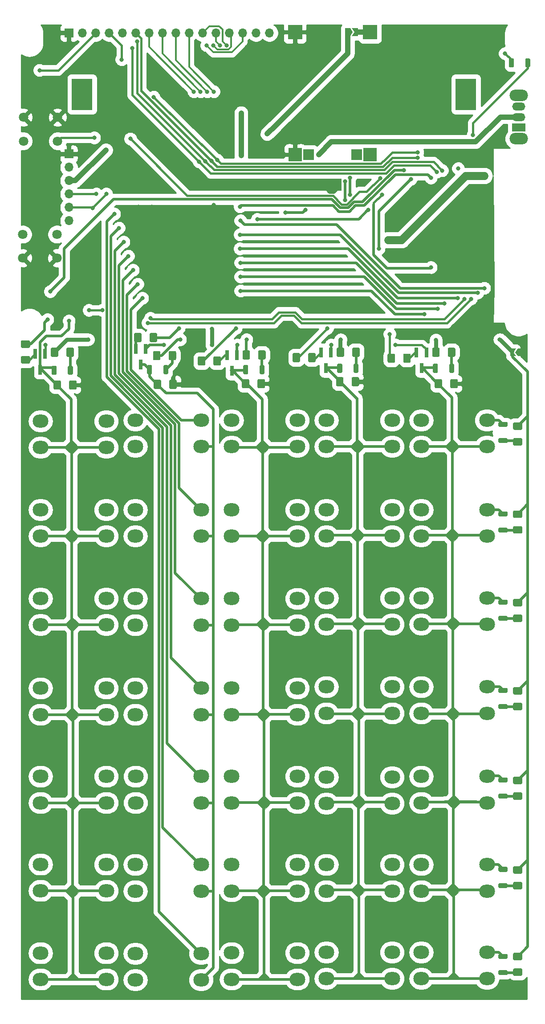
<source format=gbl>
G04 #@! TF.GenerationSoftware,KiCad,Pcbnew,(5.1.6)-1*
G04 #@! TF.CreationDate,2020-08-25T11:11:55+02:00*
G04 #@! TF.ProjectId,projet,70726f6a-6574-42e6-9b69-6361645f7063,rev?*
G04 #@! TF.SameCoordinates,Original*
G04 #@! TF.FileFunction,Copper,L2,Bot*
G04 #@! TF.FilePolarity,Positive*
%FSLAX46Y46*%
G04 Gerber Fmt 4.6, Leading zero omitted, Abs format (unit mm)*
G04 Created by KiCad (PCBNEW (5.1.6)-1) date 2020-08-25 11:11:55*
%MOMM*%
%LPD*%
G01*
G04 APERTURE LIST*
G04 #@! TA.AperFunction,NonConductor*
%ADD10C,0.100000*%
G04 #@! TD*
G04 #@! TA.AperFunction,ViaPad*
%ADD11C,0.700000*%
G04 #@! TD*
G04 #@! TA.AperFunction,ComponentPad*
%ADD12O,3.000000X2.500000*%
G04 #@! TD*
G04 #@! TA.AperFunction,SMDPad,CuDef*
%ADD13R,0.800000X1.900000*%
G04 #@! TD*
G04 #@! TA.AperFunction,ComponentPad*
%ADD14R,4.000000X6.000000*%
G04 #@! TD*
G04 #@! TA.AperFunction,ComponentPad*
%ADD15O,3.500000X2.200000*%
G04 #@! TD*
G04 #@! TA.AperFunction,ComponentPad*
%ADD16O,2.500000X1.500000*%
G04 #@! TD*
G04 #@! TA.AperFunction,ComponentPad*
%ADD17R,2.500000X1.500000*%
G04 #@! TD*
G04 #@! TA.AperFunction,ComponentPad*
%ADD18O,1.700000X1.700000*%
G04 #@! TD*
G04 #@! TA.AperFunction,ComponentPad*
%ADD19R,1.700000X1.700000*%
G04 #@! TD*
G04 #@! TA.AperFunction,ComponentPad*
%ADD20C,1.800000*%
G04 #@! TD*
G04 #@! TA.AperFunction,ComponentPad*
%ADD21R,2.500000X2.500000*%
G04 #@! TD*
G04 #@! TA.AperFunction,ComponentPad*
%ADD22R,2.000000X2.000000*%
G04 #@! TD*
G04 #@! TA.AperFunction,ComponentPad*
%ADD23R,2.700000X2.700000*%
G04 #@! TD*
G04 #@! TA.AperFunction,SMDPad,CuDef*
%ADD24C,0.100000*%
G04 #@! TD*
G04 #@! TA.AperFunction,ViaPad*
%ADD25C,1.000000*%
G04 #@! TD*
G04 #@! TA.AperFunction,ViaPad*
%ADD26C,0.800000*%
G04 #@! TD*
G04 #@! TA.AperFunction,ViaPad*
%ADD27C,0.410000*%
G04 #@! TD*
G04 #@! TA.AperFunction,ViaPad*
%ADD28C,2.000000*%
G04 #@! TD*
G04 #@! TA.AperFunction,Conductor*
%ADD29C,0.800000*%
G04 #@! TD*
G04 #@! TA.AperFunction,Conductor*
%ADD30C,0.400000*%
G04 #@! TD*
G04 #@! TA.AperFunction,Conductor*
%ADD31C,0.500000*%
G04 #@! TD*
G04 #@! TA.AperFunction,Conductor*
%ADD32C,1.000000*%
G04 #@! TD*
G04 #@! TA.AperFunction,Conductor*
%ADD33C,1.500000*%
G04 #@! TD*
G04 #@! TA.AperFunction,Conductor*
%ADD34C,0.300000*%
G04 #@! TD*
G04 #@! TA.AperFunction,Conductor*
%ADD35C,0.254000*%
G04 #@! TD*
G04 #@! TA.AperFunction,Conductor*
%ADD36C,0.100000*%
G04 #@! TD*
G04 APERTURE END LIST*
D10*
G36*
X136779000Y-102851000D02*
G01*
X135382000Y-104248000D01*
X133985000Y-102851000D01*
X135382000Y-101454000D01*
X136779000Y-102851000D01*
G37*
X136779000Y-102851000D02*
X135382000Y-104248000D01*
X133985000Y-102851000D01*
X135382000Y-101454000D01*
X136779000Y-102851000D01*
G36*
X137033000Y-204070000D02*
G01*
X134239000Y-204070000D01*
X135636000Y-202673000D01*
X137033000Y-204070000D01*
G37*
X137033000Y-204070000D02*
X134239000Y-204070000D01*
X135636000Y-202673000D01*
X137033000Y-204070000D01*
G36*
X136906000Y-187179000D02*
G01*
X135509000Y-188576000D01*
X134112000Y-187179000D01*
X135509000Y-185782000D01*
X136906000Y-187179000D01*
G37*
X136906000Y-187179000D02*
X135509000Y-188576000D01*
X134112000Y-187179000D01*
X135509000Y-185782000D01*
X136906000Y-187179000D01*
G36*
X137033000Y-170415000D02*
G01*
X135636000Y-171812000D01*
X134239000Y-170415000D01*
X135636000Y-169018000D01*
X137033000Y-170415000D01*
G37*
X137033000Y-170415000D02*
X135636000Y-171812000D01*
X134239000Y-170415000D01*
X135636000Y-169018000D01*
X137033000Y-170415000D01*
G36*
X136906000Y-153651000D02*
G01*
X135509000Y-155048000D01*
X134112000Y-153651000D01*
X135509000Y-152254000D01*
X136906000Y-153651000D01*
G37*
X136906000Y-153651000D02*
X135509000Y-155048000D01*
X134112000Y-153651000D01*
X135509000Y-152254000D01*
X136906000Y-153651000D01*
G36*
X136906000Y-136506000D02*
G01*
X135509000Y-137903000D01*
X134112000Y-136506000D01*
X135509000Y-135109000D01*
X136906000Y-136506000D01*
G37*
X136906000Y-136506000D02*
X135509000Y-137903000D01*
X134112000Y-136506000D01*
X135509000Y-135109000D01*
X136906000Y-136506000D01*
G36*
X136779000Y-119742000D02*
G01*
X135382000Y-121139000D01*
X133985000Y-119742000D01*
X135382000Y-118345000D01*
X136779000Y-119742000D01*
G37*
X136779000Y-119742000D02*
X135382000Y-121139000D01*
X133985000Y-119742000D01*
X135382000Y-118345000D01*
X136779000Y-119742000D01*
G36*
X118745000Y-102851000D02*
G01*
X117348000Y-104248000D01*
X115951000Y-102851000D01*
X117348000Y-101454000D01*
X118745000Y-102851000D01*
G37*
X118745000Y-102851000D02*
X117348000Y-104248000D01*
X115951000Y-102851000D01*
X117348000Y-101454000D01*
X118745000Y-102851000D01*
G36*
X118999000Y-204070000D02*
G01*
X116205000Y-204070000D01*
X117602000Y-202673000D01*
X118999000Y-204070000D01*
G37*
X118999000Y-204070000D02*
X116205000Y-204070000D01*
X117602000Y-202673000D01*
X118999000Y-204070000D01*
G36*
X118872000Y-187179000D02*
G01*
X117475000Y-188576000D01*
X116078000Y-187179000D01*
X117475000Y-185782000D01*
X118872000Y-187179000D01*
G37*
X118872000Y-187179000D02*
X117475000Y-188576000D01*
X116078000Y-187179000D01*
X117475000Y-185782000D01*
X118872000Y-187179000D01*
G36*
X118999000Y-170415000D02*
G01*
X117602000Y-171812000D01*
X116205000Y-170415000D01*
X117602000Y-169018000D01*
X118999000Y-170415000D01*
G37*
X118999000Y-170415000D02*
X117602000Y-171812000D01*
X116205000Y-170415000D01*
X117602000Y-169018000D01*
X118999000Y-170415000D01*
G36*
X118872000Y-153651000D02*
G01*
X117475000Y-155048000D01*
X116078000Y-153651000D01*
X117475000Y-152254000D01*
X118872000Y-153651000D01*
G37*
X118872000Y-153651000D02*
X117475000Y-155048000D01*
X116078000Y-153651000D01*
X117475000Y-152254000D01*
X118872000Y-153651000D01*
G36*
X118872000Y-136506000D02*
G01*
X117475000Y-137903000D01*
X116078000Y-136506000D01*
X117475000Y-135109000D01*
X118872000Y-136506000D01*
G37*
X118872000Y-136506000D02*
X117475000Y-137903000D01*
X116078000Y-136506000D01*
X117475000Y-135109000D01*
X118872000Y-136506000D01*
G36*
X118745000Y-119742000D02*
G01*
X117348000Y-121139000D01*
X115951000Y-119742000D01*
X117348000Y-118345000D01*
X118745000Y-119742000D01*
G37*
X118745000Y-119742000D02*
X117348000Y-121139000D01*
X115951000Y-119742000D01*
X117348000Y-118345000D01*
X118745000Y-119742000D01*
G36*
X100711000Y-102978000D02*
G01*
X99314000Y-104375000D01*
X97917000Y-102978000D01*
X99314000Y-101581000D01*
X100711000Y-102978000D01*
G37*
X100711000Y-102978000D02*
X99314000Y-104375000D01*
X97917000Y-102978000D01*
X99314000Y-101581000D01*
X100711000Y-102978000D01*
G36*
X100965000Y-204197000D02*
G01*
X98171000Y-204197000D01*
X99568000Y-202800000D01*
X100965000Y-204197000D01*
G37*
X100965000Y-204197000D02*
X98171000Y-204197000D01*
X99568000Y-202800000D01*
X100965000Y-204197000D01*
G36*
X100838000Y-187306000D02*
G01*
X99441000Y-188703000D01*
X98044000Y-187306000D01*
X99441000Y-185909000D01*
X100838000Y-187306000D01*
G37*
X100838000Y-187306000D02*
X99441000Y-188703000D01*
X98044000Y-187306000D01*
X99441000Y-185909000D01*
X100838000Y-187306000D01*
G36*
X100965000Y-170542000D02*
G01*
X99568000Y-171939000D01*
X98171000Y-170542000D01*
X99568000Y-169145000D01*
X100965000Y-170542000D01*
G37*
X100965000Y-170542000D02*
X99568000Y-171939000D01*
X98171000Y-170542000D01*
X99568000Y-169145000D01*
X100965000Y-170542000D01*
G36*
X100838000Y-153778000D02*
G01*
X99441000Y-155175000D01*
X98044000Y-153778000D01*
X99441000Y-152381000D01*
X100838000Y-153778000D01*
G37*
X100838000Y-153778000D02*
X99441000Y-155175000D01*
X98044000Y-153778000D01*
X99441000Y-152381000D01*
X100838000Y-153778000D01*
G36*
X100838000Y-136633000D02*
G01*
X99441000Y-138030000D01*
X98044000Y-136633000D01*
X99441000Y-135236000D01*
X100838000Y-136633000D01*
G37*
X100838000Y-136633000D02*
X99441000Y-138030000D01*
X98044000Y-136633000D01*
X99441000Y-135236000D01*
X100838000Y-136633000D01*
G36*
X100711000Y-119869000D02*
G01*
X99314000Y-121266000D01*
X97917000Y-119869000D01*
X99314000Y-118472000D01*
X100711000Y-119869000D01*
G37*
X100711000Y-119869000D02*
X99314000Y-121266000D01*
X97917000Y-119869000D01*
X99314000Y-118472000D01*
X100711000Y-119869000D01*
G36*
X64643000Y-204216000D02*
G01*
X61849000Y-204216000D01*
X63246000Y-202819000D01*
X64643000Y-204216000D01*
G37*
X64643000Y-204216000D02*
X61849000Y-204216000D01*
X63246000Y-202819000D01*
X64643000Y-204216000D01*
G36*
X64516000Y-187325000D02*
G01*
X63119000Y-188722000D01*
X61722000Y-187325000D01*
X63119000Y-185928000D01*
X64516000Y-187325000D01*
G37*
X64516000Y-187325000D02*
X63119000Y-188722000D01*
X61722000Y-187325000D01*
X63119000Y-185928000D01*
X64516000Y-187325000D01*
G36*
X64643000Y-170561000D02*
G01*
X63246000Y-171958000D01*
X61849000Y-170561000D01*
X63246000Y-169164000D01*
X64643000Y-170561000D01*
G37*
X64643000Y-170561000D02*
X63246000Y-171958000D01*
X61849000Y-170561000D01*
X63246000Y-169164000D01*
X64643000Y-170561000D01*
G36*
X64516000Y-153797000D02*
G01*
X63119000Y-155194000D01*
X61722000Y-153797000D01*
X63119000Y-152400000D01*
X64516000Y-153797000D01*
G37*
X64516000Y-153797000D02*
X63119000Y-155194000D01*
X61722000Y-153797000D01*
X63119000Y-152400000D01*
X64516000Y-153797000D01*
G36*
X64516000Y-136652000D02*
G01*
X63119000Y-138049000D01*
X61722000Y-136652000D01*
X63119000Y-135255000D01*
X64516000Y-136652000D01*
G37*
X64516000Y-136652000D02*
X63119000Y-138049000D01*
X61722000Y-136652000D01*
X63119000Y-135255000D01*
X64516000Y-136652000D01*
G36*
X64389000Y-119888000D02*
G01*
X62992000Y-121285000D01*
X61595000Y-119888000D01*
X62992000Y-118491000D01*
X64389000Y-119888000D01*
G37*
X64389000Y-119888000D02*
X62992000Y-121285000D01*
X61595000Y-119888000D01*
X62992000Y-118491000D01*
X64389000Y-119888000D01*
G36*
X64389000Y-102997000D02*
G01*
X62992000Y-104394000D01*
X61595000Y-102997000D01*
X62992000Y-101600000D01*
X64389000Y-102997000D01*
G37*
X64389000Y-102997000D02*
X62992000Y-104394000D01*
X61595000Y-102997000D01*
X62992000Y-101600000D01*
X64389000Y-102997000D01*
G36*
X88265000Y-188214000D02*
G01*
X87376000Y-187325000D01*
X88265000Y-186436000D01*
X88265000Y-188214000D01*
G37*
X88265000Y-188214000D02*
X87376000Y-187325000D01*
X88265000Y-186436000D01*
X88265000Y-188214000D01*
G36*
X88265000Y-171450000D02*
G01*
X87376000Y-170561000D01*
X88265000Y-169672000D01*
X88265000Y-171450000D01*
G37*
X88265000Y-171450000D02*
X87376000Y-170561000D01*
X88265000Y-169672000D01*
X88265000Y-171450000D01*
G36*
X88265000Y-154686000D02*
G01*
X87376000Y-153797000D01*
X88265000Y-152908000D01*
X88265000Y-154686000D01*
G37*
X88265000Y-154686000D02*
X87376000Y-153797000D01*
X88265000Y-152908000D01*
X88265000Y-154686000D01*
G36*
X88265000Y-137668000D02*
G01*
X87376000Y-136779000D01*
X88265000Y-135890000D01*
X88265000Y-137668000D01*
G37*
X88265000Y-137668000D02*
X87376000Y-136779000D01*
X88265000Y-135890000D01*
X88265000Y-137668000D01*
G36*
X88265000Y-120777000D02*
G01*
X87376000Y-119888000D01*
X88265000Y-118999000D01*
X88265000Y-120777000D01*
G37*
X88265000Y-120777000D02*
X87376000Y-119888000D01*
X88265000Y-118999000D01*
X88265000Y-120777000D01*
G36*
X88265000Y-103759000D02*
G01*
X87376000Y-102870000D01*
X88265000Y-101981000D01*
X88265000Y-103759000D01*
G37*
X88265000Y-103759000D02*
X87376000Y-102870000D01*
X88265000Y-101981000D01*
X88265000Y-103759000D01*
D11*
X113091000Y-53848000D03*
X112456000Y-54229000D03*
X112456000Y-53467000D03*
X111821000Y-53848000D03*
G04 #@! TA.AperFunction,SMDPad,CuDef*
G36*
G01*
X149258000Y-30657000D02*
X149258000Y-29287000D01*
G75*
G02*
X149448000Y-29097000I190000J0D01*
G01*
X150018000Y-29097000D01*
G75*
G02*
X150208000Y-29287000I0J-190000D01*
G01*
X150208000Y-30657000D01*
G75*
G02*
X150018000Y-30847000I-190000J0D01*
G01*
X149448000Y-30847000D01*
G75*
G02*
X149258000Y-30657000I0J190000D01*
G01*
G37*
G04 #@! TD.AperFunction*
G04 #@! TA.AperFunction,SMDPad,CuDef*
G36*
G01*
X146158000Y-30657000D02*
X146158000Y-29287000D01*
G75*
G02*
X146348000Y-29097000I190000J0D01*
G01*
X146918000Y-29097000D01*
G75*
G02*
X147108000Y-29287000I0J-190000D01*
G01*
X147108000Y-30657000D01*
G75*
G02*
X146918000Y-30847000I-190000J0D01*
G01*
X146348000Y-30847000D01*
G75*
G02*
X146158000Y-30657000I0J190000D01*
G01*
G37*
G04 #@! TD.AperFunction*
D12*
X69596000Y-98044000D03*
X69596000Y-103044000D03*
X57096000Y-98044000D03*
X57096000Y-103044000D03*
X141986000Y-198962000D03*
X141986000Y-203962000D03*
X129486000Y-198962000D03*
X129486000Y-203962000D03*
X141986000Y-182325000D03*
X141986000Y-187325000D03*
X129486000Y-182325000D03*
X129486000Y-187325000D03*
X141986000Y-165561000D03*
X141986000Y-170561000D03*
X129486000Y-165561000D03*
X129486000Y-170561000D03*
X141986000Y-148543000D03*
X141986000Y-153543000D03*
X129486000Y-148543000D03*
X129486000Y-153543000D03*
X141986000Y-131652000D03*
X141986000Y-136652000D03*
X129486000Y-131652000D03*
X129486000Y-136652000D03*
X141986000Y-114888000D03*
X141986000Y-119888000D03*
X129486000Y-114888000D03*
X129486000Y-119888000D03*
X141986000Y-97870000D03*
X141986000Y-102870000D03*
X129486000Y-97870000D03*
X129486000Y-102870000D03*
X123952000Y-198962000D03*
X123952000Y-203962000D03*
X111452000Y-198962000D03*
X111452000Y-203962000D03*
X123952000Y-182325000D03*
X123952000Y-187325000D03*
X111452000Y-182325000D03*
X111452000Y-187325000D03*
X123952000Y-165688000D03*
X123952000Y-170688000D03*
X111452000Y-165688000D03*
X111452000Y-170688000D03*
X123952000Y-148543000D03*
X123952000Y-153543000D03*
X111452000Y-148543000D03*
X111452000Y-153543000D03*
X123952000Y-131652000D03*
X123952000Y-136652000D03*
X111452000Y-131652000D03*
X111452000Y-136652000D03*
X123952000Y-114888000D03*
X123952000Y-119888000D03*
X111452000Y-114888000D03*
X111452000Y-119888000D03*
X123952000Y-97870000D03*
X123952000Y-102870000D03*
X111452000Y-97870000D03*
X111452000Y-102870000D03*
X105918000Y-199089000D03*
X105918000Y-204089000D03*
X93418000Y-199089000D03*
X93418000Y-204089000D03*
X105918000Y-182325000D03*
X105918000Y-187325000D03*
X93418000Y-182325000D03*
X93418000Y-187325000D03*
X105918000Y-165561000D03*
X105918000Y-170561000D03*
X93418000Y-165561000D03*
X93418000Y-170561000D03*
X105918000Y-148797000D03*
X105918000Y-153797000D03*
X93418000Y-148797000D03*
X93418000Y-153797000D03*
X105918000Y-131779000D03*
X105918000Y-136779000D03*
X93418000Y-131779000D03*
X93418000Y-136779000D03*
X105918000Y-114888000D03*
X105918000Y-119888000D03*
X93418000Y-114888000D03*
X93418000Y-119888000D03*
X105918000Y-97870000D03*
X105918000Y-102870000D03*
X93418000Y-97870000D03*
X93418000Y-102870000D03*
X87630000Y-199216000D03*
X87630000Y-204216000D03*
X75130000Y-199216000D03*
X75130000Y-204216000D03*
X87630000Y-182325000D03*
X87630000Y-187325000D03*
X75130000Y-182325000D03*
X75130000Y-187325000D03*
X87684000Y-165561000D03*
X87684000Y-170561000D03*
X75184000Y-165561000D03*
X75184000Y-170561000D03*
X87630000Y-148797000D03*
X87630000Y-153797000D03*
X75130000Y-148797000D03*
X75130000Y-153797000D03*
X87630000Y-131779000D03*
X87630000Y-136779000D03*
X75130000Y-131779000D03*
X75130000Y-136779000D03*
X87630000Y-114888000D03*
X87630000Y-119888000D03*
X75130000Y-114888000D03*
X75130000Y-119888000D03*
X87630000Y-97870000D03*
X87630000Y-102870000D03*
X75130000Y-97870000D03*
X75130000Y-102870000D03*
X69596000Y-199108000D03*
X69596000Y-204108000D03*
X57096000Y-199108000D03*
X57096000Y-204108000D03*
X69596000Y-182264000D03*
X69596000Y-187264000D03*
X57096000Y-182264000D03*
X57096000Y-187264000D03*
X69596000Y-165561000D03*
X69596000Y-170561000D03*
X57096000Y-165561000D03*
X57096000Y-170561000D03*
X69596000Y-148797000D03*
X69596000Y-153797000D03*
X57096000Y-148797000D03*
X57096000Y-153797000D03*
X69596000Y-131732000D03*
X69596000Y-136732000D03*
X57096000Y-131732000D03*
X57096000Y-136732000D03*
X69596000Y-114888000D03*
X69596000Y-119888000D03*
X57096000Y-114888000D03*
X57096000Y-119888000D03*
G04 #@! TA.AperFunction,SMDPad,CuDef*
G36*
G01*
X98347500Y-91557000D02*
X98347500Y-90307000D01*
G75*
G02*
X98597500Y-90057000I250000J0D01*
G01*
X99522500Y-90057000D01*
G75*
G02*
X99772500Y-90307000I0J-250000D01*
G01*
X99772500Y-91557000D01*
G75*
G02*
X99522500Y-91807000I-250000J0D01*
G01*
X98597500Y-91807000D01*
G75*
G02*
X98347500Y-91557000I0J250000D01*
G01*
G37*
G04 #@! TD.AperFunction*
G04 #@! TA.AperFunction,SMDPad,CuDef*
G36*
G01*
X95372500Y-91557000D02*
X95372500Y-90307000D01*
G75*
G02*
X95622500Y-90057000I250000J0D01*
G01*
X96547500Y-90057000D01*
G75*
G02*
X96797500Y-90307000I0J-250000D01*
G01*
X96797500Y-91557000D01*
G75*
G02*
X96547500Y-91807000I-250000J0D01*
G01*
X95622500Y-91807000D01*
G75*
G02*
X95372500Y-91557000I0J250000D01*
G01*
G37*
G04 #@! TD.AperFunction*
G04 #@! TA.AperFunction,SMDPad,CuDef*
G36*
G01*
X89977500Y-87233000D02*
X89977500Y-85983000D01*
G75*
G02*
X90227500Y-85733000I250000J0D01*
G01*
X91152500Y-85733000D01*
G75*
G02*
X91402500Y-85983000I0J-250000D01*
G01*
X91402500Y-87233000D01*
G75*
G02*
X91152500Y-87483000I-250000J0D01*
G01*
X90227500Y-87483000D01*
G75*
G02*
X89977500Y-87233000I0J250000D01*
G01*
G37*
G04 #@! TD.AperFunction*
G04 #@! TA.AperFunction,SMDPad,CuDef*
G36*
G01*
X87002500Y-87233000D02*
X87002500Y-85983000D01*
G75*
G02*
X87252500Y-85733000I250000J0D01*
G01*
X88177500Y-85733000D01*
G75*
G02*
X88427500Y-85983000I0J-250000D01*
G01*
X88427500Y-87233000D01*
G75*
G02*
X88177500Y-87483000I-250000J0D01*
G01*
X87252500Y-87483000D01*
G75*
G02*
X87002500Y-87233000I0J250000D01*
G01*
G37*
G04 #@! TD.AperFunction*
G04 #@! TA.AperFunction,SMDPad,CuDef*
G36*
G01*
X135014000Y-91557000D02*
X135014000Y-90307000D01*
G75*
G02*
X135264000Y-90057000I250000J0D01*
G01*
X136189000Y-90057000D01*
G75*
G02*
X136439000Y-90307000I0J-250000D01*
G01*
X136439000Y-91557000D01*
G75*
G02*
X136189000Y-91807000I-250000J0D01*
G01*
X135264000Y-91807000D01*
G75*
G02*
X135014000Y-91557000I0J250000D01*
G01*
G37*
G04 #@! TD.AperFunction*
G04 #@! TA.AperFunction,SMDPad,CuDef*
G36*
G01*
X132039000Y-91557000D02*
X132039000Y-90307000D01*
G75*
G02*
X132289000Y-90057000I250000J0D01*
G01*
X133214000Y-90057000D01*
G75*
G02*
X133464000Y-90307000I0J-250000D01*
G01*
X133464000Y-91557000D01*
G75*
G02*
X133214000Y-91807000I-250000J0D01*
G01*
X132289000Y-91807000D01*
G75*
G02*
X132039000Y-91557000I0J250000D01*
G01*
G37*
G04 #@! TD.AperFunction*
G04 #@! TA.AperFunction,SMDPad,CuDef*
G36*
G01*
X126065000Y-86725000D02*
X126065000Y-85475000D01*
G75*
G02*
X126315000Y-85225000I250000J0D01*
G01*
X127240000Y-85225000D01*
G75*
G02*
X127490000Y-85475000I0J-250000D01*
G01*
X127490000Y-86725000D01*
G75*
G02*
X127240000Y-86975000I-250000J0D01*
G01*
X126315000Y-86975000D01*
G75*
G02*
X126065000Y-86725000I0J250000D01*
G01*
G37*
G04 #@! TD.AperFunction*
G04 #@! TA.AperFunction,SMDPad,CuDef*
G36*
G01*
X123090000Y-86725000D02*
X123090000Y-85475000D01*
G75*
G02*
X123340000Y-85225000I250000J0D01*
G01*
X124265000Y-85225000D01*
G75*
G02*
X124515000Y-85475000I0J-250000D01*
G01*
X124515000Y-86725000D01*
G75*
G02*
X124265000Y-86975000I-250000J0D01*
G01*
X123340000Y-86975000D01*
G75*
G02*
X123090000Y-86725000I0J250000D01*
G01*
G37*
G04 #@! TD.AperFunction*
G04 #@! TA.AperFunction,SMDPad,CuDef*
G36*
G01*
X81583500Y-91684000D02*
X81583500Y-90434000D01*
G75*
G02*
X81833500Y-90184000I250000J0D01*
G01*
X82758500Y-90184000D01*
G75*
G02*
X83008500Y-90434000I0J-250000D01*
G01*
X83008500Y-91684000D01*
G75*
G02*
X82758500Y-91934000I-250000J0D01*
G01*
X81833500Y-91934000D01*
G75*
G02*
X81583500Y-91684000I0J250000D01*
G01*
G37*
G04 #@! TD.AperFunction*
G04 #@! TA.AperFunction,SMDPad,CuDef*
G36*
G01*
X78608500Y-91684000D02*
X78608500Y-90434000D01*
G75*
G02*
X78858500Y-90184000I250000J0D01*
G01*
X79783500Y-90184000D01*
G75*
G02*
X80033500Y-90434000I0J-250000D01*
G01*
X80033500Y-91684000D01*
G75*
G02*
X79783500Y-91934000I-250000J0D01*
G01*
X78858500Y-91934000D01*
G75*
G02*
X78608500Y-91684000I0J250000D01*
G01*
G37*
G04 #@! TD.AperFunction*
G04 #@! TA.AperFunction,SMDPad,CuDef*
G36*
G01*
X76297500Y-81544000D02*
X76297500Y-82794000D01*
G75*
G02*
X76047500Y-83044000I-250000J0D01*
G01*
X75122500Y-83044000D01*
G75*
G02*
X74872500Y-82794000I0J250000D01*
G01*
X74872500Y-81544000D01*
G75*
G02*
X75122500Y-81294000I250000J0D01*
G01*
X76047500Y-81294000D01*
G75*
G02*
X76297500Y-81544000I0J-250000D01*
G01*
G37*
G04 #@! TD.AperFunction*
G04 #@! TA.AperFunction,SMDPad,CuDef*
G36*
G01*
X79272500Y-81544000D02*
X79272500Y-82794000D01*
G75*
G02*
X79022500Y-83044000I-250000J0D01*
G01*
X78097500Y-83044000D01*
G75*
G02*
X77847500Y-82794000I0J250000D01*
G01*
X77847500Y-81544000D01*
G75*
G02*
X78097500Y-81294000I250000J0D01*
G01*
X79022500Y-81294000D01*
G75*
G02*
X79272500Y-81544000I0J-250000D01*
G01*
G37*
G04 #@! TD.AperFunction*
G04 #@! TA.AperFunction,SMDPad,CuDef*
G36*
G01*
X116254500Y-91176000D02*
X116254500Y-89926000D01*
G75*
G02*
X116504500Y-89676000I250000J0D01*
G01*
X117429500Y-89676000D01*
G75*
G02*
X117679500Y-89926000I0J-250000D01*
G01*
X117679500Y-91176000D01*
G75*
G02*
X117429500Y-91426000I-250000J0D01*
G01*
X116504500Y-91426000D01*
G75*
G02*
X116254500Y-91176000I0J250000D01*
G01*
G37*
G04 #@! TD.AperFunction*
G04 #@! TA.AperFunction,SMDPad,CuDef*
G36*
G01*
X113279500Y-91176000D02*
X113279500Y-89926000D01*
G75*
G02*
X113529500Y-89676000I250000J0D01*
G01*
X114454500Y-89676000D01*
G75*
G02*
X114704500Y-89926000I0J-250000D01*
G01*
X114704500Y-91176000D01*
G75*
G02*
X114454500Y-91426000I-250000J0D01*
G01*
X113529500Y-91426000D01*
G75*
G02*
X113279500Y-91176000I0J250000D01*
G01*
G37*
G04 #@! TD.AperFunction*
G04 #@! TA.AperFunction,SMDPad,CuDef*
G36*
G01*
X107999500Y-86604000D02*
X107999500Y-85354000D01*
G75*
G02*
X108249500Y-85104000I250000J0D01*
G01*
X109174500Y-85104000D01*
G75*
G02*
X109424500Y-85354000I0J-250000D01*
G01*
X109424500Y-86604000D01*
G75*
G02*
X109174500Y-86854000I-250000J0D01*
G01*
X108249500Y-86854000D01*
G75*
G02*
X107999500Y-86604000I0J250000D01*
G01*
G37*
G04 #@! TD.AperFunction*
G04 #@! TA.AperFunction,SMDPad,CuDef*
G36*
G01*
X105024500Y-86604000D02*
X105024500Y-85354000D01*
G75*
G02*
X105274500Y-85104000I250000J0D01*
G01*
X106199500Y-85104000D01*
G75*
G02*
X106449500Y-85354000I0J-250000D01*
G01*
X106449500Y-86604000D01*
G75*
G02*
X106199500Y-86854000I-250000J0D01*
G01*
X105274500Y-86854000D01*
G75*
G02*
X105024500Y-86604000I0J250000D01*
G01*
G37*
G04 #@! TD.AperFunction*
G04 #@! TA.AperFunction,SMDPad,CuDef*
G36*
G01*
X62533500Y-91811000D02*
X62533500Y-90561000D01*
G75*
G02*
X62783500Y-90311000I250000J0D01*
G01*
X63708500Y-90311000D01*
G75*
G02*
X63958500Y-90561000I0J-250000D01*
G01*
X63958500Y-91811000D01*
G75*
G02*
X63708500Y-92061000I-250000J0D01*
G01*
X62783500Y-92061000D01*
G75*
G02*
X62533500Y-91811000I0J250000D01*
G01*
G37*
G04 #@! TD.AperFunction*
G04 #@! TA.AperFunction,SMDPad,CuDef*
G36*
G01*
X59558500Y-91811000D02*
X59558500Y-90561000D01*
G75*
G02*
X59808500Y-90311000I250000J0D01*
G01*
X60733500Y-90311000D01*
G75*
G02*
X60983500Y-90561000I0J-250000D01*
G01*
X60983500Y-91811000D01*
G75*
G02*
X60733500Y-92061000I-250000J0D01*
G01*
X59808500Y-92061000D01*
G75*
G02*
X59558500Y-91811000I0J250000D01*
G01*
G37*
G04 #@! TD.AperFunction*
G04 #@! TA.AperFunction,SMDPad,CuDef*
G36*
G01*
X53611000Y-85687500D02*
X54861000Y-85687500D01*
G75*
G02*
X55111000Y-85937500I0J-250000D01*
G01*
X55111000Y-86862500D01*
G75*
G02*
X54861000Y-87112500I-250000J0D01*
G01*
X53611000Y-87112500D01*
G75*
G02*
X53361000Y-86862500I0J250000D01*
G01*
X53361000Y-85937500D01*
G75*
G02*
X53611000Y-85687500I250000J0D01*
G01*
G37*
G04 #@! TD.AperFunction*
G04 #@! TA.AperFunction,SMDPad,CuDef*
G36*
G01*
X53611000Y-82712500D02*
X54861000Y-82712500D01*
G75*
G02*
X55111000Y-82962500I0J-250000D01*
G01*
X55111000Y-83887500D01*
G75*
G02*
X54861000Y-84137500I-250000J0D01*
G01*
X53611000Y-84137500D01*
G75*
G02*
X53361000Y-83887500I0J250000D01*
G01*
X53361000Y-82962500D01*
G75*
G02*
X53611000Y-82712500I250000J0D01*
G01*
G37*
G04 #@! TD.AperFunction*
D13*
X129540000Y-88000000D03*
X130490000Y-85000000D03*
X128590000Y-85000000D03*
X111359000Y-88000000D03*
X112309000Y-85000000D03*
X110409000Y-85000000D03*
X93490000Y-88508000D03*
X94440000Y-85508000D03*
X92540000Y-85508000D03*
X76139000Y-87328000D03*
X77089000Y-84328000D03*
X75189000Y-84328000D03*
X57036000Y-88300000D03*
X57986000Y-85300000D03*
X56086000Y-85300000D03*
D14*
X64988000Y-35941000D03*
X137988000Y-35941000D03*
D15*
X147988000Y-36184000D03*
X147988000Y-44384000D03*
D16*
X147988000Y-38284000D03*
X147988000Y-40284000D03*
D17*
X147988000Y-42284000D03*
D18*
X65031000Y-24273000D03*
D19*
X62491000Y-24273000D03*
D18*
X100591000Y-24273000D03*
X98051000Y-24273000D03*
X95511000Y-24273000D03*
X92971000Y-24273000D03*
X90431000Y-24273000D03*
X87891000Y-24273000D03*
X85351000Y-24273000D03*
X82811000Y-24273000D03*
X80271000Y-24273000D03*
X77731000Y-24273000D03*
X75191000Y-24273000D03*
X72651000Y-24273000D03*
X70111000Y-24273000D03*
X67571000Y-24273000D03*
D20*
X53721000Y-67056000D03*
X53721000Y-62556000D03*
X60221000Y-67056000D03*
X60221000Y-62556000D03*
X60348000Y-40331000D03*
X60348000Y-44831000D03*
X53848000Y-40331000D03*
X53848000Y-44831000D03*
D21*
X105488000Y-47434000D03*
X119788000Y-47434000D03*
D22*
X108028000Y-47384000D03*
X117248000Y-47434000D03*
D23*
X105488000Y-24134000D03*
X119788000Y-24134000D03*
G04 #@! TA.AperFunction,SMDPad,CuDef*
G36*
G01*
X148453000Y-200483500D02*
X147203000Y-200483500D01*
G75*
G02*
X146953000Y-200233500I0J250000D01*
G01*
X146953000Y-199308500D01*
G75*
G02*
X147203000Y-199058500I250000J0D01*
G01*
X148453000Y-199058500D01*
G75*
G02*
X148703000Y-199308500I0J-250000D01*
G01*
X148703000Y-200233500D01*
G75*
G02*
X148453000Y-200483500I-250000J0D01*
G01*
G37*
G04 #@! TD.AperFunction*
G04 #@! TA.AperFunction,SMDPad,CuDef*
G36*
G01*
X148453000Y-203458500D02*
X147203000Y-203458500D01*
G75*
G02*
X146953000Y-203208500I0J250000D01*
G01*
X146953000Y-202283500D01*
G75*
G02*
X147203000Y-202033500I250000J0D01*
G01*
X148453000Y-202033500D01*
G75*
G02*
X148703000Y-202283500I0J-250000D01*
G01*
X148703000Y-203208500D01*
G75*
G02*
X148453000Y-203458500I-250000J0D01*
G01*
G37*
G04 #@! TD.AperFunction*
G04 #@! TA.AperFunction,SMDPad,CuDef*
G36*
G01*
X148453000Y-184046500D02*
X147203000Y-184046500D01*
G75*
G02*
X146953000Y-183796500I0J250000D01*
G01*
X146953000Y-182871500D01*
G75*
G02*
X147203000Y-182621500I250000J0D01*
G01*
X148453000Y-182621500D01*
G75*
G02*
X148703000Y-182871500I0J-250000D01*
G01*
X148703000Y-183796500D01*
G75*
G02*
X148453000Y-184046500I-250000J0D01*
G01*
G37*
G04 #@! TD.AperFunction*
G04 #@! TA.AperFunction,SMDPad,CuDef*
G36*
G01*
X148453000Y-187021500D02*
X147203000Y-187021500D01*
G75*
G02*
X146953000Y-186771500I0J250000D01*
G01*
X146953000Y-185846500D01*
G75*
G02*
X147203000Y-185596500I250000J0D01*
G01*
X148453000Y-185596500D01*
G75*
G02*
X148703000Y-185846500I0J-250000D01*
G01*
X148703000Y-186771500D01*
G75*
G02*
X148453000Y-187021500I-250000J0D01*
G01*
G37*
G04 #@! TD.AperFunction*
G04 #@! TA.AperFunction,SMDPad,CuDef*
G36*
G01*
X148453000Y-167028500D02*
X147203000Y-167028500D01*
G75*
G02*
X146953000Y-166778500I0J250000D01*
G01*
X146953000Y-165853500D01*
G75*
G02*
X147203000Y-165603500I250000J0D01*
G01*
X148453000Y-165603500D01*
G75*
G02*
X148703000Y-165853500I0J-250000D01*
G01*
X148703000Y-166778500D01*
G75*
G02*
X148453000Y-167028500I-250000J0D01*
G01*
G37*
G04 #@! TD.AperFunction*
G04 #@! TA.AperFunction,SMDPad,CuDef*
G36*
G01*
X148453000Y-170003500D02*
X147203000Y-170003500D01*
G75*
G02*
X146953000Y-169753500I0J250000D01*
G01*
X146953000Y-168828500D01*
G75*
G02*
X147203000Y-168578500I250000J0D01*
G01*
X148453000Y-168578500D01*
G75*
G02*
X148703000Y-168828500I0J-250000D01*
G01*
X148703000Y-169753500D01*
G75*
G02*
X148453000Y-170003500I-250000J0D01*
G01*
G37*
G04 #@! TD.AperFunction*
G04 #@! TA.AperFunction,SMDPad,CuDef*
G36*
G01*
X148453000Y-150010500D02*
X147203000Y-150010500D01*
G75*
G02*
X146953000Y-149760500I0J250000D01*
G01*
X146953000Y-148835500D01*
G75*
G02*
X147203000Y-148585500I250000J0D01*
G01*
X148453000Y-148585500D01*
G75*
G02*
X148703000Y-148835500I0J-250000D01*
G01*
X148703000Y-149760500D01*
G75*
G02*
X148453000Y-150010500I-250000J0D01*
G01*
G37*
G04 #@! TD.AperFunction*
G04 #@! TA.AperFunction,SMDPad,CuDef*
G36*
G01*
X148453000Y-152985500D02*
X147203000Y-152985500D01*
G75*
G02*
X146953000Y-152735500I0J250000D01*
G01*
X146953000Y-151810500D01*
G75*
G02*
X147203000Y-151560500I250000J0D01*
G01*
X148453000Y-151560500D01*
G75*
G02*
X148703000Y-151810500I0J-250000D01*
G01*
X148703000Y-152735500D01*
G75*
G02*
X148453000Y-152985500I-250000J0D01*
G01*
G37*
G04 #@! TD.AperFunction*
G04 #@! TA.AperFunction,SMDPad,CuDef*
G36*
G01*
X148453000Y-133246500D02*
X147203000Y-133246500D01*
G75*
G02*
X146953000Y-132996500I0J250000D01*
G01*
X146953000Y-132071500D01*
G75*
G02*
X147203000Y-131821500I250000J0D01*
G01*
X148453000Y-131821500D01*
G75*
G02*
X148703000Y-132071500I0J-250000D01*
G01*
X148703000Y-132996500D01*
G75*
G02*
X148453000Y-133246500I-250000J0D01*
G01*
G37*
G04 #@! TD.AperFunction*
G04 #@! TA.AperFunction,SMDPad,CuDef*
G36*
G01*
X148453000Y-136221500D02*
X147203000Y-136221500D01*
G75*
G02*
X146953000Y-135971500I0J250000D01*
G01*
X146953000Y-135046500D01*
G75*
G02*
X147203000Y-134796500I250000J0D01*
G01*
X148453000Y-134796500D01*
G75*
G02*
X148703000Y-135046500I0J-250000D01*
G01*
X148703000Y-135971500D01*
G75*
G02*
X148453000Y-136221500I-250000J0D01*
G01*
G37*
G04 #@! TD.AperFunction*
G04 #@! TA.AperFunction,SMDPad,CuDef*
G36*
G01*
X148453000Y-116446000D02*
X147203000Y-116446000D01*
G75*
G02*
X146953000Y-116196000I0J250000D01*
G01*
X146953000Y-115271000D01*
G75*
G02*
X147203000Y-115021000I250000J0D01*
G01*
X148453000Y-115021000D01*
G75*
G02*
X148703000Y-115271000I0J-250000D01*
G01*
X148703000Y-116196000D01*
G75*
G02*
X148453000Y-116446000I-250000J0D01*
G01*
G37*
G04 #@! TD.AperFunction*
G04 #@! TA.AperFunction,SMDPad,CuDef*
G36*
G01*
X148453000Y-119421000D02*
X147203000Y-119421000D01*
G75*
G02*
X146953000Y-119171000I0J250000D01*
G01*
X146953000Y-118246000D01*
G75*
G02*
X147203000Y-117996000I250000J0D01*
G01*
X148453000Y-117996000D01*
G75*
G02*
X148703000Y-118246000I0J-250000D01*
G01*
X148703000Y-119171000D01*
G75*
G02*
X148453000Y-119421000I-250000J0D01*
G01*
G37*
G04 #@! TD.AperFunction*
G04 #@! TA.AperFunction,SMDPad,CuDef*
G36*
G01*
X148453000Y-99718500D02*
X147203000Y-99718500D01*
G75*
G02*
X146953000Y-99468500I0J250000D01*
G01*
X146953000Y-98543500D01*
G75*
G02*
X147203000Y-98293500I250000J0D01*
G01*
X148453000Y-98293500D01*
G75*
G02*
X148703000Y-98543500I0J-250000D01*
G01*
X148703000Y-99468500D01*
G75*
G02*
X148453000Y-99718500I-250000J0D01*
G01*
G37*
G04 #@! TD.AperFunction*
G04 #@! TA.AperFunction,SMDPad,CuDef*
G36*
G01*
X148453000Y-102693500D02*
X147203000Y-102693500D01*
G75*
G02*
X146953000Y-102443500I0J250000D01*
G01*
X146953000Y-101518500D01*
G75*
G02*
X147203000Y-101268500I250000J0D01*
G01*
X148453000Y-101268500D01*
G75*
G02*
X148703000Y-101518500I0J-250000D01*
G01*
X148703000Y-102443500D01*
G75*
G02*
X148453000Y-102693500I-250000J0D01*
G01*
G37*
G04 #@! TD.AperFunction*
G04 #@! TA.AperFunction,SMDPad,CuDef*
G36*
G01*
X132992500Y-84338000D02*
X132992500Y-85588000D01*
G75*
G02*
X132742500Y-85838000I-250000J0D01*
G01*
X131817500Y-85838000D01*
G75*
G02*
X131567500Y-85588000I0J250000D01*
G01*
X131567500Y-84338000D01*
G75*
G02*
X131817500Y-84088000I250000J0D01*
G01*
X132742500Y-84088000D01*
G75*
G02*
X132992500Y-84338000I0J-250000D01*
G01*
G37*
G04 #@! TD.AperFunction*
G04 #@! TA.AperFunction,SMDPad,CuDef*
G36*
G01*
X135967500Y-84338000D02*
X135967500Y-85588000D01*
G75*
G02*
X135717500Y-85838000I-250000J0D01*
G01*
X134792500Y-85838000D01*
G75*
G02*
X134542500Y-85588000I0J250000D01*
G01*
X134542500Y-84338000D01*
G75*
G02*
X134792500Y-84088000I250000J0D01*
G01*
X135717500Y-84088000D01*
G75*
G02*
X135967500Y-84338000I0J-250000D01*
G01*
G37*
G04 #@! TD.AperFunction*
G04 #@! TA.AperFunction,SMDPad,CuDef*
G36*
G01*
X114831500Y-84338000D02*
X114831500Y-85588000D01*
G75*
G02*
X114581500Y-85838000I-250000J0D01*
G01*
X113656500Y-85838000D01*
G75*
G02*
X113406500Y-85588000I0J250000D01*
G01*
X113406500Y-84338000D01*
G75*
G02*
X113656500Y-84088000I250000J0D01*
G01*
X114581500Y-84088000D01*
G75*
G02*
X114831500Y-84338000I0J-250000D01*
G01*
G37*
G04 #@! TD.AperFunction*
G04 #@! TA.AperFunction,SMDPad,CuDef*
G36*
G01*
X117806500Y-84338000D02*
X117806500Y-85588000D01*
G75*
G02*
X117556500Y-85838000I-250000J0D01*
G01*
X116631500Y-85838000D01*
G75*
G02*
X116381500Y-85588000I0J250000D01*
G01*
X116381500Y-84338000D01*
G75*
G02*
X116631500Y-84088000I250000J0D01*
G01*
X117556500Y-84088000D01*
G75*
G02*
X117806500Y-84338000I0J-250000D01*
G01*
G37*
G04 #@! TD.AperFunction*
G04 #@! TA.AperFunction,SMDPad,CuDef*
G36*
G01*
X96924500Y-84846000D02*
X96924500Y-86096000D01*
G75*
G02*
X96674500Y-86346000I-250000J0D01*
G01*
X95749500Y-86346000D01*
G75*
G02*
X95499500Y-86096000I0J250000D01*
G01*
X95499500Y-84846000D01*
G75*
G02*
X95749500Y-84596000I250000J0D01*
G01*
X96674500Y-84596000D01*
G75*
G02*
X96924500Y-84846000I0J-250000D01*
G01*
G37*
G04 #@! TD.AperFunction*
G04 #@! TA.AperFunction,SMDPad,CuDef*
G36*
G01*
X99899500Y-84846000D02*
X99899500Y-86096000D01*
G75*
G02*
X99649500Y-86346000I-250000J0D01*
G01*
X98724500Y-86346000D01*
G75*
G02*
X98474500Y-86096000I0J250000D01*
G01*
X98474500Y-84846000D01*
G75*
G02*
X98724500Y-84596000I250000J0D01*
G01*
X99649500Y-84596000D01*
G75*
G02*
X99899500Y-84846000I0J-250000D01*
G01*
G37*
G04 #@! TD.AperFunction*
G04 #@! TA.AperFunction,SMDPad,CuDef*
G36*
G01*
X79906500Y-84973000D02*
X79906500Y-86223000D01*
G75*
G02*
X79656500Y-86473000I-250000J0D01*
G01*
X78731500Y-86473000D01*
G75*
G02*
X78481500Y-86223000I0J250000D01*
G01*
X78481500Y-84973000D01*
G75*
G02*
X78731500Y-84723000I250000J0D01*
G01*
X79656500Y-84723000D01*
G75*
G02*
X79906500Y-84973000I0J-250000D01*
G01*
G37*
G04 #@! TD.AperFunction*
G04 #@! TA.AperFunction,SMDPad,CuDef*
G36*
G01*
X82881500Y-84973000D02*
X82881500Y-86223000D01*
G75*
G02*
X82631500Y-86473000I-250000J0D01*
G01*
X81706500Y-86473000D01*
G75*
G02*
X81456500Y-86223000I0J250000D01*
G01*
X81456500Y-84973000D01*
G75*
G02*
X81706500Y-84723000I250000J0D01*
G01*
X82631500Y-84723000D01*
G75*
G02*
X82881500Y-84973000I0J-250000D01*
G01*
G37*
G04 #@! TD.AperFunction*
G04 #@! TA.AperFunction,SMDPad,CuDef*
G36*
G01*
X60475500Y-84338000D02*
X60475500Y-85588000D01*
G75*
G02*
X60225500Y-85838000I-250000J0D01*
G01*
X59300500Y-85838000D01*
G75*
G02*
X59050500Y-85588000I0J250000D01*
G01*
X59050500Y-84338000D01*
G75*
G02*
X59300500Y-84088000I250000J0D01*
G01*
X60225500Y-84088000D01*
G75*
G02*
X60475500Y-84338000I0J-250000D01*
G01*
G37*
G04 #@! TD.AperFunction*
G04 #@! TA.AperFunction,SMDPad,CuDef*
G36*
G01*
X63450500Y-84338000D02*
X63450500Y-85588000D01*
G75*
G02*
X63200500Y-85838000I-250000J0D01*
G01*
X62275500Y-85838000D01*
G75*
G02*
X62025500Y-85588000I0J250000D01*
G01*
X62025500Y-84338000D01*
G75*
G02*
X62275500Y-84088000I250000J0D01*
G01*
X63200500Y-84088000D01*
G75*
G02*
X63450500Y-84338000I0J-250000D01*
G01*
G37*
G04 #@! TD.AperFunction*
G04 #@! TA.AperFunction,SMDPad,CuDef*
D24*
G36*
X147336000Y-84963000D02*
G01*
X147836000Y-84213000D01*
X148836000Y-84213000D01*
X148836000Y-85713000D01*
X147836000Y-85713000D01*
X147336000Y-84963000D01*
G37*
G04 #@! TD.AperFunction*
G04 #@! TA.AperFunction,SMDPad,CuDef*
G36*
X146386000Y-84213000D02*
G01*
X147536000Y-84213000D01*
X147036000Y-84963000D01*
X147536000Y-85713000D01*
X146386000Y-85713000D01*
X146386000Y-84213000D01*
G37*
G04 #@! TD.AperFunction*
G04 #@! TA.AperFunction,SMDPad,CuDef*
G36*
X116488000Y-24130000D02*
G01*
X115988000Y-24880000D01*
X114988000Y-24880000D01*
X114988000Y-23380000D01*
X115988000Y-23380000D01*
X116488000Y-24130000D01*
G37*
G04 #@! TD.AperFunction*
G04 #@! TA.AperFunction,SMDPad,CuDef*
G36*
X117438000Y-24880000D02*
G01*
X116288000Y-24880000D01*
X116788000Y-24130000D01*
X116288000Y-23380000D01*
X117438000Y-23380000D01*
X117438000Y-24880000D01*
G37*
G04 #@! TD.AperFunction*
D18*
X62488000Y-59984000D03*
X62488000Y-57444000D03*
X62488000Y-54904000D03*
X62488000Y-52364000D03*
X62488000Y-49824000D03*
D19*
X62488000Y-47284000D03*
G04 #@! TA.AperFunction,SMDPad,CuDef*
G36*
G01*
X145719000Y-200220000D02*
X144349000Y-200220000D01*
G75*
G02*
X144159000Y-200030000I0J190000D01*
G01*
X144159000Y-199460000D01*
G75*
G02*
X144349000Y-199270000I190000J0D01*
G01*
X145719000Y-199270000D01*
G75*
G02*
X145909000Y-199460000I0J-190000D01*
G01*
X145909000Y-200030000D01*
G75*
G02*
X145719000Y-200220000I-190000J0D01*
G01*
G37*
G04 #@! TD.AperFunction*
G04 #@! TA.AperFunction,SMDPad,CuDef*
G36*
G01*
X145719000Y-203320000D02*
X144349000Y-203320000D01*
G75*
G02*
X144159000Y-203130000I0J190000D01*
G01*
X144159000Y-202560000D01*
G75*
G02*
X144349000Y-202370000I190000J0D01*
G01*
X145719000Y-202370000D01*
G75*
G02*
X145909000Y-202560000I0J-190000D01*
G01*
X145909000Y-203130000D01*
G75*
G02*
X145719000Y-203320000I-190000J0D01*
G01*
G37*
G04 #@! TD.AperFunction*
G04 #@! TA.AperFunction,SMDPad,CuDef*
G36*
G01*
X145719000Y-183684000D02*
X144349000Y-183684000D01*
G75*
G02*
X144159000Y-183494000I0J190000D01*
G01*
X144159000Y-182924000D01*
G75*
G02*
X144349000Y-182734000I190000J0D01*
G01*
X145719000Y-182734000D01*
G75*
G02*
X145909000Y-182924000I0J-190000D01*
G01*
X145909000Y-183494000D01*
G75*
G02*
X145719000Y-183684000I-190000J0D01*
G01*
G37*
G04 #@! TD.AperFunction*
G04 #@! TA.AperFunction,SMDPad,CuDef*
G36*
G01*
X145719000Y-186784000D02*
X144349000Y-186784000D01*
G75*
G02*
X144159000Y-186594000I0J190000D01*
G01*
X144159000Y-186024000D01*
G75*
G02*
X144349000Y-185834000I190000J0D01*
G01*
X145719000Y-185834000D01*
G75*
G02*
X145909000Y-186024000I0J-190000D01*
G01*
X145909000Y-186594000D01*
G75*
G02*
X145719000Y-186784000I-190000J0D01*
G01*
G37*
G04 #@! TD.AperFunction*
G04 #@! TA.AperFunction,SMDPad,CuDef*
G36*
G01*
X145719000Y-166692000D02*
X144349000Y-166692000D01*
G75*
G02*
X144159000Y-166502000I0J190000D01*
G01*
X144159000Y-165932000D01*
G75*
G02*
X144349000Y-165742000I190000J0D01*
G01*
X145719000Y-165742000D01*
G75*
G02*
X145909000Y-165932000I0J-190000D01*
G01*
X145909000Y-166502000D01*
G75*
G02*
X145719000Y-166692000I-190000J0D01*
G01*
G37*
G04 #@! TD.AperFunction*
G04 #@! TA.AperFunction,SMDPad,CuDef*
G36*
G01*
X145719000Y-169792000D02*
X144349000Y-169792000D01*
G75*
G02*
X144159000Y-169602000I0J190000D01*
G01*
X144159000Y-169032000D01*
G75*
G02*
X144349000Y-168842000I190000J0D01*
G01*
X145719000Y-168842000D01*
G75*
G02*
X145909000Y-169032000I0J-190000D01*
G01*
X145909000Y-169602000D01*
G75*
G02*
X145719000Y-169792000I-190000J0D01*
G01*
G37*
G04 #@! TD.AperFunction*
G04 #@! TA.AperFunction,SMDPad,CuDef*
G36*
G01*
X145719000Y-149674000D02*
X144349000Y-149674000D01*
G75*
G02*
X144159000Y-149484000I0J190000D01*
G01*
X144159000Y-148914000D01*
G75*
G02*
X144349000Y-148724000I190000J0D01*
G01*
X145719000Y-148724000D01*
G75*
G02*
X145909000Y-148914000I0J-190000D01*
G01*
X145909000Y-149484000D01*
G75*
G02*
X145719000Y-149674000I-190000J0D01*
G01*
G37*
G04 #@! TD.AperFunction*
G04 #@! TA.AperFunction,SMDPad,CuDef*
G36*
G01*
X145719000Y-152774000D02*
X144349000Y-152774000D01*
G75*
G02*
X144159000Y-152584000I0J190000D01*
G01*
X144159000Y-152014000D01*
G75*
G02*
X144349000Y-151824000I190000J0D01*
G01*
X145719000Y-151824000D01*
G75*
G02*
X145909000Y-152014000I0J-190000D01*
G01*
X145909000Y-152584000D01*
G75*
G02*
X145719000Y-152774000I-190000J0D01*
G01*
G37*
G04 #@! TD.AperFunction*
G04 #@! TA.AperFunction,SMDPad,CuDef*
G36*
G01*
X145719000Y-132910000D02*
X144349000Y-132910000D01*
G75*
G02*
X144159000Y-132720000I0J190000D01*
G01*
X144159000Y-132150000D01*
G75*
G02*
X144349000Y-131960000I190000J0D01*
G01*
X145719000Y-131960000D01*
G75*
G02*
X145909000Y-132150000I0J-190000D01*
G01*
X145909000Y-132720000D01*
G75*
G02*
X145719000Y-132910000I-190000J0D01*
G01*
G37*
G04 #@! TD.AperFunction*
G04 #@! TA.AperFunction,SMDPad,CuDef*
G36*
G01*
X145719000Y-136010000D02*
X144349000Y-136010000D01*
G75*
G02*
X144159000Y-135820000I0J190000D01*
G01*
X144159000Y-135250000D01*
G75*
G02*
X144349000Y-135060000I190000J0D01*
G01*
X145719000Y-135060000D01*
G75*
G02*
X145909000Y-135250000I0J-190000D01*
G01*
X145909000Y-135820000D01*
G75*
G02*
X145719000Y-136010000I-190000J0D01*
G01*
G37*
G04 #@! TD.AperFunction*
G04 #@! TA.AperFunction,SMDPad,CuDef*
G36*
G01*
X145719000Y-116146000D02*
X144349000Y-116146000D01*
G75*
G02*
X144159000Y-115956000I0J190000D01*
G01*
X144159000Y-115386000D01*
G75*
G02*
X144349000Y-115196000I190000J0D01*
G01*
X145719000Y-115196000D01*
G75*
G02*
X145909000Y-115386000I0J-190000D01*
G01*
X145909000Y-115956000D01*
G75*
G02*
X145719000Y-116146000I-190000J0D01*
G01*
G37*
G04 #@! TD.AperFunction*
G04 #@! TA.AperFunction,SMDPad,CuDef*
G36*
G01*
X145719000Y-119246000D02*
X144349000Y-119246000D01*
G75*
G02*
X144159000Y-119056000I0J190000D01*
G01*
X144159000Y-118486000D01*
G75*
G02*
X144349000Y-118296000I190000J0D01*
G01*
X145719000Y-118296000D01*
G75*
G02*
X145909000Y-118486000I0J-190000D01*
G01*
X145909000Y-119056000D01*
G75*
G02*
X145719000Y-119246000I-190000J0D01*
G01*
G37*
G04 #@! TD.AperFunction*
G04 #@! TA.AperFunction,SMDPad,CuDef*
G36*
G01*
X145719000Y-99128000D02*
X144349000Y-99128000D01*
G75*
G02*
X144159000Y-98938000I0J190000D01*
G01*
X144159000Y-98368000D01*
G75*
G02*
X144349000Y-98178000I190000J0D01*
G01*
X145719000Y-98178000D01*
G75*
G02*
X145909000Y-98368000I0J-190000D01*
G01*
X145909000Y-98938000D01*
G75*
G02*
X145719000Y-99128000I-190000J0D01*
G01*
G37*
G04 #@! TD.AperFunction*
G04 #@! TA.AperFunction,SMDPad,CuDef*
G36*
G01*
X145719000Y-102228000D02*
X144349000Y-102228000D01*
G75*
G02*
X144159000Y-102038000I0J190000D01*
G01*
X144159000Y-101468000D01*
G75*
G02*
X144349000Y-101278000I190000J0D01*
G01*
X145719000Y-101278000D01*
G75*
G02*
X145909000Y-101468000I0J-190000D01*
G01*
X145909000Y-102038000D01*
G75*
G02*
X145719000Y-102228000I-190000J0D01*
G01*
G37*
G04 #@! TD.AperFunction*
G04 #@! TA.AperFunction,SMDPad,CuDef*
G36*
G01*
X132656000Y-87326000D02*
X132656000Y-88696000D01*
G75*
G02*
X132466000Y-88886000I-190000J0D01*
G01*
X131896000Y-88886000D01*
G75*
G02*
X131706000Y-88696000I0J190000D01*
G01*
X131706000Y-87326000D01*
G75*
G02*
X131896000Y-87136000I190000J0D01*
G01*
X132466000Y-87136000D01*
G75*
G02*
X132656000Y-87326000I0J-190000D01*
G01*
G37*
G04 #@! TD.AperFunction*
G04 #@! TA.AperFunction,SMDPad,CuDef*
G36*
G01*
X135756000Y-87326000D02*
X135756000Y-88696000D01*
G75*
G02*
X135566000Y-88886000I-190000J0D01*
G01*
X134996000Y-88886000D01*
G75*
G02*
X134806000Y-88696000I0J190000D01*
G01*
X134806000Y-87326000D01*
G75*
G02*
X134996000Y-87136000I190000J0D01*
G01*
X135566000Y-87136000D01*
G75*
G02*
X135756000Y-87326000I0J-190000D01*
G01*
G37*
G04 #@! TD.AperFunction*
G04 #@! TA.AperFunction,SMDPad,CuDef*
G36*
G01*
X114469000Y-87326000D02*
X114469000Y-88696000D01*
G75*
G02*
X114279000Y-88886000I-190000J0D01*
G01*
X113709000Y-88886000D01*
G75*
G02*
X113519000Y-88696000I0J190000D01*
G01*
X113519000Y-87326000D01*
G75*
G02*
X113709000Y-87136000I190000J0D01*
G01*
X114279000Y-87136000D01*
G75*
G02*
X114469000Y-87326000I0J-190000D01*
G01*
G37*
G04 #@! TD.AperFunction*
G04 #@! TA.AperFunction,SMDPad,CuDef*
G36*
G01*
X117569000Y-87326000D02*
X117569000Y-88696000D01*
G75*
G02*
X117379000Y-88886000I-190000J0D01*
G01*
X116809000Y-88886000D01*
G75*
G02*
X116619000Y-88696000I0J190000D01*
G01*
X116619000Y-87326000D01*
G75*
G02*
X116809000Y-87136000I190000J0D01*
G01*
X117379000Y-87136000D01*
G75*
G02*
X117569000Y-87326000I0J-190000D01*
G01*
G37*
G04 #@! TD.AperFunction*
G04 #@! TA.AperFunction,SMDPad,CuDef*
G36*
G01*
X96588000Y-87580000D02*
X96588000Y-88950000D01*
G75*
G02*
X96398000Y-89140000I-190000J0D01*
G01*
X95828000Y-89140000D01*
G75*
G02*
X95638000Y-88950000I0J190000D01*
G01*
X95638000Y-87580000D01*
G75*
G02*
X95828000Y-87390000I190000J0D01*
G01*
X96398000Y-87390000D01*
G75*
G02*
X96588000Y-87580000I0J-190000D01*
G01*
G37*
G04 #@! TD.AperFunction*
G04 #@! TA.AperFunction,SMDPad,CuDef*
G36*
G01*
X99688000Y-87580000D02*
X99688000Y-88950000D01*
G75*
G02*
X99498000Y-89140000I-190000J0D01*
G01*
X98928000Y-89140000D01*
G75*
G02*
X98738000Y-88950000I0J190000D01*
G01*
X98738000Y-87580000D01*
G75*
G02*
X98928000Y-87390000I190000J0D01*
G01*
X99498000Y-87390000D01*
G75*
G02*
X99688000Y-87580000I0J-190000D01*
G01*
G37*
G04 #@! TD.AperFunction*
G04 #@! TA.AperFunction,SMDPad,CuDef*
G36*
G01*
X78300000Y-87580000D02*
X78300000Y-88950000D01*
G75*
G02*
X78110000Y-89140000I-190000J0D01*
G01*
X77540000Y-89140000D01*
G75*
G02*
X77350000Y-88950000I0J190000D01*
G01*
X77350000Y-87580000D01*
G75*
G02*
X77540000Y-87390000I190000J0D01*
G01*
X78110000Y-87390000D01*
G75*
G02*
X78300000Y-87580000I0J-190000D01*
G01*
G37*
G04 #@! TD.AperFunction*
G04 #@! TA.AperFunction,SMDPad,CuDef*
G36*
G01*
X81400000Y-87580000D02*
X81400000Y-88950000D01*
G75*
G02*
X81210000Y-89140000I-190000J0D01*
G01*
X80640000Y-89140000D01*
G75*
G02*
X80450000Y-88950000I0J190000D01*
G01*
X80450000Y-87580000D01*
G75*
G02*
X80640000Y-87390000I190000J0D01*
G01*
X81210000Y-87390000D01*
G75*
G02*
X81400000Y-87580000I0J-190000D01*
G01*
G37*
G04 #@! TD.AperFunction*
G04 #@! TA.AperFunction,SMDPad,CuDef*
G36*
G01*
X60139000Y-87707000D02*
X60139000Y-89077000D01*
G75*
G02*
X59949000Y-89267000I-190000J0D01*
G01*
X59379000Y-89267000D01*
G75*
G02*
X59189000Y-89077000I0J190000D01*
G01*
X59189000Y-87707000D01*
G75*
G02*
X59379000Y-87517000I190000J0D01*
G01*
X59949000Y-87517000D01*
G75*
G02*
X60139000Y-87707000I0J-190000D01*
G01*
G37*
G04 #@! TD.AperFunction*
G04 #@! TA.AperFunction,SMDPad,CuDef*
G36*
G01*
X63239000Y-87707000D02*
X63239000Y-89077000D01*
G75*
G02*
X63049000Y-89267000I-190000J0D01*
G01*
X62479000Y-89267000D01*
G75*
G02*
X62289000Y-89077000I0J190000D01*
G01*
X62289000Y-87707000D01*
G75*
G02*
X62479000Y-87517000I190000J0D01*
G01*
X63049000Y-87517000D01*
G75*
G02*
X63239000Y-87707000I0J-190000D01*
G01*
G37*
G04 #@! TD.AperFunction*
D25*
X143560800Y-44551600D03*
D26*
X92837000Y-34163000D03*
D25*
X104013000Y-79502000D03*
X118237000Y-75819000D03*
D26*
X108458000Y-75729022D03*
X105791000Y-52488022D03*
D25*
X102616000Y-52451000D03*
X97536000Y-52578000D03*
X98298000Y-53594000D03*
X95758000Y-52451000D03*
X72009000Y-37084000D03*
X56896000Y-51943000D03*
X55372000Y-72898000D03*
X61468000Y-73279000D03*
X64897000Y-79375000D03*
X56007000Y-91694000D03*
X140208000Y-78359000D03*
X109474000Y-29464000D03*
X81153000Y-36195000D03*
X69088000Y-26289000D03*
X59055000Y-24638000D03*
X85344000Y-51181000D03*
X133667500Y-42291000D03*
X136271000Y-42227500D03*
D27*
X133858000Y-59944000D03*
X135128000Y-59944000D03*
X136398000Y-59944000D03*
X136398000Y-61214000D03*
X136398000Y-62484000D03*
X135128000Y-62484000D03*
X133858000Y-62484000D03*
X133858000Y-61214000D03*
D28*
X135128000Y-61214000D03*
D26*
X90043000Y-61341000D03*
X90043000Y-64008000D03*
X90043000Y-66675000D03*
X90043000Y-69342000D03*
X90043000Y-72009000D03*
X83693000Y-74676000D03*
X83820000Y-72009000D03*
X83820000Y-69342000D03*
X83820000Y-66675000D03*
X83820000Y-64008000D03*
X83820000Y-61341000D03*
X148971000Y-82804000D03*
X92329000Y-32385000D03*
X70612000Y-33274000D03*
D25*
X135001000Y-42227500D03*
X58558000Y-33744000D03*
X118558000Y-33744000D03*
X128558000Y-28744000D03*
X141732000Y-25019000D03*
X54483000Y-92964000D03*
D26*
X83820000Y-58674000D03*
X91059000Y-74803000D03*
D25*
X56896000Y-57531000D03*
X100584000Y-46990000D03*
X91694000Y-92456000D03*
X110744000Y-92710000D03*
X124968000Y-92456000D03*
X60452000Y-79375000D03*
X93345000Y-47244000D03*
X92075000Y-47244000D03*
X67818000Y-80010000D03*
X67183000Y-72771000D03*
X73406000Y-50673000D03*
X79248000Y-76454000D03*
X81915000Y-46101000D03*
X80645000Y-46101000D03*
X79375000Y-46101000D03*
X78105000Y-46101000D03*
X143002000Y-88900000D03*
X143256000Y-92202000D03*
X146812000Y-88900000D03*
X146812000Y-92202000D03*
D26*
X90043000Y-58711022D03*
D25*
X75311000Y-53848000D03*
X77978000Y-54229000D03*
D26*
X90068093Y-56998266D03*
D25*
X118211600Y-52679600D03*
X100266500Y-38290500D03*
D26*
X109093000Y-53848000D03*
D25*
X128778000Y-42354500D03*
D26*
X75692000Y-57277000D03*
X78232000Y-57277000D03*
X68326000Y-91186000D03*
D25*
X95758000Y-53594000D03*
X98171000Y-47244000D03*
D26*
X67310000Y-44196000D03*
X74168000Y-44403010D03*
X121674552Y-51875352D03*
X103632000Y-58420000D03*
X107442000Y-57953032D03*
X109982000Y-47371000D03*
D25*
X141478000Y-51435000D03*
X123190000Y-63627000D03*
D26*
X89662000Y-80518000D03*
X89662000Y-83566000D03*
X112343000Y-83566000D03*
X124602510Y-83566000D03*
X95250000Y-47596000D03*
X95250000Y-39497000D03*
X114998500Y-56007000D03*
X114998500Y-52451000D03*
X80518000Y-83566000D03*
X58070000Y-83566000D03*
X94488000Y-83566000D03*
X139319000Y-43688000D03*
X62484000Y-78994000D03*
X95123000Y-73279000D03*
X130048000Y-77724000D03*
X76454000Y-74676000D03*
X66294000Y-76962000D03*
X68834000Y-76962000D03*
X95123000Y-70612000D03*
X132588000Y-76708000D03*
X75565000Y-72009000D03*
X95123000Y-67945000D03*
X133858000Y-75692000D03*
X74676000Y-69342000D03*
X94996000Y-65278000D03*
X136398000Y-74676000D03*
X73787000Y-66675000D03*
X94996000Y-62611000D03*
X140208000Y-73660000D03*
X72898000Y-64008000D03*
X95123000Y-59944000D03*
X141478000Y-72771000D03*
X72009000Y-61341000D03*
X71120000Y-58674000D03*
X94996000Y-57277000D03*
X131318000Y-51816000D03*
X88646000Y-26670000D03*
X89916000Y-26670000D03*
X91186000Y-26670000D03*
X92456000Y-26670000D03*
X89598500Y-48577500D03*
X128778000Y-47968000D03*
X78613000Y-36449000D03*
X72517000Y-29337000D03*
X90730686Y-48461314D03*
X128778000Y-46967997D03*
X138938000Y-74803000D03*
X66967010Y-57531000D03*
X77470000Y-79375000D03*
X69596000Y-54864000D03*
X137668000Y-74803000D03*
X67691000Y-54864000D03*
X77978000Y-78486000D03*
X100203000Y-43434000D03*
D25*
X69532500Y-46545500D03*
D26*
X66167000Y-82550000D03*
X144399000Y-82550000D03*
X132280000Y-82604000D03*
X114173000Y-82550000D03*
X83650000Y-82550000D03*
X96266000Y-82550000D03*
X133477000Y-50419000D03*
X75438000Y-25908000D03*
X88455500Y-48704500D03*
X132461000Y-50673000D03*
X74549000Y-27178000D03*
X87249000Y-48768000D03*
X136525000Y-50038000D03*
X58928000Y-73406000D03*
X58420000Y-78740000D03*
X126192316Y-50364989D03*
X98298000Y-59690000D03*
X83400000Y-80391000D03*
X119380000Y-57953032D03*
X94234000Y-80391000D03*
X127503000Y-52065000D03*
X121412000Y-65278000D03*
X111633000Y-80391000D03*
X123490000Y-81500000D03*
X56896000Y-31369000D03*
X90043000Y-35433000D03*
X88773000Y-35433000D03*
X87503000Y-35433000D03*
X86233000Y-35433000D03*
X131318000Y-68834000D03*
X115951000Y-54991000D03*
X115951000Y-51816000D03*
X121996200Y-54991000D03*
X145415000Y-28194000D03*
D29*
X112456000Y-53273000D02*
X112456000Y-54423000D01*
X113406000Y-53848000D02*
X111506000Y-53848000D01*
X112081000Y-54423000D02*
X111506000Y-53848000D01*
X112456000Y-54423000D02*
X112081000Y-54423000D01*
X112081000Y-53273000D02*
X111506000Y-53848000D01*
X112456000Y-53273000D02*
X112081000Y-53273000D01*
X112831000Y-53273000D02*
X113406000Y-53848000D01*
X112456000Y-53273000D02*
X112831000Y-53273000D01*
X112456000Y-54423000D02*
X112831000Y-54423000D01*
X112831000Y-54423000D02*
X113406000Y-53848000D01*
D30*
X60983000Y-44196000D02*
X60348000Y-44831000D01*
X67310000Y-44196000D02*
X60983000Y-44196000D01*
X115319002Y-56870502D02*
X114360498Y-56870502D01*
X84994979Y-55229989D02*
X74168000Y-44403010D01*
X114360498Y-56870502D02*
X112719985Y-55229989D01*
X112719985Y-55229989D02*
X84994979Y-55229989D01*
X117736052Y-54453452D02*
X115319002Y-56870502D01*
X119096452Y-54453452D02*
X117736052Y-54453452D01*
X119096452Y-54453452D02*
X121674552Y-51875352D01*
D31*
X106975032Y-58420000D02*
X107442000Y-57953032D01*
X103632000Y-58420000D02*
X106975032Y-58420000D01*
D32*
X109982000Y-47371000D02*
X112395000Y-44958000D01*
X112395000Y-44958000D02*
X139827000Y-44958000D01*
X139827000Y-44958000D02*
X144526000Y-40259000D01*
X144526000Y-40259000D02*
X147963000Y-40259000D01*
X147963000Y-40259000D02*
X147988000Y-40284000D01*
D33*
X137922000Y-51435000D02*
X141478000Y-51435000D01*
X125730000Y-63627000D02*
X137922000Y-51435000D01*
X123190000Y-63627000D02*
X125730000Y-63627000D01*
D29*
X89662000Y-80518000D02*
X89662000Y-83566000D01*
D30*
X112309000Y-83600000D02*
X112343000Y-83566000D01*
X112309000Y-85000000D02*
X112309000Y-83600000D01*
X125168195Y-83566000D02*
X124602510Y-83566000D01*
X129606000Y-83566000D02*
X125168195Y-83566000D01*
X130490000Y-85000000D02*
X130490000Y-84450000D01*
X130490000Y-84450000D02*
X129606000Y-83566000D01*
D32*
X95250000Y-47596000D02*
X95250000Y-39497000D01*
D31*
X114998500Y-52451000D02*
X114998500Y-56007000D01*
D30*
X58070000Y-85216000D02*
X57986000Y-85300000D01*
X58070000Y-83566000D02*
X58070000Y-85216000D01*
D31*
X77851000Y-83566000D02*
X80518000Y-83566000D01*
X77089000Y-84328000D02*
X77851000Y-83566000D01*
X94440000Y-83614000D02*
X94488000Y-83566000D01*
X94440000Y-85508000D02*
X94440000Y-83614000D01*
D30*
X139319000Y-43688000D02*
X139319000Y-41402000D01*
X149733000Y-30988000D02*
X149733000Y-29972000D01*
X139319000Y-41402000D02*
X149733000Y-30988000D01*
D31*
X59664000Y-87884000D02*
X59791000Y-87757000D01*
X57150000Y-87884000D02*
X59664000Y-87884000D01*
X62484000Y-78994000D02*
X62484000Y-80518000D01*
X62484000Y-80518000D02*
X61100000Y-81902000D01*
X57385000Y-88300000D02*
X59763000Y-90678000D01*
X57036000Y-88300000D02*
X57385000Y-88300000D01*
X57036000Y-83045000D02*
X57036000Y-88300000D01*
X61100000Y-81902000D02*
X58179000Y-81902000D01*
X58179000Y-81902000D02*
X57036000Y-83045000D01*
X69596000Y-119888000D02*
X67596000Y-119888000D01*
X63265000Y-187349000D02*
X63180000Y-187264000D01*
X63265000Y-204108000D02*
X63265000Y-187349000D01*
X63180000Y-187264000D02*
X69596000Y-187264000D01*
X57096000Y-187264000D02*
X63180000Y-187264000D01*
X57096000Y-204108000D02*
X63265000Y-204108000D01*
X63265000Y-204108000D02*
X69596000Y-204108000D01*
X63180000Y-170627000D02*
X63246000Y-170561000D01*
X63180000Y-187264000D02*
X63180000Y-170627000D01*
X57096000Y-170561000D02*
X63246000Y-170561000D01*
X63246000Y-170561000D02*
X69596000Y-170561000D01*
X63246000Y-153924000D02*
X63119000Y-153797000D01*
X63246000Y-170561000D02*
X63246000Y-153924000D01*
X57096000Y-153797000D02*
X63119000Y-153797000D01*
X63119000Y-153797000D02*
X69596000Y-153797000D01*
X63119000Y-136812000D02*
X63039000Y-136732000D01*
X63119000Y-153797000D02*
X63119000Y-136812000D01*
X57096000Y-136732000D02*
X63039000Y-136732000D01*
X63039000Y-136732000D02*
X69596000Y-136732000D01*
X63039000Y-119935000D02*
X62992000Y-119888000D01*
X63039000Y-136732000D02*
X63039000Y-119935000D01*
X67596000Y-119888000D02*
X62992000Y-119888000D01*
X62992000Y-119888000D02*
X57096000Y-119888000D01*
X62992000Y-103124000D02*
X62912000Y-103044000D01*
X62992000Y-119888000D02*
X62992000Y-103124000D01*
X57096000Y-103044000D02*
X62912000Y-103044000D01*
X62912000Y-103044000D02*
X69596000Y-103044000D01*
X59763000Y-90751000D02*
X59763000Y-90678000D01*
X62912000Y-103044000D02*
X62912000Y-93900000D01*
X62912000Y-93900000D02*
X59763000Y-90751000D01*
X62738000Y-87604000D02*
X62891000Y-87757000D01*
X62738000Y-84963000D02*
X62738000Y-87604000D01*
X87598000Y-187325000D02*
X88265000Y-187325000D01*
X87598000Y-170561000D02*
X88265000Y-170561000D01*
X87598000Y-153797000D02*
X88265000Y-153797000D01*
X87598000Y-136779000D02*
X88265000Y-136779000D01*
X87598000Y-119888000D02*
X88265000Y-119888000D01*
X76888000Y-87328000D02*
X77825000Y-88265000D01*
X76139000Y-87328000D02*
X76888000Y-87328000D01*
X77825000Y-89563000D02*
X79321000Y-91059000D01*
X77825000Y-88265000D02*
X77825000Y-89563000D01*
X87598000Y-102870000D02*
X88265000Y-102870000D01*
X80972000Y-92710000D02*
X79321000Y-91059000D01*
X86868000Y-92710000D02*
X80972000Y-92710000D01*
X89916000Y-95758000D02*
X86868000Y-92710000D01*
X89630000Y-102870000D02*
X89916000Y-102870000D01*
X87630000Y-102870000D02*
X89630000Y-102870000D01*
X89916000Y-95758000D02*
X89916000Y-102870000D01*
X89281000Y-202565000D02*
X87630000Y-204216000D01*
X89916000Y-201930000D02*
X89281000Y-202565000D01*
X89630000Y-119888000D02*
X89916000Y-119888000D01*
X87630000Y-119888000D02*
X89630000Y-119888000D01*
X89916000Y-102870000D02*
X89916000Y-119888000D01*
X87630000Y-136779000D02*
X89916000Y-136779000D01*
X89916000Y-119888000D02*
X89916000Y-136779000D01*
X89630000Y-153797000D02*
X89916000Y-153797000D01*
X87630000Y-153797000D02*
X89630000Y-153797000D01*
X89916000Y-136779000D02*
X89916000Y-153797000D01*
X89684000Y-170561000D02*
X89916000Y-170561000D01*
X87684000Y-170561000D02*
X89684000Y-170561000D01*
X89916000Y-153797000D02*
X89916000Y-170561000D01*
X87630000Y-187325000D02*
X89916000Y-187325000D01*
X89916000Y-170561000D02*
X89916000Y-187325000D01*
X89916000Y-187325000D02*
X89916000Y-201930000D01*
X82169000Y-87021000D02*
X80925000Y-88265000D01*
X82169000Y-85598000D02*
X82169000Y-87021000D01*
X93418000Y-170542000D02*
X99568000Y-170542000D01*
X99441000Y-153778000D02*
X105918000Y-153778000D01*
X99502000Y-170608000D02*
X99568000Y-170542000D01*
X99361000Y-119916000D02*
X99314000Y-119869000D01*
X99502000Y-187245000D02*
X99502000Y-170608000D01*
X99314000Y-119869000D02*
X93418000Y-119869000D01*
X105918000Y-119869000D02*
X103918000Y-119869000D01*
X99234000Y-103025000D02*
X105918000Y-103025000D01*
X103918000Y-119869000D02*
X99314000Y-119869000D01*
X99314000Y-119869000D02*
X99314000Y-103105000D01*
X93418000Y-103025000D02*
X99234000Y-103025000D01*
X99361000Y-136713000D02*
X99361000Y-119916000D01*
X99587000Y-187330000D02*
X99502000Y-187245000D01*
X99502000Y-187245000D02*
X105918000Y-187245000D01*
X99314000Y-103105000D02*
X99234000Y-103025000D01*
X99441000Y-136793000D02*
X99361000Y-136713000D01*
X99587000Y-204089000D02*
X105918000Y-204089000D01*
X99568000Y-170542000D02*
X99568000Y-153905000D01*
X93418000Y-187245000D02*
X99502000Y-187245000D01*
X99587000Y-204089000D02*
X99587000Y-187330000D01*
X99441000Y-153778000D02*
X99441000Y-136793000D01*
X93418000Y-136713000D02*
X99361000Y-136713000D01*
X93418000Y-153778000D02*
X99441000Y-153778000D01*
X99361000Y-136713000D02*
X105918000Y-136713000D01*
X99568000Y-170542000D02*
X105918000Y-170542000D01*
X93418000Y-204089000D02*
X99587000Y-204089000D01*
X99568000Y-153905000D02*
X99441000Y-153778000D01*
X95859000Y-88392000D02*
X95986000Y-88265000D01*
X93345000Y-88392000D02*
X95859000Y-88392000D01*
X93661000Y-88508000D02*
X96085000Y-90932000D01*
X93490000Y-88508000D02*
X93661000Y-88508000D01*
X96085000Y-90932000D02*
X96012000Y-90932000D01*
X99234000Y-103025000D02*
X99234000Y-95043000D01*
X99234000Y-95043000D02*
X99234000Y-93881000D01*
X99234000Y-93900000D02*
X99234000Y-95043000D01*
X96085000Y-90932000D02*
X96266000Y-90932000D01*
X96266000Y-90932000D02*
X99234000Y-93900000D01*
X99187000Y-88239000D02*
X99213000Y-88265000D01*
X99187000Y-85471000D02*
X99187000Y-88239000D01*
X111452000Y-170415000D02*
X117602000Y-170415000D01*
X117475000Y-153651000D02*
X123952000Y-153651000D01*
X117536000Y-170481000D02*
X117602000Y-170415000D01*
X117395000Y-119789000D02*
X117348000Y-119742000D01*
X117536000Y-187118000D02*
X117536000Y-170481000D01*
X117348000Y-119742000D02*
X111452000Y-119742000D01*
X123952000Y-119742000D02*
X121952000Y-119742000D01*
X117268000Y-102898000D02*
X123952000Y-102898000D01*
X121952000Y-119742000D02*
X117348000Y-119742000D01*
X117348000Y-119742000D02*
X117348000Y-102978000D01*
X111452000Y-102898000D02*
X117268000Y-102898000D01*
X117395000Y-136586000D02*
X117395000Y-119789000D01*
X117621000Y-187203000D02*
X117536000Y-187118000D01*
X117536000Y-187118000D02*
X123952000Y-187118000D01*
X117348000Y-102978000D02*
X117268000Y-102898000D01*
X117475000Y-136666000D02*
X117395000Y-136586000D01*
X117621000Y-203962000D02*
X123952000Y-203962000D01*
X117602000Y-170415000D02*
X117602000Y-153778000D01*
X111452000Y-187118000D02*
X117536000Y-187118000D01*
X117621000Y-203962000D02*
X117621000Y-187203000D01*
X117475000Y-153651000D02*
X117475000Y-136666000D01*
X111452000Y-136586000D02*
X117395000Y-136586000D01*
X111452000Y-153651000D02*
X117475000Y-153651000D01*
X117395000Y-136586000D02*
X123952000Y-136586000D01*
X117602000Y-170415000D02*
X123952000Y-170415000D01*
X111452000Y-203962000D02*
X117621000Y-203962000D01*
X117602000Y-153778000D02*
X117475000Y-153651000D01*
X111568000Y-88000000D02*
X113992000Y-90424000D01*
X111359000Y-88000000D02*
X111568000Y-88000000D01*
X113512000Y-87884000D02*
X113639000Y-87757000D01*
X111379000Y-87884000D02*
X113512000Y-87884000D01*
X117268000Y-102898000D02*
X117268000Y-94695000D01*
X117268000Y-94695000D02*
X117268000Y-93754000D01*
X117268000Y-93773000D02*
X117268000Y-94695000D01*
X113992000Y-90424000D02*
X113992000Y-90497000D01*
X113992000Y-90497000D02*
X117268000Y-93773000D01*
X117094000Y-87731000D02*
X117120000Y-87757000D01*
X117094000Y-84963000D02*
X117094000Y-87731000D01*
X129486000Y-170415000D02*
X135636000Y-170415000D01*
X135509000Y-153651000D02*
X141986000Y-153651000D01*
X135570000Y-170481000D02*
X135636000Y-170415000D01*
X135429000Y-119789000D02*
X135382000Y-119742000D01*
X135570000Y-187118000D02*
X135570000Y-170481000D01*
X135382000Y-119742000D02*
X129486000Y-119742000D01*
X141986000Y-119742000D02*
X139986000Y-119742000D01*
X135302000Y-102898000D02*
X141986000Y-102898000D01*
X139986000Y-119742000D02*
X135382000Y-119742000D01*
X135382000Y-119742000D02*
X135382000Y-102978000D01*
X129486000Y-102898000D02*
X135302000Y-102898000D01*
X135429000Y-136586000D02*
X135429000Y-119789000D01*
X135655000Y-187203000D02*
X135570000Y-187118000D01*
X135570000Y-187118000D02*
X141986000Y-187118000D01*
X135382000Y-102978000D02*
X135302000Y-102898000D01*
X135509000Y-136666000D02*
X135429000Y-136586000D01*
X135655000Y-203962000D02*
X141986000Y-203962000D01*
X135636000Y-170415000D02*
X135636000Y-153778000D01*
X129486000Y-187118000D02*
X135570000Y-187118000D01*
X135655000Y-203962000D02*
X135655000Y-187203000D01*
X135509000Y-153651000D02*
X135509000Y-136666000D01*
X129486000Y-136586000D02*
X135429000Y-136586000D01*
X129486000Y-153651000D02*
X135509000Y-153651000D01*
X135429000Y-136586000D02*
X141986000Y-136586000D01*
X135636000Y-170415000D02*
X141986000Y-170415000D01*
X129486000Y-203962000D02*
X135655000Y-203962000D01*
X135636000Y-153778000D02*
X135509000Y-153651000D01*
X132054000Y-87884000D02*
X132181000Y-87757000D01*
X129540000Y-87884000D02*
X132054000Y-87884000D01*
X129729000Y-88000000D02*
X132153000Y-90424000D01*
X129540000Y-88000000D02*
X129729000Y-88000000D01*
X139954000Y-170307000D02*
X133985000Y-170307000D01*
X135302000Y-93573000D02*
X135302000Y-94441000D01*
X132153000Y-90424000D02*
X135302000Y-93573000D01*
X135302000Y-102898000D02*
X135302000Y-94441000D01*
X135302000Y-94441000D02*
X135302000Y-93754000D01*
X135255000Y-87731000D02*
X135281000Y-87757000D01*
X135255000Y-84963000D02*
X135255000Y-87731000D01*
X124460000Y-77724000D02*
X130048000Y-77724000D01*
X95123000Y-73279000D02*
X120015000Y-73279000D01*
X120015000Y-73279000D02*
X124460000Y-77724000D01*
D30*
X68834000Y-76962000D02*
X66294000Y-76962000D01*
D31*
X144251000Y-97870000D02*
X145034000Y-98653000D01*
X140843000Y-97870000D02*
X144251000Y-97870000D01*
X74295000Y-76835000D02*
X76454000Y-74676000D01*
X74295000Y-88294211D02*
X74295000Y-76835000D01*
X87630000Y-97870000D02*
X83870789Y-97870000D01*
X83870789Y-97870000D02*
X74295000Y-88294211D01*
X147600000Y-101753000D02*
X147828000Y-101981000D01*
X145034000Y-101753000D02*
X147600000Y-101753000D01*
X124714000Y-76708000D02*
X132588000Y-76708000D01*
X95123000Y-70612000D02*
X118618000Y-70612000D01*
X118618000Y-70612000D02*
X124714000Y-76708000D01*
X144251000Y-114888000D02*
X145034000Y-115671000D01*
X140843000Y-114888000D02*
X144251000Y-114888000D01*
X75565000Y-72009000D02*
X73533000Y-74041000D01*
X73533000Y-88522176D02*
X83439000Y-98428176D01*
X73533000Y-74041000D02*
X73533000Y-88522176D01*
X83439000Y-98428176D02*
X83439000Y-110109000D01*
X83439000Y-110744000D02*
X83439000Y-110109000D01*
X87630000Y-114888000D02*
X87583000Y-114888000D01*
X87583000Y-114888000D02*
X83439000Y-110744000D01*
X147765500Y-118771000D02*
X147828000Y-118708500D01*
X145034000Y-118771000D02*
X147765500Y-118771000D01*
X124841000Y-75692000D02*
X133858000Y-75692000D01*
X95123000Y-67945000D02*
X117094000Y-67945000D01*
X117094000Y-67945000D02*
X124841000Y-75692000D01*
X144251000Y-131652000D02*
X145034000Y-132435000D01*
X140843000Y-131652000D02*
X144251000Y-131652000D01*
X72771000Y-71247000D02*
X72771000Y-88750141D01*
X72771000Y-88750141D02*
X82677000Y-98656141D01*
X74676000Y-69342000D02*
X72771000Y-71247000D01*
X87630000Y-131779000D02*
X87583000Y-131779000D01*
X87583000Y-131779000D02*
X82677000Y-126873000D01*
X82677000Y-126873000D02*
X82677000Y-98656141D01*
X147802000Y-135535000D02*
X147828000Y-135509000D01*
X145034000Y-135535000D02*
X147802000Y-135535000D01*
X124968000Y-74676000D02*
X136398000Y-74676000D01*
X94996000Y-65278000D02*
X115570000Y-65278000D01*
X115570000Y-65278000D02*
X124968000Y-74676000D01*
X72009000Y-88978106D02*
X81915000Y-98884106D01*
X72009000Y-68453000D02*
X72009000Y-88978106D01*
X73787000Y-66675000D02*
X72009000Y-68453000D01*
X81915000Y-98884106D02*
X81915000Y-142240000D01*
X81915000Y-143002000D02*
X81915000Y-142240000D01*
X87630000Y-148797000D02*
X87630000Y-148717000D01*
X87630000Y-148717000D02*
X81915000Y-143002000D01*
X144378000Y-148543000D02*
X145034000Y-149199000D01*
X141986000Y-148543000D02*
X144378000Y-148543000D01*
X145060000Y-152273000D02*
X145034000Y-152299000D01*
X147828000Y-152273000D02*
X145060000Y-152273000D01*
X125158500Y-73660000D02*
X140208000Y-73660000D01*
X94996000Y-62611000D02*
X114109500Y-62611000D01*
X114109500Y-62611000D02*
X125158500Y-73660000D01*
X144251000Y-165434000D02*
X145034000Y-166217000D01*
X140843000Y-165434000D02*
X144251000Y-165434000D01*
X72898000Y-64008000D02*
X71247000Y-65659000D01*
X71247000Y-65659000D02*
X71247000Y-89206071D01*
X71247000Y-89206071D02*
X81153000Y-99112071D01*
X81153000Y-159280000D02*
X81153000Y-157099000D01*
X87434000Y-165561000D02*
X81153000Y-159280000D01*
X87684000Y-165561000D02*
X87434000Y-165561000D01*
X81153000Y-99112071D02*
X81153000Y-157099000D01*
X145060000Y-169291000D02*
X145034000Y-169317000D01*
X147828000Y-169291000D02*
X145060000Y-169291000D01*
X125476000Y-72771000D02*
X141478000Y-72771000D01*
X113411000Y-60706000D02*
X125476000Y-72771000D01*
X95885000Y-60706000D02*
X95123000Y-59944000D01*
X102108000Y-60706000D02*
X95885000Y-60706000D01*
X99822000Y-60706000D02*
X102108000Y-60706000D01*
X102108000Y-60706000D02*
X113411000Y-60706000D01*
X144150000Y-182325000D02*
X145034000Y-183209000D01*
X140843000Y-182325000D02*
X144150000Y-182325000D01*
X70485000Y-62865000D02*
X70485000Y-89434036D01*
X70485000Y-89434036D02*
X80329011Y-99278046D01*
X72009000Y-61341000D02*
X70485000Y-62865000D01*
X80329011Y-175274011D02*
X80329011Y-171638989D01*
X87380000Y-182325000D02*
X80329011Y-175274011D01*
X87630000Y-182325000D02*
X87380000Y-182325000D01*
X80329011Y-99278046D02*
X80329011Y-171638989D01*
X147828000Y-186309000D02*
X145034000Y-186309000D01*
X144251000Y-198962000D02*
X145034000Y-199745000D01*
X140843000Y-198962000D02*
X144251000Y-198962000D01*
X69723000Y-89662000D02*
X79629000Y-99568000D01*
X71120000Y-58674000D02*
X69723000Y-60071000D01*
X69723000Y-60071000D02*
X69723000Y-89662000D01*
X79629000Y-99568000D02*
X79629000Y-188849000D01*
X79629000Y-191262000D02*
X79629000Y-188849000D01*
X87630000Y-199216000D02*
X87583000Y-199216000D01*
X87583000Y-199216000D02*
X79629000Y-191262000D01*
X118664978Y-57103022D02*
X124553001Y-51214999D01*
X116995701Y-57103022D02*
X118664978Y-57103022D01*
X113801301Y-58220524D02*
X115878199Y-58220524D01*
X115878199Y-58220524D02*
X116995701Y-57103022D01*
X112683799Y-57103022D02*
X113801301Y-58220524D01*
X95169978Y-57103022D02*
X112683799Y-57103022D01*
X94996000Y-57277000D02*
X95169978Y-57103022D01*
X124553001Y-51214999D02*
X130716999Y-51214999D01*
X130716999Y-51214999D02*
X131318000Y-51816000D01*
X147729000Y-202845000D02*
X147828000Y-202746000D01*
X145034000Y-202845000D02*
X147729000Y-202845000D01*
D34*
X95508000Y-25904000D02*
X95508000Y-24284000D01*
X93472000Y-27940000D02*
X95508000Y-25904000D01*
X88646000Y-26670000D02*
X89916000Y-27940000D01*
X89916000Y-27940000D02*
X93472000Y-27940000D01*
X93345000Y-24661000D02*
X92968000Y-24284000D01*
X93345000Y-26924000D02*
X93345000Y-24661000D01*
X92837000Y-27432000D02*
X93345000Y-26924000D01*
X89916000Y-26670000D02*
X90678000Y-27432000D01*
X90678000Y-27432000D02*
X92837000Y-27432000D01*
X90428000Y-25912000D02*
X91186000Y-26670000D01*
X90428000Y-24284000D02*
X90428000Y-25912000D01*
X88737999Y-23434001D02*
X87888000Y-24284000D01*
X89185000Y-22987000D02*
X88737999Y-23434001D01*
X91059000Y-22987000D02*
X89185000Y-22987000D01*
X91694000Y-23622000D02*
X91059000Y-22987000D01*
X92456000Y-26670000D02*
X91694000Y-25908000D01*
X91694000Y-25908000D02*
X91694000Y-23622000D01*
D30*
X88900000Y-47879000D02*
X76327000Y-35306000D01*
X89598500Y-48577500D02*
X88900000Y-47879000D01*
X90747978Y-49726978D02*
X89598500Y-48577500D01*
X122104022Y-49726978D02*
X90747978Y-49726978D01*
X76238001Y-25320001D02*
X75191000Y-24273000D01*
X123966958Y-47968000D02*
X122207979Y-49726979D01*
X90661981Y-49726979D02*
X76238001Y-35302999D01*
X76238001Y-35302999D02*
X76238001Y-25320001D01*
X128778000Y-47968000D02*
X123966958Y-47968000D01*
X122207979Y-49726979D02*
X90661981Y-49726979D01*
X78613000Y-36449000D02*
X90730686Y-48461314D01*
X72517000Y-26693000D02*
X70108000Y-24284000D01*
X72517000Y-29337000D02*
X72517000Y-26693000D01*
X91396339Y-49126967D02*
X121815033Y-49126967D01*
X90730686Y-48461314D02*
X91396339Y-49126967D01*
X123974003Y-46967997D02*
X122809000Y-48133000D01*
X128778000Y-46967997D02*
X123974003Y-46967997D01*
X121815033Y-49126967D02*
X122809000Y-48133000D01*
X66880010Y-57444000D02*
X66967010Y-57531000D01*
X62488000Y-57444000D02*
X66880010Y-57444000D01*
X66967010Y-57531000D02*
X66967010Y-57492990D01*
X66967010Y-57492990D02*
X69596000Y-54864000D01*
X134366000Y-79375000D02*
X138938000Y-74803000D01*
X106680000Y-79375000D02*
X134366000Y-79375000D01*
X105283000Y-77978000D02*
X106680000Y-79375000D01*
X102870000Y-77978000D02*
X105283000Y-77978000D01*
X77470000Y-79375000D02*
X101473000Y-79375000D01*
X101473000Y-79375000D02*
X102870000Y-77978000D01*
X62528000Y-54864000D02*
X62488000Y-54904000D01*
X67691000Y-54864000D02*
X62528000Y-54864000D01*
X133858000Y-78613000D02*
X137668000Y-74803000D01*
X78105000Y-78613000D02*
X101155500Y-78613000D01*
X77978000Y-78486000D02*
X78105000Y-78613000D01*
X101155500Y-78613000D02*
X102425500Y-77343000D01*
X102425500Y-77343000D02*
X105537000Y-77343000D01*
X105537000Y-77343000D02*
X106807000Y-78613000D01*
X106807000Y-78613000D02*
X133858000Y-78613000D01*
D32*
X101784685Y-41910000D02*
X115488000Y-28206685D01*
X115488000Y-28206685D02*
X115488000Y-24634000D01*
X100203000Y-43434000D02*
X101784685Y-41910000D01*
X63714000Y-52364000D02*
X62488000Y-52364000D01*
X69532500Y-46545500D02*
X63714000Y-52364000D01*
X119788000Y-24134000D02*
X117288000Y-24134000D01*
D31*
X147828000Y-199771000D02*
X149733000Y-197866000D01*
X149733000Y-164411000D02*
X147828000Y-166316000D01*
X149733000Y-162814000D02*
X149733000Y-164411000D01*
X149733000Y-147393000D02*
X147828000Y-149298000D01*
X149733000Y-146304000D02*
X149733000Y-147393000D01*
X149733000Y-130629000D02*
X147828000Y-132534000D01*
X149733000Y-130556000D02*
X149733000Y-130629000D01*
X149733000Y-113828500D02*
X147828000Y-115733500D01*
X149733000Y-113284000D02*
X149733000Y-113828500D01*
X149733000Y-97101000D02*
X147828000Y-99006000D01*
X146886000Y-85270000D02*
X146886000Y-84963000D01*
X146812000Y-85344000D02*
X146886000Y-85270000D01*
D29*
X59763000Y-84963000D02*
X59763000Y-84890000D01*
X59763000Y-84890000D02*
X62103000Y-82550000D01*
X144473000Y-82550000D02*
X146735990Y-84812990D01*
X144399000Y-82550000D02*
X144473000Y-82550000D01*
X132280000Y-84963000D02*
X132280000Y-82604000D01*
X114119000Y-82604000D02*
X114173000Y-82550000D01*
X114119000Y-84963000D02*
X114119000Y-82604000D01*
D31*
X149733000Y-181429000D02*
X147828000Y-183334000D01*
X149733000Y-197866000D02*
X149733000Y-181429000D01*
X149733000Y-107950000D02*
X149733000Y-95250000D01*
X149733000Y-197612000D02*
X149733000Y-107950000D01*
D29*
X66167000Y-82550000D02*
X62103000Y-82550000D01*
D31*
X83139534Y-82550000D02*
X83650000Y-82550000D01*
X79194000Y-85598000D02*
X80091534Y-85598000D01*
X80091534Y-85598000D02*
X83139534Y-82550000D01*
X96212000Y-82604000D02*
X96266000Y-82550000D01*
X96212000Y-85471000D02*
X96212000Y-82604000D01*
X149733000Y-88660000D02*
X149733000Y-89027000D01*
X146886000Y-85813000D02*
X149733000Y-88660000D01*
X146886000Y-84963000D02*
X146886000Y-85813000D01*
X149733000Y-95250000D02*
X149733000Y-89027000D01*
D30*
X75438000Y-35687000D02*
X75438000Y-25908000D01*
X88455500Y-48704500D02*
X75438000Y-35687000D01*
X88455500Y-48704500D02*
X88455500Y-48704500D01*
X131826000Y-48768000D02*
X124015500Y-48768000D01*
X122456511Y-50326989D02*
X90077989Y-50326989D01*
X133477000Y-50419000D02*
X131826000Y-48768000D01*
X124015500Y-48768000D02*
X122456511Y-50326989D01*
X90077989Y-50326989D02*
X88709500Y-48958500D01*
X88709500Y-48958500D02*
X88455500Y-48704500D01*
X74549000Y-27178000D02*
X74549000Y-36068000D01*
X74549000Y-36068000D02*
X87249000Y-48768000D01*
X124333000Y-49403000D02*
X131191000Y-49403000D01*
X122809000Y-50927000D02*
X124333000Y-49403000D01*
X89408000Y-50927000D02*
X122809000Y-50927000D01*
X131191000Y-49403000D02*
X132461000Y-50673000D01*
X87249000Y-48768000D02*
X89408000Y-50927000D01*
D31*
X55211000Y-83425000D02*
X54236000Y-83425000D01*
X57841001Y-80794999D02*
X55211000Y-83425000D01*
X58420000Y-78740000D02*
X57841001Y-79318999D01*
X57841001Y-79318999D02*
X57841001Y-80794999D01*
X112450742Y-55880000D02*
X114091255Y-57520513D01*
X70993000Y-55880000D02*
X112450742Y-55880000D01*
X124387011Y-50364989D02*
X126192316Y-50364989D01*
X61588001Y-65284999D02*
X70993000Y-55880000D01*
X58928000Y-73406000D02*
X61588001Y-70745999D01*
X115588245Y-57520513D02*
X116705747Y-56403011D01*
X114091255Y-57520513D02*
X115588245Y-57520513D01*
X116705747Y-56403011D02*
X118348989Y-56403011D01*
X61588001Y-70745999D02*
X61588001Y-65284999D01*
X118348989Y-56403011D02*
X124387011Y-50364989D01*
D30*
X83400000Y-80391000D02*
X83409000Y-80391000D01*
D31*
X98298000Y-59690000D02*
X117602000Y-59690000D01*
X119126000Y-58166000D02*
X119353979Y-57938021D01*
X117602000Y-59690000D02*
X119353979Y-57938021D01*
X119353979Y-57938021D02*
X119364989Y-57938021D01*
X119364989Y-57938021D02*
X119380000Y-57953032D01*
X81622000Y-82169000D02*
X83400000Y-80391000D01*
X78560000Y-82169000D02*
X81622000Y-82169000D01*
X87715000Y-86783000D02*
X87715000Y-86608000D01*
X87630000Y-86868000D02*
X87715000Y-86783000D01*
X94234000Y-80391000D02*
X87757000Y-86868000D01*
X87757000Y-86868000D02*
X87630000Y-86868000D01*
X127503000Y-52075000D02*
X127503000Y-52065000D01*
X121412000Y-65278000D02*
X121412000Y-58166000D01*
X121412000Y-58166000D02*
X127503000Y-52075000D01*
D30*
X105924000Y-86100000D02*
X105634000Y-86100000D01*
X111633000Y-80391000D02*
X105924000Y-86100000D01*
X123490000Y-85787500D02*
X123802500Y-86100000D01*
X123490000Y-81500000D02*
X123490000Y-85787500D01*
X54811000Y-86575000D02*
X56086000Y-85300000D01*
X54036000Y-86575000D02*
X54811000Y-86575000D01*
D31*
X75189000Y-82565000D02*
X75585000Y-82169000D01*
X75189000Y-84328000D02*
X75189000Y-82565000D01*
D30*
X92190000Y-85508000D02*
X92540000Y-85508000D01*
X90690000Y-86608000D02*
X91090000Y-86608000D01*
X91090000Y-86608000D02*
X92190000Y-85508000D01*
X109309000Y-86100000D02*
X110409000Y-85000000D01*
X108609000Y-86100000D02*
X109309000Y-86100000D01*
X128290000Y-85000000D02*
X128590000Y-85000000D01*
X126777500Y-86100000D02*
X127190000Y-86100000D01*
X127190000Y-86100000D02*
X128290000Y-85000000D01*
X60483000Y-31369000D02*
X67568000Y-24284000D01*
X56896000Y-31369000D02*
X60483000Y-31369000D01*
D34*
X85348000Y-30738000D02*
X85348000Y-24284000D01*
X90043000Y-35433000D02*
X85348000Y-30738000D01*
X82808000Y-29468000D02*
X82808000Y-24284000D01*
X88773000Y-35433000D02*
X82808000Y-29468000D01*
X87503000Y-35433000D02*
X80268000Y-28198000D01*
X80268000Y-28198000D02*
X80268000Y-24284000D01*
X77728000Y-26928000D02*
X77728000Y-24284000D01*
X86233000Y-35433000D02*
X77728000Y-26928000D01*
D31*
X115951000Y-54991000D02*
X115951000Y-52578000D01*
X115951000Y-52578000D02*
X115951000Y-52145498D01*
X115951000Y-52145498D02*
X115951000Y-51816000D01*
X131191000Y-68961000D02*
X131318000Y-68834000D01*
X122936000Y-68961000D02*
X131191000Y-68961000D01*
X120396000Y-56896000D02*
X120396000Y-66421000D01*
X120396000Y-66421000D02*
X122936000Y-68961000D01*
D30*
X120396000Y-56896000D02*
X120396000Y-56591200D01*
X120396000Y-56591200D02*
X121996200Y-54991000D01*
D34*
X146633000Y-29972000D02*
X146633000Y-29412000D01*
D30*
X146633000Y-29412000D02*
X145415000Y-28194000D01*
D35*
G36*
X60982341Y-22764341D02*
G01*
X60866499Y-22905495D01*
X60780420Y-23066536D01*
X60727413Y-23241276D01*
X60709515Y-23423000D01*
X60714000Y-23768250D01*
X60945750Y-24000000D01*
X62218000Y-24000000D01*
X62218000Y-23980000D01*
X62764000Y-23980000D01*
X62764000Y-24000000D01*
X62784000Y-24000000D01*
X62784000Y-24546000D01*
X62764000Y-24546000D01*
X62764000Y-25818250D01*
X62995750Y-26050000D01*
X63341000Y-26054485D01*
X63522724Y-26036587D01*
X63697464Y-25983580D01*
X63858505Y-25897501D01*
X63999659Y-25781659D01*
X64031779Y-25742521D01*
X64189275Y-25847757D01*
X64345651Y-25912530D01*
X60016182Y-30242000D01*
X57597862Y-30242000D01*
X57524570Y-30193028D01*
X57283072Y-30092996D01*
X57026698Y-30042000D01*
X56765302Y-30042000D01*
X56508928Y-30092996D01*
X56267430Y-30193028D01*
X56050087Y-30338252D01*
X55865252Y-30523087D01*
X55720028Y-30740430D01*
X55619996Y-30981928D01*
X55569000Y-31238302D01*
X55569000Y-31499698D01*
X55619996Y-31756072D01*
X55720028Y-31997570D01*
X55865252Y-32214913D01*
X56050087Y-32399748D01*
X56267430Y-32544972D01*
X56508928Y-32645004D01*
X56765302Y-32696000D01*
X57026698Y-32696000D01*
X57283072Y-32645004D01*
X57524570Y-32544972D01*
X57597862Y-32496000D01*
X60427646Y-32496000D01*
X60483000Y-32501452D01*
X60538354Y-32496000D01*
X60538365Y-32496000D01*
X60703931Y-32479693D01*
X60916371Y-32415250D01*
X61112157Y-32310600D01*
X61283765Y-32169765D01*
X61319060Y-32126759D01*
X67395846Y-26049973D01*
X67395981Y-26050000D01*
X67746019Y-26050000D01*
X68089332Y-25981711D01*
X68412725Y-25847757D01*
X68703771Y-25653286D01*
X68841000Y-25516057D01*
X68978229Y-25653286D01*
X69269275Y-25847757D01*
X69592668Y-25981711D01*
X69935981Y-26050000D01*
X70280182Y-26050000D01*
X71390001Y-27159819D01*
X71390000Y-28635138D01*
X71341028Y-28708430D01*
X71240996Y-28949928D01*
X71190000Y-29206302D01*
X71190000Y-29467698D01*
X71240996Y-29724072D01*
X71341028Y-29965570D01*
X71486252Y-30182913D01*
X71671087Y-30367748D01*
X71888430Y-30512972D01*
X72129928Y-30613004D01*
X72386302Y-30664000D01*
X72647698Y-30664000D01*
X72904072Y-30613004D01*
X73145570Y-30512972D01*
X73362913Y-30367748D01*
X73422000Y-30308661D01*
X73422001Y-36012636D01*
X73416548Y-36068000D01*
X73422001Y-36123364D01*
X73422001Y-36123365D01*
X73438308Y-36288931D01*
X73456605Y-36349249D01*
X73502750Y-36501370D01*
X73607400Y-36697156D01*
X73712942Y-36825760D01*
X73712946Y-36825764D01*
X73748236Y-36868765D01*
X73791237Y-36904055D01*
X85955799Y-49068618D01*
X85972996Y-49155072D01*
X86073028Y-49396570D01*
X86218252Y-49613913D01*
X86403087Y-49798748D01*
X86620430Y-49943972D01*
X86861928Y-50044004D01*
X86948383Y-50061201D01*
X88571945Y-51684764D01*
X88607235Y-51727765D01*
X88650236Y-51763055D01*
X88650239Y-51763058D01*
X88750900Y-51845668D01*
X88778843Y-51868600D01*
X88974629Y-51973250D01*
X89187069Y-52037693D01*
X89352635Y-52054000D01*
X89352645Y-52054000D01*
X89407999Y-52059452D01*
X89463354Y-52054000D01*
X113726608Y-52054000D01*
X113722496Y-52063928D01*
X113671500Y-52320302D01*
X113671500Y-52581698D01*
X113721227Y-52831690D01*
X113658200Y-52894717D01*
X113653346Y-52694608D01*
X113417525Y-52607062D01*
X113169156Y-52567204D01*
X113024627Y-52572587D01*
X113018346Y-52313608D01*
X112782525Y-52226062D01*
X112534156Y-52186204D01*
X112282783Y-52195567D01*
X112038067Y-52253790D01*
X111893654Y-52313608D01*
X111887493Y-52567638D01*
X111647783Y-52576567D01*
X111403067Y-52634790D01*
X111258654Y-52694608D01*
X111252126Y-52963757D01*
X111272940Y-52984571D01*
X111215062Y-53140475D01*
X111175204Y-53388844D01*
X111180184Y-53522554D01*
X110936757Y-53279126D01*
X110667608Y-53285654D01*
X110580062Y-53521475D01*
X110540204Y-53769844D01*
X110549567Y-54021217D01*
X110569022Y-54102989D01*
X85461798Y-54102989D01*
X75461201Y-44102393D01*
X75444004Y-44015938D01*
X75343972Y-43774440D01*
X75198748Y-43557097D01*
X75013913Y-43372262D01*
X74796570Y-43227038D01*
X74555072Y-43127006D01*
X74298698Y-43076010D01*
X74037302Y-43076010D01*
X73780928Y-43127006D01*
X73539430Y-43227038D01*
X73322087Y-43372262D01*
X73137252Y-43557097D01*
X72992028Y-43774440D01*
X72891996Y-44015938D01*
X72841000Y-44272312D01*
X72841000Y-44533708D01*
X72891996Y-44790082D01*
X72992028Y-45031580D01*
X73137252Y-45248923D01*
X73322087Y-45433758D01*
X73539430Y-45578982D01*
X73780928Y-45679014D01*
X73867383Y-45696211D01*
X82874171Y-54703000D01*
X71050801Y-54703000D01*
X70992999Y-54697307D01*
X70935197Y-54703000D01*
X70935188Y-54703000D01*
X70917323Y-54704760D01*
X70872004Y-54476928D01*
X70771972Y-54235430D01*
X70626748Y-54018087D01*
X70441913Y-53833252D01*
X70224570Y-53688028D01*
X69983072Y-53587996D01*
X69726698Y-53537000D01*
X69465302Y-53537000D01*
X69208928Y-53587996D01*
X68967430Y-53688028D01*
X68750087Y-53833252D01*
X68643500Y-53939839D01*
X68536913Y-53833252D01*
X68319570Y-53688028D01*
X68078072Y-53587996D01*
X67821698Y-53537000D01*
X67560302Y-53537000D01*
X67303928Y-53587996D01*
X67062430Y-53688028D01*
X66989138Y-53737000D01*
X64103688Y-53737000D01*
X64262731Y-53688755D01*
X64510634Y-53556248D01*
X64727923Y-53377923D01*
X64772609Y-53323473D01*
X70442157Y-47653926D01*
X70442160Y-47653924D01*
X70640924Y-47455160D01*
X70680064Y-47396582D01*
X70724748Y-47342135D01*
X70757953Y-47280013D01*
X70797091Y-47221438D01*
X70824052Y-47156349D01*
X70857254Y-47094232D01*
X70877699Y-47026836D01*
X70904662Y-46961741D01*
X70918407Y-46892640D01*
X70938852Y-46825242D01*
X70945756Y-46755146D01*
X70959500Y-46686047D01*
X70959500Y-46615590D01*
X70966403Y-46545500D01*
X70959500Y-46475410D01*
X70959500Y-46404953D01*
X70945755Y-46335853D01*
X70938852Y-46265759D01*
X70918407Y-46198362D01*
X70904662Y-46129259D01*
X70877698Y-46064164D01*
X70857254Y-45996768D01*
X70824052Y-45934652D01*
X70797091Y-45869562D01*
X70757951Y-45810984D01*
X70724748Y-45748866D01*
X70680068Y-45694423D01*
X70640924Y-45635840D01*
X70591100Y-45586016D01*
X70546423Y-45531577D01*
X70491984Y-45486900D01*
X70442160Y-45437076D01*
X70383577Y-45397932D01*
X70329134Y-45353252D01*
X70267016Y-45320049D01*
X70208438Y-45280909D01*
X70143348Y-45253948D01*
X70081232Y-45220746D01*
X70013836Y-45200302D01*
X69948741Y-45173338D01*
X69879638Y-45159593D01*
X69812241Y-45139148D01*
X69742147Y-45132245D01*
X69673047Y-45118500D01*
X69602590Y-45118500D01*
X69532500Y-45111597D01*
X69462410Y-45118500D01*
X69391953Y-45118500D01*
X69322854Y-45132244D01*
X69252758Y-45139148D01*
X69185360Y-45159593D01*
X69116259Y-45173338D01*
X69051164Y-45200301D01*
X68983768Y-45220746D01*
X68921651Y-45253948D01*
X68856562Y-45280909D01*
X68797987Y-45320047D01*
X68735865Y-45353252D01*
X68681418Y-45397936D01*
X68622840Y-45437076D01*
X68424076Y-45635840D01*
X68424074Y-45635843D01*
X64265000Y-49794918D01*
X64265000Y-49648981D01*
X64196711Y-49305668D01*
X64062757Y-48982275D01*
X63957521Y-48824779D01*
X63996659Y-48792659D01*
X64112501Y-48651505D01*
X64198580Y-48490464D01*
X64251587Y-48315724D01*
X64269485Y-48134000D01*
X64265000Y-47788750D01*
X64033250Y-47557000D01*
X62761000Y-47557000D01*
X62761000Y-47577000D01*
X62215000Y-47577000D01*
X62215000Y-47557000D01*
X60942750Y-47557000D01*
X60711000Y-47788750D01*
X60706515Y-48134000D01*
X60724413Y-48315724D01*
X60777420Y-48490464D01*
X60863499Y-48651505D01*
X60979341Y-48792659D01*
X61018479Y-48824779D01*
X60913243Y-48982275D01*
X60779289Y-49305668D01*
X60711000Y-49648981D01*
X60711000Y-49999019D01*
X60779289Y-50342332D01*
X60913243Y-50665725D01*
X61107714Y-50956771D01*
X61244943Y-51094000D01*
X61107714Y-51231229D01*
X60913243Y-51522275D01*
X60779289Y-51845668D01*
X60711000Y-52188981D01*
X60711000Y-52539019D01*
X60779289Y-52882332D01*
X60913243Y-53205725D01*
X61107714Y-53496771D01*
X61244943Y-53634000D01*
X61107714Y-53771229D01*
X60913243Y-54062275D01*
X60779289Y-54385668D01*
X60711000Y-54728981D01*
X60711000Y-55079019D01*
X60779289Y-55422332D01*
X60913243Y-55745725D01*
X61107714Y-56036771D01*
X61244943Y-56174000D01*
X61107714Y-56311229D01*
X60913243Y-56602275D01*
X60779289Y-56925668D01*
X60711000Y-57268981D01*
X60711000Y-57619019D01*
X60779289Y-57962332D01*
X60913243Y-58285725D01*
X61107714Y-58576771D01*
X61244943Y-58714000D01*
X61107714Y-58851229D01*
X60913243Y-59142275D01*
X60779289Y-59465668D01*
X60711000Y-59808981D01*
X60711000Y-60159019D01*
X60779289Y-60502332D01*
X60913243Y-60825725D01*
X60949719Y-60880315D01*
X60753916Y-60799211D01*
X60400944Y-60729000D01*
X60041056Y-60729000D01*
X59688084Y-60799211D01*
X59355591Y-60936934D01*
X59056355Y-61136876D01*
X58801876Y-61391355D01*
X58601934Y-61690591D01*
X58464211Y-62023084D01*
X58394000Y-62376056D01*
X58394000Y-62735944D01*
X58464211Y-63088916D01*
X58601934Y-63421409D01*
X58801876Y-63720645D01*
X59056355Y-63975124D01*
X59355591Y-64175066D01*
X59688084Y-64312789D01*
X60041056Y-64383000D01*
X60400944Y-64383000D01*
X60753916Y-64312789D01*
X60995927Y-64212545D01*
X60796619Y-64411853D01*
X60751711Y-64448708D01*
X60714858Y-64493614D01*
X60604627Y-64627930D01*
X60495335Y-64832402D01*
X60428032Y-65054268D01*
X60410447Y-65232808D01*
X60379347Y-65227003D01*
X60019484Y-65231254D01*
X59667366Y-65305630D01*
X59374780Y-65426823D01*
X59296325Y-65745245D01*
X60221000Y-66669920D01*
X60235143Y-66655778D01*
X60411002Y-66831637D01*
X60411002Y-67280363D01*
X60235143Y-67456223D01*
X60221000Y-67442080D01*
X59296325Y-68366755D01*
X59374780Y-68685177D01*
X59708876Y-68818961D01*
X60062653Y-68884997D01*
X60411001Y-68880882D01*
X60411001Y-70258470D01*
X58538449Y-72131023D01*
X58299430Y-72230028D01*
X58082087Y-72375252D01*
X57897252Y-72560087D01*
X57752028Y-72777430D01*
X57651996Y-73018928D01*
X57601000Y-73275302D01*
X57601000Y-73536698D01*
X57651996Y-73793072D01*
X57752028Y-74034570D01*
X57897252Y-74251913D01*
X58082087Y-74436748D01*
X58299430Y-74581972D01*
X58540928Y-74682004D01*
X58797302Y-74733000D01*
X59058698Y-74733000D01*
X59315072Y-74682004D01*
X59556570Y-74581972D01*
X59773913Y-74436748D01*
X59958748Y-74251913D01*
X60103972Y-74034570D01*
X60202977Y-73795551D01*
X62379385Y-71619144D01*
X62424292Y-71582290D01*
X62571375Y-71403069D01*
X62680668Y-71198596D01*
X62747970Y-70976731D01*
X62765001Y-70803811D01*
X62765001Y-70803802D01*
X62770694Y-70746000D01*
X62765001Y-70688198D01*
X62765001Y-65772527D01*
X68548366Y-59989162D01*
X68540306Y-60071000D01*
X68546000Y-60128812D01*
X68546001Y-75666289D01*
X68446928Y-75685996D01*
X68205430Y-75786028D01*
X68132138Y-75835000D01*
X66995862Y-75835000D01*
X66922570Y-75786028D01*
X66681072Y-75685996D01*
X66424698Y-75635000D01*
X66163302Y-75635000D01*
X65906928Y-75685996D01*
X65665430Y-75786028D01*
X65448087Y-75931252D01*
X65263252Y-76116087D01*
X65118028Y-76333430D01*
X65017996Y-76574928D01*
X64967000Y-76831302D01*
X64967000Y-77092698D01*
X65017996Y-77349072D01*
X65118028Y-77590570D01*
X65263252Y-77807913D01*
X65448087Y-77992748D01*
X65665430Y-78137972D01*
X65906928Y-78238004D01*
X66163302Y-78289000D01*
X66424698Y-78289000D01*
X66681072Y-78238004D01*
X66922570Y-78137972D01*
X66995862Y-78089000D01*
X68132138Y-78089000D01*
X68205430Y-78137972D01*
X68446928Y-78238004D01*
X68546001Y-78257711D01*
X68546001Y-89604178D01*
X68540306Y-89662000D01*
X68563031Y-89892731D01*
X68630334Y-90114597D01*
X68717675Y-90278000D01*
X68739627Y-90319070D01*
X68886710Y-90498291D01*
X68931618Y-90535146D01*
X74198303Y-95801832D01*
X74042867Y-95848983D01*
X73664672Y-96051133D01*
X73333181Y-96323181D01*
X73061133Y-96654672D01*
X72858983Y-97032867D01*
X72734500Y-97443233D01*
X72692467Y-97870000D01*
X72734500Y-98296767D01*
X72858983Y-98707133D01*
X73061133Y-99085328D01*
X73333181Y-99416819D01*
X73664672Y-99688867D01*
X74042867Y-99891017D01*
X74453233Y-100015500D01*
X74773057Y-100047000D01*
X75486943Y-100047000D01*
X75806767Y-100015500D01*
X76217133Y-99891017D01*
X76595328Y-99688867D01*
X76926819Y-99416819D01*
X77198867Y-99085328D01*
X77297420Y-98900949D01*
X78452000Y-100055530D01*
X78452001Y-188791188D01*
X78452000Y-191204187D01*
X78446306Y-191262000D01*
X78452000Y-191319811D01*
X78469031Y-191492731D01*
X78536333Y-191714596D01*
X78645626Y-191919069D01*
X78792709Y-192098291D01*
X78837623Y-192135151D01*
X85294363Y-198591892D01*
X85234500Y-198789233D01*
X85192467Y-199216000D01*
X85234500Y-199642767D01*
X85358983Y-200053133D01*
X85561133Y-200431328D01*
X85833181Y-200762819D01*
X86164672Y-201034867D01*
X86542867Y-201237017D01*
X86953233Y-201361500D01*
X87273057Y-201393000D01*
X87986943Y-201393000D01*
X88306767Y-201361500D01*
X88717133Y-201237017D01*
X88739001Y-201225328D01*
X88739001Y-201442471D01*
X88489625Y-201691847D01*
X88489614Y-201691856D01*
X88128526Y-202052945D01*
X87986943Y-202039000D01*
X87273057Y-202039000D01*
X86953233Y-202070500D01*
X86542867Y-202194983D01*
X86164672Y-202397133D01*
X85833181Y-202669181D01*
X85561133Y-203000672D01*
X85358983Y-203378867D01*
X85234500Y-203789233D01*
X85192467Y-204216000D01*
X85234500Y-204642767D01*
X85358983Y-205053133D01*
X85561133Y-205431328D01*
X85833181Y-205762819D01*
X86164672Y-206034867D01*
X86542867Y-206237017D01*
X86953233Y-206361500D01*
X87273057Y-206393000D01*
X87986943Y-206393000D01*
X88306767Y-206361500D01*
X88717133Y-206237017D01*
X89095328Y-206034867D01*
X89426819Y-205762819D01*
X89698867Y-205431328D01*
X89901017Y-205053133D01*
X90025500Y-204642767D01*
X90067533Y-204216000D01*
X90025500Y-203789233D01*
X89954698Y-203555831D01*
X90154144Y-203356386D01*
X90154153Y-203356375D01*
X90707382Y-202803147D01*
X90752291Y-202766291D01*
X90899374Y-202587070D01*
X91008667Y-202382597D01*
X91075969Y-202160732D01*
X91093000Y-201987812D01*
X91098694Y-201930000D01*
X91093000Y-201872188D01*
X91093000Y-199748175D01*
X91146983Y-199926133D01*
X91349133Y-200304328D01*
X91621181Y-200635819D01*
X91952672Y-200907867D01*
X92330867Y-201110017D01*
X92741233Y-201234500D01*
X93061057Y-201266000D01*
X93774943Y-201266000D01*
X94094767Y-201234500D01*
X94505133Y-201110017D01*
X94883328Y-200907867D01*
X95214819Y-200635819D01*
X95486867Y-200304328D01*
X95689017Y-199926133D01*
X95813500Y-199515767D01*
X95855533Y-199089000D01*
X95813500Y-198662233D01*
X95689017Y-198251867D01*
X95486867Y-197873672D01*
X95214819Y-197542181D01*
X94883328Y-197270133D01*
X94505133Y-197067983D01*
X94094767Y-196943500D01*
X93774943Y-196912000D01*
X93061057Y-196912000D01*
X92741233Y-196943500D01*
X92330867Y-197067983D01*
X91952672Y-197270133D01*
X91621181Y-197542181D01*
X91349133Y-197873672D01*
X91146983Y-198251867D01*
X91093000Y-198429825D01*
X91093000Y-187984175D01*
X91146983Y-188162133D01*
X91349133Y-188540328D01*
X91621181Y-188871819D01*
X91952672Y-189143867D01*
X92330867Y-189346017D01*
X92741233Y-189470500D01*
X93061057Y-189502000D01*
X93774943Y-189502000D01*
X94094767Y-189470500D01*
X94505133Y-189346017D01*
X94883328Y-189143867D01*
X95214819Y-188871819D01*
X95486867Y-188540328D01*
X95550115Y-188422000D01*
X97778314Y-188422000D01*
X98410001Y-189053688D01*
X98410000Y-202576313D01*
X98074314Y-202912000D01*
X95507354Y-202912000D01*
X95486867Y-202873672D01*
X95214819Y-202542181D01*
X94883328Y-202270133D01*
X94505133Y-202067983D01*
X94094767Y-201943500D01*
X93774943Y-201912000D01*
X93061057Y-201912000D01*
X92741233Y-201943500D01*
X92330867Y-202067983D01*
X91952672Y-202270133D01*
X91621181Y-202542181D01*
X91349133Y-202873672D01*
X91146983Y-203251867D01*
X91022500Y-203662233D01*
X90980467Y-204089000D01*
X91022500Y-204515767D01*
X91146983Y-204926133D01*
X91349133Y-205304328D01*
X91621181Y-205635819D01*
X91952672Y-205907867D01*
X92330867Y-206110017D01*
X92741233Y-206234500D01*
X93061057Y-206266000D01*
X93774943Y-206266000D01*
X94094767Y-206234500D01*
X94505133Y-206110017D01*
X94883328Y-205907867D01*
X95214819Y-205635819D01*
X95486867Y-205304328D01*
X95507354Y-205266000D01*
X99529188Y-205266000D01*
X99587000Y-205271694D01*
X99644812Y-205266000D01*
X103828646Y-205266000D01*
X103849133Y-205304328D01*
X104121181Y-205635819D01*
X104452672Y-205907867D01*
X104830867Y-206110017D01*
X105241233Y-206234500D01*
X105561057Y-206266000D01*
X106274943Y-206266000D01*
X106594767Y-206234500D01*
X107005133Y-206110017D01*
X107383328Y-205907867D01*
X107714819Y-205635819D01*
X107986867Y-205304328D01*
X108189017Y-204926133D01*
X108313500Y-204515767D01*
X108355533Y-204089000D01*
X108313500Y-203662233D01*
X108189017Y-203251867D01*
X107986867Y-202873672D01*
X107714819Y-202542181D01*
X107383328Y-202270133D01*
X107005133Y-202067983D01*
X106594767Y-201943500D01*
X106274943Y-201912000D01*
X105561057Y-201912000D01*
X105241233Y-201943500D01*
X104830867Y-202067983D01*
X104452672Y-202270133D01*
X104121181Y-202542181D01*
X103849133Y-202873672D01*
X103828646Y-202912000D01*
X101061687Y-202912000D01*
X100764000Y-202614314D01*
X100764000Y-199089000D01*
X103480467Y-199089000D01*
X103522500Y-199515767D01*
X103646983Y-199926133D01*
X103849133Y-200304328D01*
X104121181Y-200635819D01*
X104452672Y-200907867D01*
X104830867Y-201110017D01*
X105241233Y-201234500D01*
X105561057Y-201266000D01*
X106274943Y-201266000D01*
X106594767Y-201234500D01*
X107005133Y-201110017D01*
X107383328Y-200907867D01*
X107714819Y-200635819D01*
X107986867Y-200304328D01*
X108189017Y-199926133D01*
X108313500Y-199515767D01*
X108355533Y-199089000D01*
X108343025Y-198962000D01*
X109014467Y-198962000D01*
X109056500Y-199388767D01*
X109180983Y-199799133D01*
X109383133Y-200177328D01*
X109655181Y-200508819D01*
X109986672Y-200780867D01*
X110364867Y-200983017D01*
X110775233Y-201107500D01*
X111095057Y-201139000D01*
X111808943Y-201139000D01*
X112128767Y-201107500D01*
X112539133Y-200983017D01*
X112917328Y-200780867D01*
X113248819Y-200508819D01*
X113520867Y-200177328D01*
X113723017Y-199799133D01*
X113847500Y-199388767D01*
X113889533Y-198962000D01*
X113847500Y-198535233D01*
X113723017Y-198124867D01*
X113520867Y-197746672D01*
X113248819Y-197415181D01*
X112917328Y-197143133D01*
X112539133Y-196940983D01*
X112128767Y-196816500D01*
X111808943Y-196785000D01*
X111095057Y-196785000D01*
X110775233Y-196816500D01*
X110364867Y-196940983D01*
X109986672Y-197143133D01*
X109655181Y-197415181D01*
X109383133Y-197746672D01*
X109180983Y-198124867D01*
X109056500Y-198535233D01*
X109014467Y-198962000D01*
X108343025Y-198962000D01*
X108313500Y-198662233D01*
X108189017Y-198251867D01*
X107986867Y-197873672D01*
X107714819Y-197542181D01*
X107383328Y-197270133D01*
X107005133Y-197067983D01*
X106594767Y-196943500D01*
X106274943Y-196912000D01*
X105561057Y-196912000D01*
X105241233Y-196943500D01*
X104830867Y-197067983D01*
X104452672Y-197270133D01*
X104121181Y-197542181D01*
X103849133Y-197873672D01*
X103646983Y-198251867D01*
X103522500Y-198662233D01*
X103480467Y-199089000D01*
X100764000Y-199089000D01*
X100764000Y-188761686D01*
X101103687Y-188422000D01*
X103785885Y-188422000D01*
X103849133Y-188540328D01*
X104121181Y-188871819D01*
X104452672Y-189143867D01*
X104830867Y-189346017D01*
X105241233Y-189470500D01*
X105561057Y-189502000D01*
X106274943Y-189502000D01*
X106594767Y-189470500D01*
X107005133Y-189346017D01*
X107383328Y-189143867D01*
X107714819Y-188871819D01*
X107986867Y-188540328D01*
X108189017Y-188162133D01*
X108313500Y-187751767D01*
X108355533Y-187325000D01*
X108313500Y-186898233D01*
X108189017Y-186487867D01*
X107986867Y-186109672D01*
X107714819Y-185778181D01*
X107383328Y-185506133D01*
X107005133Y-185303983D01*
X106594767Y-185179500D01*
X106274943Y-185148000D01*
X105561057Y-185148000D01*
X105241233Y-185179500D01*
X104830867Y-185303983D01*
X104452672Y-185506133D01*
X104121181Y-185778181D01*
X103883332Y-186068000D01*
X100981687Y-186068000D01*
X100679000Y-185765314D01*
X100679000Y-182325000D01*
X103480467Y-182325000D01*
X103522500Y-182751767D01*
X103646983Y-183162133D01*
X103849133Y-183540328D01*
X104121181Y-183871819D01*
X104452672Y-184143867D01*
X104830867Y-184346017D01*
X105241233Y-184470500D01*
X105561057Y-184502000D01*
X106274943Y-184502000D01*
X106594767Y-184470500D01*
X107005133Y-184346017D01*
X107383328Y-184143867D01*
X107714819Y-183871819D01*
X107986867Y-183540328D01*
X108189017Y-183162133D01*
X108313500Y-182751767D01*
X108355533Y-182325000D01*
X109014467Y-182325000D01*
X109056500Y-182751767D01*
X109180983Y-183162133D01*
X109383133Y-183540328D01*
X109655181Y-183871819D01*
X109986672Y-184143867D01*
X110364867Y-184346017D01*
X110775233Y-184470500D01*
X111095057Y-184502000D01*
X111808943Y-184502000D01*
X112128767Y-184470500D01*
X112539133Y-184346017D01*
X112917328Y-184143867D01*
X113248819Y-183871819D01*
X113520867Y-183540328D01*
X113723017Y-183162133D01*
X113847500Y-182751767D01*
X113889533Y-182325000D01*
X113847500Y-181898233D01*
X113723017Y-181487867D01*
X113520867Y-181109672D01*
X113248819Y-180778181D01*
X112917328Y-180506133D01*
X112539133Y-180303983D01*
X112128767Y-180179500D01*
X111808943Y-180148000D01*
X111095057Y-180148000D01*
X110775233Y-180179500D01*
X110364867Y-180303983D01*
X109986672Y-180506133D01*
X109655181Y-180778181D01*
X109383133Y-181109672D01*
X109180983Y-181487867D01*
X109056500Y-181898233D01*
X109014467Y-182325000D01*
X108355533Y-182325000D01*
X108313500Y-181898233D01*
X108189017Y-181487867D01*
X107986867Y-181109672D01*
X107714819Y-180778181D01*
X107383328Y-180506133D01*
X107005133Y-180303983D01*
X106594767Y-180179500D01*
X106274943Y-180148000D01*
X105561057Y-180148000D01*
X105241233Y-180179500D01*
X104830867Y-180303983D01*
X104452672Y-180506133D01*
X104121181Y-180778181D01*
X103849133Y-181109672D01*
X103646983Y-181487867D01*
X103522500Y-181898233D01*
X103480467Y-182325000D01*
X100679000Y-182325000D01*
X100679000Y-172209686D01*
X101169687Y-171719000D01*
X103818490Y-171719000D01*
X103849133Y-171776328D01*
X104121181Y-172107819D01*
X104452672Y-172379867D01*
X104830867Y-172582017D01*
X105241233Y-172706500D01*
X105561057Y-172738000D01*
X106274943Y-172738000D01*
X106594767Y-172706500D01*
X107005133Y-172582017D01*
X107383328Y-172379867D01*
X107714819Y-172107819D01*
X107986867Y-171776328D01*
X108189017Y-171398133D01*
X108313500Y-170987767D01*
X108355533Y-170561000D01*
X108313500Y-170134233D01*
X108189017Y-169723867D01*
X107986867Y-169345672D01*
X107714819Y-169014181D01*
X107383328Y-168742133D01*
X107005133Y-168539983D01*
X106594767Y-168415500D01*
X106274943Y-168384000D01*
X105561057Y-168384000D01*
X105241233Y-168415500D01*
X104830867Y-168539983D01*
X104452672Y-168742133D01*
X104121181Y-169014181D01*
X103849133Y-169345672D01*
X103838802Y-169365000D01*
X101169687Y-169365000D01*
X100745000Y-168940314D01*
X100745000Y-165561000D01*
X103480467Y-165561000D01*
X103522500Y-165987767D01*
X103646983Y-166398133D01*
X103849133Y-166776328D01*
X104121181Y-167107819D01*
X104452672Y-167379867D01*
X104830867Y-167582017D01*
X105241233Y-167706500D01*
X105561057Y-167738000D01*
X106274943Y-167738000D01*
X106594767Y-167706500D01*
X107005133Y-167582017D01*
X107383328Y-167379867D01*
X107714819Y-167107819D01*
X107986867Y-166776328D01*
X108189017Y-166398133D01*
X108313500Y-165987767D01*
X108343024Y-165688000D01*
X109014467Y-165688000D01*
X109056500Y-166114767D01*
X109180983Y-166525133D01*
X109383133Y-166903328D01*
X109655181Y-167234819D01*
X109986672Y-167506867D01*
X110364867Y-167709017D01*
X110775233Y-167833500D01*
X111095057Y-167865000D01*
X111808943Y-167865000D01*
X112128767Y-167833500D01*
X112539133Y-167709017D01*
X112917328Y-167506867D01*
X113248819Y-167234819D01*
X113520867Y-166903328D01*
X113723017Y-166525133D01*
X113847500Y-166114767D01*
X113889533Y-165688000D01*
X113847500Y-165261233D01*
X113723017Y-164850867D01*
X113520867Y-164472672D01*
X113248819Y-164141181D01*
X112917328Y-163869133D01*
X112539133Y-163666983D01*
X112128767Y-163542500D01*
X111808943Y-163511000D01*
X111095057Y-163511000D01*
X110775233Y-163542500D01*
X110364867Y-163666983D01*
X109986672Y-163869133D01*
X109655181Y-164141181D01*
X109383133Y-164472672D01*
X109180983Y-164850867D01*
X109056500Y-165261233D01*
X109014467Y-165688000D01*
X108343024Y-165688000D01*
X108355533Y-165561000D01*
X108313500Y-165134233D01*
X108189017Y-164723867D01*
X107986867Y-164345672D01*
X107714819Y-164014181D01*
X107383328Y-163742133D01*
X107005133Y-163539983D01*
X106594767Y-163415500D01*
X106274943Y-163384000D01*
X105561057Y-163384000D01*
X105241233Y-163415500D01*
X104830867Y-163539983D01*
X104452672Y-163742133D01*
X104121181Y-164014181D01*
X103849133Y-164345672D01*
X103646983Y-164723867D01*
X103522500Y-165134233D01*
X103480467Y-165561000D01*
X100745000Y-165561000D01*
X100745000Y-155252686D01*
X101042687Y-154955000D01*
X103818490Y-154955000D01*
X103849133Y-155012328D01*
X104121181Y-155343819D01*
X104452672Y-155615867D01*
X104830867Y-155818017D01*
X105241233Y-155942500D01*
X105561057Y-155974000D01*
X106274943Y-155974000D01*
X106594767Y-155942500D01*
X107005133Y-155818017D01*
X107383328Y-155615867D01*
X107714819Y-155343819D01*
X107986867Y-155012328D01*
X108189017Y-154634133D01*
X108313500Y-154223767D01*
X108355533Y-153797000D01*
X108313500Y-153370233D01*
X108189017Y-152959867D01*
X107986867Y-152581672D01*
X107714819Y-152250181D01*
X107383328Y-151978133D01*
X107005133Y-151775983D01*
X106594767Y-151651500D01*
X106274943Y-151620000D01*
X105561057Y-151620000D01*
X105241233Y-151651500D01*
X104830867Y-151775983D01*
X104452672Y-151978133D01*
X104121181Y-152250181D01*
X103849133Y-152581672D01*
X103838802Y-152601000D01*
X101042687Y-152601000D01*
X100618000Y-152176314D01*
X100618000Y-148797000D01*
X103480467Y-148797000D01*
X103522500Y-149223767D01*
X103646983Y-149634133D01*
X103849133Y-150012328D01*
X104121181Y-150343819D01*
X104452672Y-150615867D01*
X104830867Y-150818017D01*
X105241233Y-150942500D01*
X105561057Y-150974000D01*
X106274943Y-150974000D01*
X106594767Y-150942500D01*
X107005133Y-150818017D01*
X107383328Y-150615867D01*
X107714819Y-150343819D01*
X107986867Y-150012328D01*
X108189017Y-149634133D01*
X108313500Y-149223767D01*
X108355533Y-148797000D01*
X108330517Y-148543000D01*
X109014467Y-148543000D01*
X109056500Y-148969767D01*
X109180983Y-149380133D01*
X109383133Y-149758328D01*
X109655181Y-150089819D01*
X109986672Y-150361867D01*
X110364867Y-150564017D01*
X110775233Y-150688500D01*
X111095057Y-150720000D01*
X111808943Y-150720000D01*
X112128767Y-150688500D01*
X112539133Y-150564017D01*
X112917328Y-150361867D01*
X113248819Y-150089819D01*
X113520867Y-149758328D01*
X113723017Y-149380133D01*
X113847500Y-148969767D01*
X113889533Y-148543000D01*
X113847500Y-148116233D01*
X113723017Y-147705867D01*
X113520867Y-147327672D01*
X113248819Y-146996181D01*
X112917328Y-146724133D01*
X112539133Y-146521983D01*
X112128767Y-146397500D01*
X111808943Y-146366000D01*
X111095057Y-146366000D01*
X110775233Y-146397500D01*
X110364867Y-146521983D01*
X109986672Y-146724133D01*
X109655181Y-146996181D01*
X109383133Y-147327672D01*
X109180983Y-147705867D01*
X109056500Y-148116233D01*
X109014467Y-148543000D01*
X108330517Y-148543000D01*
X108313500Y-148370233D01*
X108189017Y-147959867D01*
X107986867Y-147581672D01*
X107714819Y-147250181D01*
X107383328Y-146978133D01*
X107005133Y-146775983D01*
X106594767Y-146651500D01*
X106274943Y-146620000D01*
X105561057Y-146620000D01*
X105241233Y-146651500D01*
X104830867Y-146775983D01*
X104452672Y-146978133D01*
X104121181Y-147250181D01*
X103849133Y-147581672D01*
X103646983Y-147959867D01*
X103522500Y-148370233D01*
X103480467Y-148797000D01*
X100618000Y-148797000D01*
X100618000Y-138234686D01*
X100962687Y-137890000D01*
X103793368Y-137890000D01*
X103849133Y-137994328D01*
X104121181Y-138325819D01*
X104452672Y-138597867D01*
X104830867Y-138800017D01*
X105241233Y-138924500D01*
X105561057Y-138956000D01*
X106274943Y-138956000D01*
X106594767Y-138924500D01*
X107005133Y-138800017D01*
X107383328Y-138597867D01*
X107714819Y-138325819D01*
X107986867Y-137994328D01*
X108189017Y-137616133D01*
X108313500Y-137205767D01*
X108355533Y-136779000D01*
X108313500Y-136352233D01*
X108189017Y-135941867D01*
X107986867Y-135563672D01*
X107714819Y-135232181D01*
X107383328Y-134960133D01*
X107005133Y-134757983D01*
X106594767Y-134633500D01*
X106274943Y-134602000D01*
X105561057Y-134602000D01*
X105241233Y-134633500D01*
X104830867Y-134757983D01*
X104452672Y-134960133D01*
X104121181Y-135232181D01*
X103871843Y-135536000D01*
X101122687Y-135536000D01*
X100538000Y-134951314D01*
X100538000Y-131779000D01*
X103480467Y-131779000D01*
X103522500Y-132205767D01*
X103646983Y-132616133D01*
X103849133Y-132994328D01*
X104121181Y-133325819D01*
X104452672Y-133597867D01*
X104830867Y-133800017D01*
X105241233Y-133924500D01*
X105561057Y-133956000D01*
X106274943Y-133956000D01*
X106594767Y-133924500D01*
X107005133Y-133800017D01*
X107383328Y-133597867D01*
X107714819Y-133325819D01*
X107986867Y-132994328D01*
X108189017Y-132616133D01*
X108313500Y-132205767D01*
X108355533Y-131779000D01*
X108343025Y-131652000D01*
X109014467Y-131652000D01*
X109056500Y-132078767D01*
X109180983Y-132489133D01*
X109383133Y-132867328D01*
X109655181Y-133198819D01*
X109986672Y-133470867D01*
X110364867Y-133673017D01*
X110775233Y-133797500D01*
X111095057Y-133829000D01*
X111808943Y-133829000D01*
X112128767Y-133797500D01*
X112539133Y-133673017D01*
X112917328Y-133470867D01*
X113248819Y-133198819D01*
X113520867Y-132867328D01*
X113723017Y-132489133D01*
X113847500Y-132078767D01*
X113889533Y-131652000D01*
X113847500Y-131225233D01*
X113723017Y-130814867D01*
X113520867Y-130436672D01*
X113248819Y-130105181D01*
X112917328Y-129833133D01*
X112539133Y-129630983D01*
X112128767Y-129506500D01*
X111808943Y-129475000D01*
X111095057Y-129475000D01*
X110775233Y-129506500D01*
X110364867Y-129630983D01*
X109986672Y-129833133D01*
X109655181Y-130105181D01*
X109383133Y-130436672D01*
X109180983Y-130814867D01*
X109056500Y-131225233D01*
X109014467Y-131652000D01*
X108343025Y-131652000D01*
X108313500Y-131352233D01*
X108189017Y-130941867D01*
X107986867Y-130563672D01*
X107714819Y-130232181D01*
X107383328Y-129960133D01*
X107005133Y-129757983D01*
X106594767Y-129633500D01*
X106274943Y-129602000D01*
X105561057Y-129602000D01*
X105241233Y-129633500D01*
X104830867Y-129757983D01*
X104452672Y-129960133D01*
X104121181Y-130232181D01*
X103849133Y-130563672D01*
X103646983Y-130941867D01*
X103522500Y-131352233D01*
X103480467Y-131779000D01*
X100538000Y-131779000D01*
X100538000Y-121423686D01*
X100915687Y-121046000D01*
X103818490Y-121046000D01*
X103849133Y-121103328D01*
X104121181Y-121434819D01*
X104452672Y-121706867D01*
X104830867Y-121909017D01*
X105241233Y-122033500D01*
X105561057Y-122065000D01*
X106274943Y-122065000D01*
X106594767Y-122033500D01*
X107005133Y-121909017D01*
X107383328Y-121706867D01*
X107714819Y-121434819D01*
X107986867Y-121103328D01*
X108189017Y-120725133D01*
X108313500Y-120314767D01*
X108355533Y-119888000D01*
X108313500Y-119461233D01*
X108189017Y-119050867D01*
X107986867Y-118672672D01*
X107714819Y-118341181D01*
X107383328Y-118069133D01*
X107005133Y-117866983D01*
X106594767Y-117742500D01*
X106274943Y-117711000D01*
X105561057Y-117711000D01*
X105241233Y-117742500D01*
X104830867Y-117866983D01*
X104452672Y-118069133D01*
X104121181Y-118341181D01*
X103849133Y-118672672D01*
X103838802Y-118692000D01*
X100915687Y-118692000D01*
X100491000Y-118267314D01*
X100491000Y-114888000D01*
X103480467Y-114888000D01*
X103522500Y-115314767D01*
X103646983Y-115725133D01*
X103849133Y-116103328D01*
X104121181Y-116434819D01*
X104452672Y-116706867D01*
X104830867Y-116909017D01*
X105241233Y-117033500D01*
X105561057Y-117065000D01*
X106274943Y-117065000D01*
X106594767Y-117033500D01*
X107005133Y-116909017D01*
X107383328Y-116706867D01*
X107714819Y-116434819D01*
X107986867Y-116103328D01*
X108189017Y-115725133D01*
X108313500Y-115314767D01*
X108355533Y-114888000D01*
X109014467Y-114888000D01*
X109056500Y-115314767D01*
X109180983Y-115725133D01*
X109383133Y-116103328D01*
X109655181Y-116434819D01*
X109986672Y-116706867D01*
X110364867Y-116909017D01*
X110775233Y-117033500D01*
X111095057Y-117065000D01*
X111808943Y-117065000D01*
X112128767Y-117033500D01*
X112539133Y-116909017D01*
X112917328Y-116706867D01*
X113248819Y-116434819D01*
X113520867Y-116103328D01*
X113723017Y-115725133D01*
X113847500Y-115314767D01*
X113889533Y-114888000D01*
X113847500Y-114461233D01*
X113723017Y-114050867D01*
X113520867Y-113672672D01*
X113248819Y-113341181D01*
X112917328Y-113069133D01*
X112539133Y-112866983D01*
X112128767Y-112742500D01*
X111808943Y-112711000D01*
X111095057Y-112711000D01*
X110775233Y-112742500D01*
X110364867Y-112866983D01*
X109986672Y-113069133D01*
X109655181Y-113341181D01*
X109383133Y-113672672D01*
X109180983Y-114050867D01*
X109056500Y-114461233D01*
X109014467Y-114888000D01*
X108355533Y-114888000D01*
X108313500Y-114461233D01*
X108189017Y-114050867D01*
X107986867Y-113672672D01*
X107714819Y-113341181D01*
X107383328Y-113069133D01*
X107005133Y-112866983D01*
X106594767Y-112742500D01*
X106274943Y-112711000D01*
X105561057Y-112711000D01*
X105241233Y-112742500D01*
X104830867Y-112866983D01*
X104452672Y-113069133D01*
X104121181Y-113341181D01*
X103849133Y-113672672D01*
X103646983Y-114050867D01*
X103522500Y-114461233D01*
X103480467Y-114888000D01*
X100491000Y-114888000D01*
X100491000Y-104579686D01*
X100868687Y-104202000D01*
X103944883Y-104202000D01*
X104121181Y-104416819D01*
X104452672Y-104688867D01*
X104830867Y-104891017D01*
X105241233Y-105015500D01*
X105561057Y-105047000D01*
X106274943Y-105047000D01*
X106594767Y-105015500D01*
X107005133Y-104891017D01*
X107383328Y-104688867D01*
X107714819Y-104416819D01*
X107986867Y-104085328D01*
X108189017Y-103707133D01*
X108313500Y-103296767D01*
X108355533Y-102870000D01*
X108313500Y-102443233D01*
X108189017Y-102032867D01*
X107986867Y-101654672D01*
X107714819Y-101323181D01*
X107383328Y-101051133D01*
X107005133Y-100848983D01*
X106594767Y-100724500D01*
X106274943Y-100693000D01*
X105561057Y-100693000D01*
X105241233Y-100724500D01*
X104830867Y-100848983D01*
X104452672Y-101051133D01*
X104121181Y-101323181D01*
X103849133Y-101654672D01*
X103745797Y-101848000D01*
X100962687Y-101848000D01*
X100411000Y-101296314D01*
X100411000Y-97870000D01*
X103480467Y-97870000D01*
X103522500Y-98296767D01*
X103646983Y-98707133D01*
X103849133Y-99085328D01*
X104121181Y-99416819D01*
X104452672Y-99688867D01*
X104830867Y-99891017D01*
X105241233Y-100015500D01*
X105561057Y-100047000D01*
X106274943Y-100047000D01*
X106594767Y-100015500D01*
X107005133Y-99891017D01*
X107383328Y-99688867D01*
X107714819Y-99416819D01*
X107986867Y-99085328D01*
X108189017Y-98707133D01*
X108313500Y-98296767D01*
X108355533Y-97870000D01*
X109014467Y-97870000D01*
X109056500Y-98296767D01*
X109180983Y-98707133D01*
X109383133Y-99085328D01*
X109655181Y-99416819D01*
X109986672Y-99688867D01*
X110364867Y-99891017D01*
X110775233Y-100015500D01*
X111095057Y-100047000D01*
X111808943Y-100047000D01*
X112128767Y-100015500D01*
X112539133Y-99891017D01*
X112917328Y-99688867D01*
X113248819Y-99416819D01*
X113520867Y-99085328D01*
X113723017Y-98707133D01*
X113847500Y-98296767D01*
X113889533Y-97870000D01*
X113847500Y-97443233D01*
X113723017Y-97032867D01*
X113520867Y-96654672D01*
X113248819Y-96323181D01*
X112917328Y-96051133D01*
X112539133Y-95848983D01*
X112128767Y-95724500D01*
X111808943Y-95693000D01*
X111095057Y-95693000D01*
X110775233Y-95724500D01*
X110364867Y-95848983D01*
X109986672Y-96051133D01*
X109655181Y-96323181D01*
X109383133Y-96654672D01*
X109180983Y-97032867D01*
X109056500Y-97443233D01*
X109014467Y-97870000D01*
X108355533Y-97870000D01*
X108313500Y-97443233D01*
X108189017Y-97032867D01*
X107986867Y-96654672D01*
X107714819Y-96323181D01*
X107383328Y-96051133D01*
X107005133Y-95848983D01*
X106594767Y-95724500D01*
X106274943Y-95693000D01*
X105561057Y-95693000D01*
X105241233Y-95724500D01*
X104830867Y-95848983D01*
X104452672Y-96051133D01*
X104121181Y-96323181D01*
X103849133Y-96654672D01*
X103646983Y-97032867D01*
X103522500Y-97443233D01*
X103480467Y-97870000D01*
X100411000Y-97870000D01*
X100411000Y-93957812D01*
X100416694Y-93900000D01*
X100411000Y-93842188D01*
X100411000Y-93823188D01*
X100393969Y-93650268D01*
X100326667Y-93428403D01*
X100217374Y-93223930D01*
X100070291Y-93044709D01*
X99919432Y-92920902D01*
X99736232Y-92737702D01*
X99772500Y-92738485D01*
X99954224Y-92720587D01*
X100128964Y-92667580D01*
X100290005Y-92581501D01*
X100431159Y-92465659D01*
X100547001Y-92324505D01*
X100633080Y-92163464D01*
X100686087Y-91988724D01*
X100703985Y-91807000D01*
X100699500Y-91436750D01*
X100467750Y-91205000D01*
X99333000Y-91205000D01*
X99333000Y-91225000D01*
X98787000Y-91225000D01*
X98787000Y-91205000D01*
X98767000Y-91205000D01*
X98767000Y-90659000D01*
X98787000Y-90659000D01*
X98787000Y-90639000D01*
X99333000Y-90639000D01*
X99333000Y-90659000D01*
X100467750Y-90659000D01*
X100699500Y-90427250D01*
X100703985Y-90057000D01*
X100686087Y-89875276D01*
X100633080Y-89700536D01*
X100547001Y-89539495D01*
X100487304Y-89466754D01*
X100534117Y-89379174D01*
X100597936Y-89168791D01*
X100619485Y-88950000D01*
X100619485Y-87580000D01*
X100597936Y-87361209D01*
X100534117Y-87150826D01*
X100437611Y-86970275D01*
X100484936Y-86931436D01*
X100631869Y-86752398D01*
X100741050Y-86548135D01*
X100808283Y-86326496D01*
X100830985Y-86096000D01*
X100830985Y-84846000D01*
X100808283Y-84615504D01*
X100741050Y-84393865D01*
X100631869Y-84189602D01*
X100484936Y-84010564D01*
X100305898Y-83863631D01*
X100101635Y-83754450D01*
X99879996Y-83687217D01*
X99649500Y-83664515D01*
X98724500Y-83664515D01*
X98494004Y-83687217D01*
X98272365Y-83754450D01*
X98068102Y-83863631D01*
X97889064Y-84010564D01*
X97742131Y-84189602D01*
X97699500Y-84269359D01*
X97656869Y-84189602D01*
X97509936Y-84010564D01*
X97389000Y-83911314D01*
X97389000Y-83257848D01*
X97441972Y-83178570D01*
X97542004Y-82937072D01*
X97593000Y-82680698D01*
X97593000Y-82419302D01*
X97542004Y-82162928D01*
X97441972Y-81921430D01*
X97296748Y-81704087D01*
X97111913Y-81519252D01*
X96894570Y-81374028D01*
X96653072Y-81273996D01*
X96396698Y-81223000D01*
X96135302Y-81223000D01*
X95878928Y-81273996D01*
X95637430Y-81374028D01*
X95420087Y-81519252D01*
X95235252Y-81704087D01*
X95090028Y-81921430D01*
X94989996Y-82162928D01*
X94957896Y-82324303D01*
X94875072Y-82289996D01*
X94618698Y-82239000D01*
X94357302Y-82239000D01*
X94100928Y-82289996D01*
X93927835Y-82361694D01*
X94623552Y-81665977D01*
X94862570Y-81566972D01*
X95079913Y-81421748D01*
X95264748Y-81236913D01*
X95409972Y-81019570D01*
X95510004Y-80778072D01*
X95561000Y-80521698D01*
X95561000Y-80502000D01*
X101417646Y-80502000D01*
X101473000Y-80507452D01*
X101528354Y-80502000D01*
X101528365Y-80502000D01*
X101693931Y-80485693D01*
X101906371Y-80421250D01*
X102102157Y-80316600D01*
X102273765Y-80175765D01*
X102309059Y-80132759D01*
X103336819Y-79105000D01*
X104816182Y-79105000D01*
X105843945Y-80132764D01*
X105879235Y-80175765D01*
X105922236Y-80211055D01*
X105922239Y-80211058D01*
X106015102Y-80287268D01*
X106050843Y-80316600D01*
X106246629Y-80421250D01*
X106459069Y-80485693D01*
X106624635Y-80502000D01*
X106624645Y-80502000D01*
X106679999Y-80507452D01*
X106735354Y-80502000D01*
X109928181Y-80502000D01*
X106252452Y-84177730D01*
X106199500Y-84172515D01*
X105274500Y-84172515D01*
X105044004Y-84195217D01*
X104822365Y-84262450D01*
X104618102Y-84371631D01*
X104439064Y-84518564D01*
X104292131Y-84697602D01*
X104182950Y-84901865D01*
X104115717Y-85123504D01*
X104093015Y-85354000D01*
X104093015Y-86604000D01*
X104115717Y-86834496D01*
X104182950Y-87056135D01*
X104292131Y-87260398D01*
X104439064Y-87439436D01*
X104618102Y-87586369D01*
X104822365Y-87695550D01*
X105044004Y-87762783D01*
X105274500Y-87785485D01*
X106199500Y-87785485D01*
X106429996Y-87762783D01*
X106651635Y-87695550D01*
X106855898Y-87586369D01*
X107034936Y-87439436D01*
X107181869Y-87260398D01*
X107224500Y-87180641D01*
X107267131Y-87260398D01*
X107414064Y-87439436D01*
X107593102Y-87586369D01*
X107797365Y-87695550D01*
X108019004Y-87762783D01*
X108249500Y-87785485D01*
X109174500Y-87785485D01*
X109404996Y-87762783D01*
X109626635Y-87695550D01*
X109830898Y-87586369D01*
X110009936Y-87439436D01*
X110027515Y-87418016D01*
X110027515Y-88950000D01*
X110045413Y-89131724D01*
X110098420Y-89306464D01*
X110184499Y-89467505D01*
X110300341Y-89608659D01*
X110441495Y-89724501D01*
X110602536Y-89810580D01*
X110777276Y-89863587D01*
X110959000Y-89881485D01*
X111759000Y-89881485D01*
X111782629Y-89879158D01*
X112348015Y-90444544D01*
X112348015Y-91176000D01*
X112370717Y-91406496D01*
X112437950Y-91628135D01*
X112547131Y-91832398D01*
X112694064Y-92011436D01*
X112873102Y-92158369D01*
X113077365Y-92267550D01*
X113299004Y-92334783D01*
X113529500Y-92357485D01*
X114187956Y-92357485D01*
X116091000Y-94260530D01*
X116091000Y-94752812D01*
X116091001Y-94752822D01*
X116091000Y-101329313D01*
X115699314Y-101721000D01*
X113556320Y-101721000D01*
X113520867Y-101654672D01*
X113248819Y-101323181D01*
X112917328Y-101051133D01*
X112539133Y-100848983D01*
X112128767Y-100724500D01*
X111808943Y-100693000D01*
X111095057Y-100693000D01*
X110775233Y-100724500D01*
X110364867Y-100848983D01*
X109986672Y-101051133D01*
X109655181Y-101323181D01*
X109383133Y-101654672D01*
X109180983Y-102032867D01*
X109056500Y-102443233D01*
X109014467Y-102870000D01*
X109056500Y-103296767D01*
X109180983Y-103707133D01*
X109383133Y-104085328D01*
X109655181Y-104416819D01*
X109986672Y-104688867D01*
X110364867Y-104891017D01*
X110775233Y-105015500D01*
X111095057Y-105047000D01*
X111808943Y-105047000D01*
X112128767Y-105015500D01*
X112539133Y-104891017D01*
X112917328Y-104688867D01*
X113248819Y-104416819D01*
X113520867Y-104085328D01*
X113526387Y-104075000D01*
X115793314Y-104075000D01*
X116171001Y-104452688D01*
X116171000Y-118140313D01*
X115746314Y-118565000D01*
X113432503Y-118565000D01*
X113248819Y-118341181D01*
X112917328Y-118069133D01*
X112539133Y-117866983D01*
X112128767Y-117742500D01*
X111808943Y-117711000D01*
X111095057Y-117711000D01*
X110775233Y-117742500D01*
X110364867Y-117866983D01*
X109986672Y-118069133D01*
X109655181Y-118341181D01*
X109383133Y-118672672D01*
X109180983Y-119050867D01*
X109056500Y-119461233D01*
X109014467Y-119888000D01*
X109056500Y-120314767D01*
X109180983Y-120725133D01*
X109383133Y-121103328D01*
X109655181Y-121434819D01*
X109986672Y-121706867D01*
X110364867Y-121909017D01*
X110775233Y-122033500D01*
X111095057Y-122065000D01*
X111808943Y-122065000D01*
X112128767Y-122033500D01*
X112539133Y-121909017D01*
X112917328Y-121706867D01*
X113248819Y-121434819D01*
X113520867Y-121103328D01*
X113619393Y-120919000D01*
X115746314Y-120919000D01*
X116218001Y-121390688D01*
X116218000Y-134984313D01*
X115793314Y-135409000D01*
X113498157Y-135409000D01*
X113248819Y-135105181D01*
X112917328Y-134833133D01*
X112539133Y-134630983D01*
X112128767Y-134506500D01*
X111808943Y-134475000D01*
X111095057Y-134475000D01*
X110775233Y-134506500D01*
X110364867Y-134630983D01*
X109986672Y-134833133D01*
X109655181Y-135105181D01*
X109383133Y-135436672D01*
X109180983Y-135814867D01*
X109056500Y-136225233D01*
X109014467Y-136652000D01*
X109056500Y-137078767D01*
X109180983Y-137489133D01*
X109383133Y-137867328D01*
X109655181Y-138198819D01*
X109986672Y-138470867D01*
X110364867Y-138673017D01*
X110775233Y-138797500D01*
X111095057Y-138829000D01*
X111808943Y-138829000D01*
X112128767Y-138797500D01*
X112539133Y-138673017D01*
X112917328Y-138470867D01*
X113248819Y-138198819D01*
X113520867Y-137867328D01*
X113576632Y-137763000D01*
X115953314Y-137763000D01*
X116298001Y-138107688D01*
X116298000Y-152049313D01*
X115873314Y-152474000D01*
X113599081Y-152474000D01*
X113520867Y-152327672D01*
X113248819Y-151996181D01*
X112917328Y-151724133D01*
X112539133Y-151521983D01*
X112128767Y-151397500D01*
X111808943Y-151366000D01*
X111095057Y-151366000D01*
X110775233Y-151397500D01*
X110364867Y-151521983D01*
X109986672Y-151724133D01*
X109655181Y-151996181D01*
X109383133Y-152327672D01*
X109180983Y-152705867D01*
X109056500Y-153116233D01*
X109014467Y-153543000D01*
X109056500Y-153969767D01*
X109180983Y-154380133D01*
X109383133Y-154758328D01*
X109655181Y-155089819D01*
X109986672Y-155361867D01*
X110364867Y-155564017D01*
X110775233Y-155688500D01*
X111095057Y-155720000D01*
X111808943Y-155720000D01*
X112128767Y-155688500D01*
X112539133Y-155564017D01*
X112917328Y-155361867D01*
X113248819Y-155089819D01*
X113463689Y-154828000D01*
X115873314Y-154828000D01*
X116425001Y-155379688D01*
X116425000Y-168813313D01*
X116000314Y-169238000D01*
X113328276Y-169238000D01*
X113248819Y-169141181D01*
X112917328Y-168869133D01*
X112539133Y-168666983D01*
X112128767Y-168542500D01*
X111808943Y-168511000D01*
X111095057Y-168511000D01*
X110775233Y-168542500D01*
X110364867Y-168666983D01*
X109986672Y-168869133D01*
X109655181Y-169141181D01*
X109383133Y-169472672D01*
X109180983Y-169850867D01*
X109056500Y-170261233D01*
X109014467Y-170688000D01*
X109056500Y-171114767D01*
X109180983Y-171525133D01*
X109383133Y-171903328D01*
X109655181Y-172234819D01*
X109986672Y-172506867D01*
X110364867Y-172709017D01*
X110775233Y-172833500D01*
X111095057Y-172865000D01*
X111808943Y-172865000D01*
X112128767Y-172833500D01*
X112539133Y-172709017D01*
X112917328Y-172506867D01*
X113248819Y-172234819D01*
X113520867Y-171903328D01*
X113687276Y-171592000D01*
X116000314Y-171592000D01*
X116359001Y-171950688D01*
X116359000Y-185516313D01*
X115934314Y-185941000D01*
X113382441Y-185941000D01*
X113248819Y-185778181D01*
X112917328Y-185506133D01*
X112539133Y-185303983D01*
X112128767Y-185179500D01*
X111808943Y-185148000D01*
X111095057Y-185148000D01*
X110775233Y-185179500D01*
X110364867Y-185303983D01*
X109986672Y-185506133D01*
X109655181Y-185778181D01*
X109383133Y-186109672D01*
X109180983Y-186487867D01*
X109056500Y-186898233D01*
X109014467Y-187325000D01*
X109056500Y-187751767D01*
X109180983Y-188162133D01*
X109383133Y-188540328D01*
X109655181Y-188871819D01*
X109986672Y-189143867D01*
X110364867Y-189346017D01*
X110775233Y-189470500D01*
X111095057Y-189502000D01*
X111808943Y-189502000D01*
X112128767Y-189470500D01*
X112539133Y-189346017D01*
X112917328Y-189143867D01*
X113248819Y-188871819D01*
X113520867Y-188540328D01*
X113651998Y-188295000D01*
X115812314Y-188295000D01*
X116444001Y-188926688D01*
X116444000Y-202449313D01*
X116108314Y-202785000D01*
X113541354Y-202785000D01*
X113520867Y-202746672D01*
X113248819Y-202415181D01*
X112917328Y-202143133D01*
X112539133Y-201940983D01*
X112128767Y-201816500D01*
X111808943Y-201785000D01*
X111095057Y-201785000D01*
X110775233Y-201816500D01*
X110364867Y-201940983D01*
X109986672Y-202143133D01*
X109655181Y-202415181D01*
X109383133Y-202746672D01*
X109180983Y-203124867D01*
X109056500Y-203535233D01*
X109014467Y-203962000D01*
X109056500Y-204388767D01*
X109180983Y-204799133D01*
X109383133Y-205177328D01*
X109655181Y-205508819D01*
X109986672Y-205780867D01*
X110364867Y-205983017D01*
X110775233Y-206107500D01*
X111095057Y-206139000D01*
X111808943Y-206139000D01*
X112128767Y-206107500D01*
X112539133Y-205983017D01*
X112917328Y-205780867D01*
X113248819Y-205508819D01*
X113520867Y-205177328D01*
X113541354Y-205139000D01*
X117563188Y-205139000D01*
X117621000Y-205144694D01*
X117678812Y-205139000D01*
X121862646Y-205139000D01*
X121883133Y-205177328D01*
X122155181Y-205508819D01*
X122486672Y-205780867D01*
X122864867Y-205983017D01*
X123275233Y-206107500D01*
X123595057Y-206139000D01*
X124308943Y-206139000D01*
X124628767Y-206107500D01*
X125039133Y-205983017D01*
X125417328Y-205780867D01*
X125748819Y-205508819D01*
X126020867Y-205177328D01*
X126223017Y-204799133D01*
X126347500Y-204388767D01*
X126389533Y-203962000D01*
X126347500Y-203535233D01*
X126223017Y-203124867D01*
X126020867Y-202746672D01*
X125748819Y-202415181D01*
X125417328Y-202143133D01*
X125039133Y-201940983D01*
X124628767Y-201816500D01*
X124308943Y-201785000D01*
X123595057Y-201785000D01*
X123275233Y-201816500D01*
X122864867Y-201940983D01*
X122486672Y-202143133D01*
X122155181Y-202415181D01*
X121883133Y-202746672D01*
X121862646Y-202785000D01*
X119095687Y-202785000D01*
X118798000Y-202487314D01*
X118798000Y-198962000D01*
X121514467Y-198962000D01*
X121556500Y-199388767D01*
X121680983Y-199799133D01*
X121883133Y-200177328D01*
X122155181Y-200508819D01*
X122486672Y-200780867D01*
X122864867Y-200983017D01*
X123275233Y-201107500D01*
X123595057Y-201139000D01*
X124308943Y-201139000D01*
X124628767Y-201107500D01*
X125039133Y-200983017D01*
X125417328Y-200780867D01*
X125748819Y-200508819D01*
X126020867Y-200177328D01*
X126223017Y-199799133D01*
X126347500Y-199388767D01*
X126389533Y-198962000D01*
X127048467Y-198962000D01*
X127090500Y-199388767D01*
X127214983Y-199799133D01*
X127417133Y-200177328D01*
X127689181Y-200508819D01*
X128020672Y-200780867D01*
X128398867Y-200983017D01*
X128809233Y-201107500D01*
X129129057Y-201139000D01*
X129842943Y-201139000D01*
X130162767Y-201107500D01*
X130573133Y-200983017D01*
X130951328Y-200780867D01*
X131282819Y-200508819D01*
X131554867Y-200177328D01*
X131757017Y-199799133D01*
X131881500Y-199388767D01*
X131923533Y-198962000D01*
X131881500Y-198535233D01*
X131757017Y-198124867D01*
X131554867Y-197746672D01*
X131282819Y-197415181D01*
X130951328Y-197143133D01*
X130573133Y-196940983D01*
X130162767Y-196816500D01*
X129842943Y-196785000D01*
X129129057Y-196785000D01*
X128809233Y-196816500D01*
X128398867Y-196940983D01*
X128020672Y-197143133D01*
X127689181Y-197415181D01*
X127417133Y-197746672D01*
X127214983Y-198124867D01*
X127090500Y-198535233D01*
X127048467Y-198962000D01*
X126389533Y-198962000D01*
X126347500Y-198535233D01*
X126223017Y-198124867D01*
X126020867Y-197746672D01*
X125748819Y-197415181D01*
X125417328Y-197143133D01*
X125039133Y-196940983D01*
X124628767Y-196816500D01*
X124308943Y-196785000D01*
X123595057Y-196785000D01*
X123275233Y-196816500D01*
X122864867Y-196940983D01*
X122486672Y-197143133D01*
X122155181Y-197415181D01*
X121883133Y-197746672D01*
X121680983Y-198124867D01*
X121556500Y-198535233D01*
X121514467Y-198962000D01*
X118798000Y-198962000D01*
X118798000Y-188634686D01*
X119137687Y-188295000D01*
X121752002Y-188295000D01*
X121883133Y-188540328D01*
X122155181Y-188871819D01*
X122486672Y-189143867D01*
X122864867Y-189346017D01*
X123275233Y-189470500D01*
X123595057Y-189502000D01*
X124308943Y-189502000D01*
X124628767Y-189470500D01*
X125039133Y-189346017D01*
X125417328Y-189143867D01*
X125748819Y-188871819D01*
X126020867Y-188540328D01*
X126223017Y-188162133D01*
X126347500Y-187751767D01*
X126389533Y-187325000D01*
X126347500Y-186898233D01*
X126223017Y-186487867D01*
X126020867Y-186109672D01*
X125748819Y-185778181D01*
X125417328Y-185506133D01*
X125039133Y-185303983D01*
X124628767Y-185179500D01*
X124308943Y-185148000D01*
X123595057Y-185148000D01*
X123275233Y-185179500D01*
X122864867Y-185303983D01*
X122486672Y-185506133D01*
X122155181Y-185778181D01*
X122021559Y-185941000D01*
X119015687Y-185941000D01*
X118713000Y-185638314D01*
X118713000Y-182325000D01*
X121514467Y-182325000D01*
X121556500Y-182751767D01*
X121680983Y-183162133D01*
X121883133Y-183540328D01*
X122155181Y-183871819D01*
X122486672Y-184143867D01*
X122864867Y-184346017D01*
X123275233Y-184470500D01*
X123595057Y-184502000D01*
X124308943Y-184502000D01*
X124628767Y-184470500D01*
X125039133Y-184346017D01*
X125417328Y-184143867D01*
X125748819Y-183871819D01*
X126020867Y-183540328D01*
X126223017Y-183162133D01*
X126347500Y-182751767D01*
X126389533Y-182325000D01*
X127048467Y-182325000D01*
X127090500Y-182751767D01*
X127214983Y-183162133D01*
X127417133Y-183540328D01*
X127689181Y-183871819D01*
X128020672Y-184143867D01*
X128398867Y-184346017D01*
X128809233Y-184470500D01*
X129129057Y-184502000D01*
X129842943Y-184502000D01*
X130162767Y-184470500D01*
X130573133Y-184346017D01*
X130951328Y-184143867D01*
X131282819Y-183871819D01*
X131554867Y-183540328D01*
X131757017Y-183162133D01*
X131881500Y-182751767D01*
X131923533Y-182325000D01*
X131881500Y-181898233D01*
X131757017Y-181487867D01*
X131554867Y-181109672D01*
X131282819Y-180778181D01*
X130951328Y-180506133D01*
X130573133Y-180303983D01*
X130162767Y-180179500D01*
X129842943Y-180148000D01*
X129129057Y-180148000D01*
X128809233Y-180179500D01*
X128398867Y-180303983D01*
X128020672Y-180506133D01*
X127689181Y-180778181D01*
X127417133Y-181109672D01*
X127214983Y-181487867D01*
X127090500Y-181898233D01*
X127048467Y-182325000D01*
X126389533Y-182325000D01*
X126347500Y-181898233D01*
X126223017Y-181487867D01*
X126020867Y-181109672D01*
X125748819Y-180778181D01*
X125417328Y-180506133D01*
X125039133Y-180303983D01*
X124628767Y-180179500D01*
X124308943Y-180148000D01*
X123595057Y-180148000D01*
X123275233Y-180179500D01*
X122864867Y-180303983D01*
X122486672Y-180506133D01*
X122155181Y-180778181D01*
X121883133Y-181109672D01*
X121680983Y-181487867D01*
X121556500Y-181898233D01*
X121514467Y-182325000D01*
X118713000Y-182325000D01*
X118713000Y-172082686D01*
X119203687Y-171592000D01*
X121716724Y-171592000D01*
X121883133Y-171903328D01*
X122155181Y-172234819D01*
X122486672Y-172506867D01*
X122864867Y-172709017D01*
X123275233Y-172833500D01*
X123595057Y-172865000D01*
X124308943Y-172865000D01*
X124628767Y-172833500D01*
X125039133Y-172709017D01*
X125417328Y-172506867D01*
X125748819Y-172234819D01*
X126020867Y-171903328D01*
X126223017Y-171525133D01*
X126347500Y-171114767D01*
X126389533Y-170688000D01*
X126347500Y-170261233D01*
X126223017Y-169850867D01*
X126020867Y-169472672D01*
X125748819Y-169141181D01*
X125417328Y-168869133D01*
X125039133Y-168666983D01*
X124628767Y-168542500D01*
X124308943Y-168511000D01*
X123595057Y-168511000D01*
X123275233Y-168542500D01*
X122864867Y-168666983D01*
X122486672Y-168869133D01*
X122155181Y-169141181D01*
X122075724Y-169238000D01*
X119203687Y-169238000D01*
X118779000Y-168813314D01*
X118779000Y-165688000D01*
X121514467Y-165688000D01*
X121556500Y-166114767D01*
X121680983Y-166525133D01*
X121883133Y-166903328D01*
X122155181Y-167234819D01*
X122486672Y-167506867D01*
X122864867Y-167709017D01*
X123275233Y-167833500D01*
X123595057Y-167865000D01*
X124308943Y-167865000D01*
X124628767Y-167833500D01*
X125039133Y-167709017D01*
X125417328Y-167506867D01*
X125748819Y-167234819D01*
X126020867Y-166903328D01*
X126223017Y-166525133D01*
X126347500Y-166114767D01*
X126389533Y-165688000D01*
X126377025Y-165561000D01*
X127048467Y-165561000D01*
X127090500Y-165987767D01*
X127214983Y-166398133D01*
X127417133Y-166776328D01*
X127689181Y-167107819D01*
X128020672Y-167379867D01*
X128398867Y-167582017D01*
X128809233Y-167706500D01*
X129129057Y-167738000D01*
X129842943Y-167738000D01*
X130162767Y-167706500D01*
X130573133Y-167582017D01*
X130951328Y-167379867D01*
X131282819Y-167107819D01*
X131554867Y-166776328D01*
X131757017Y-166398133D01*
X131881500Y-165987767D01*
X131923533Y-165561000D01*
X131881500Y-165134233D01*
X131757017Y-164723867D01*
X131554867Y-164345672D01*
X131282819Y-164014181D01*
X130951328Y-163742133D01*
X130573133Y-163539983D01*
X130162767Y-163415500D01*
X129842943Y-163384000D01*
X129129057Y-163384000D01*
X128809233Y-163415500D01*
X128398867Y-163539983D01*
X128020672Y-163742133D01*
X127689181Y-164014181D01*
X127417133Y-164345672D01*
X127214983Y-164723867D01*
X127090500Y-165134233D01*
X127048467Y-165561000D01*
X126377025Y-165561000D01*
X126347500Y-165261233D01*
X126223017Y-164850867D01*
X126020867Y-164472672D01*
X125748819Y-164141181D01*
X125417328Y-163869133D01*
X125039133Y-163666983D01*
X124628767Y-163542500D01*
X124308943Y-163511000D01*
X123595057Y-163511000D01*
X123275233Y-163542500D01*
X122864867Y-163666983D01*
X122486672Y-163869133D01*
X122155181Y-164141181D01*
X121883133Y-164472672D01*
X121680983Y-164850867D01*
X121556500Y-165261233D01*
X121514467Y-165688000D01*
X118779000Y-165688000D01*
X118779000Y-155125686D01*
X119076687Y-154828000D01*
X121940311Y-154828000D01*
X122155181Y-155089819D01*
X122486672Y-155361867D01*
X122864867Y-155564017D01*
X123275233Y-155688500D01*
X123595057Y-155720000D01*
X124308943Y-155720000D01*
X124628767Y-155688500D01*
X125039133Y-155564017D01*
X125417328Y-155361867D01*
X125748819Y-155089819D01*
X126020867Y-154758328D01*
X126223017Y-154380133D01*
X126347500Y-153969767D01*
X126389533Y-153543000D01*
X126347500Y-153116233D01*
X126223017Y-152705867D01*
X126020867Y-152327672D01*
X125748819Y-151996181D01*
X125417328Y-151724133D01*
X125039133Y-151521983D01*
X124628767Y-151397500D01*
X124308943Y-151366000D01*
X123595057Y-151366000D01*
X123275233Y-151397500D01*
X122864867Y-151521983D01*
X122486672Y-151724133D01*
X122155181Y-151996181D01*
X121883133Y-152327672D01*
X121804919Y-152474000D01*
X119076687Y-152474000D01*
X118652000Y-152049314D01*
X118652000Y-148543000D01*
X121514467Y-148543000D01*
X121556500Y-148969767D01*
X121680983Y-149380133D01*
X121883133Y-149758328D01*
X122155181Y-150089819D01*
X122486672Y-150361867D01*
X122864867Y-150564017D01*
X123275233Y-150688500D01*
X123595057Y-150720000D01*
X124308943Y-150720000D01*
X124628767Y-150688500D01*
X125039133Y-150564017D01*
X125417328Y-150361867D01*
X125748819Y-150089819D01*
X126020867Y-149758328D01*
X126223017Y-149380133D01*
X126347500Y-148969767D01*
X126389533Y-148543000D01*
X127048467Y-148543000D01*
X127090500Y-148969767D01*
X127214983Y-149380133D01*
X127417133Y-149758328D01*
X127689181Y-150089819D01*
X128020672Y-150361867D01*
X128398867Y-150564017D01*
X128809233Y-150688500D01*
X129129057Y-150720000D01*
X129842943Y-150720000D01*
X130162767Y-150688500D01*
X130573133Y-150564017D01*
X130951328Y-150361867D01*
X131282819Y-150089819D01*
X131554867Y-149758328D01*
X131757017Y-149380133D01*
X131881500Y-148969767D01*
X131923533Y-148543000D01*
X131881500Y-148116233D01*
X131757017Y-147705867D01*
X131554867Y-147327672D01*
X131282819Y-146996181D01*
X130951328Y-146724133D01*
X130573133Y-146521983D01*
X130162767Y-146397500D01*
X129842943Y-146366000D01*
X129129057Y-146366000D01*
X128809233Y-146397500D01*
X128398867Y-146521983D01*
X128020672Y-146724133D01*
X127689181Y-146996181D01*
X127417133Y-147327672D01*
X127214983Y-147705867D01*
X127090500Y-148116233D01*
X127048467Y-148543000D01*
X126389533Y-148543000D01*
X126347500Y-148116233D01*
X126223017Y-147705867D01*
X126020867Y-147327672D01*
X125748819Y-146996181D01*
X125417328Y-146724133D01*
X125039133Y-146521983D01*
X124628767Y-146397500D01*
X124308943Y-146366000D01*
X123595057Y-146366000D01*
X123275233Y-146397500D01*
X122864867Y-146521983D01*
X122486672Y-146724133D01*
X122155181Y-146996181D01*
X121883133Y-147327672D01*
X121680983Y-147705867D01*
X121556500Y-148116233D01*
X121514467Y-148543000D01*
X118652000Y-148543000D01*
X118652000Y-138107686D01*
X118996687Y-137763000D01*
X121827368Y-137763000D01*
X121883133Y-137867328D01*
X122155181Y-138198819D01*
X122486672Y-138470867D01*
X122864867Y-138673017D01*
X123275233Y-138797500D01*
X123595057Y-138829000D01*
X124308943Y-138829000D01*
X124628767Y-138797500D01*
X125039133Y-138673017D01*
X125417328Y-138470867D01*
X125748819Y-138198819D01*
X126020867Y-137867328D01*
X126223017Y-137489133D01*
X126347500Y-137078767D01*
X126389533Y-136652000D01*
X126347500Y-136225233D01*
X126223017Y-135814867D01*
X126020867Y-135436672D01*
X125748819Y-135105181D01*
X125417328Y-134833133D01*
X125039133Y-134630983D01*
X124628767Y-134506500D01*
X124308943Y-134475000D01*
X123595057Y-134475000D01*
X123275233Y-134506500D01*
X122864867Y-134630983D01*
X122486672Y-134833133D01*
X122155181Y-135105181D01*
X121905843Y-135409000D01*
X119156687Y-135409000D01*
X118572000Y-134824314D01*
X118572000Y-131652000D01*
X121514467Y-131652000D01*
X121556500Y-132078767D01*
X121680983Y-132489133D01*
X121883133Y-132867328D01*
X122155181Y-133198819D01*
X122486672Y-133470867D01*
X122864867Y-133673017D01*
X123275233Y-133797500D01*
X123595057Y-133829000D01*
X124308943Y-133829000D01*
X124628767Y-133797500D01*
X125039133Y-133673017D01*
X125417328Y-133470867D01*
X125748819Y-133198819D01*
X126020867Y-132867328D01*
X126223017Y-132489133D01*
X126347500Y-132078767D01*
X126389533Y-131652000D01*
X127048467Y-131652000D01*
X127090500Y-132078767D01*
X127214983Y-132489133D01*
X127417133Y-132867328D01*
X127689181Y-133198819D01*
X128020672Y-133470867D01*
X128398867Y-133673017D01*
X128809233Y-133797500D01*
X129129057Y-133829000D01*
X129842943Y-133829000D01*
X130162767Y-133797500D01*
X130573133Y-133673017D01*
X130951328Y-133470867D01*
X131282819Y-133198819D01*
X131554867Y-132867328D01*
X131757017Y-132489133D01*
X131881500Y-132078767D01*
X131923533Y-131652000D01*
X131881500Y-131225233D01*
X131757017Y-130814867D01*
X131554867Y-130436672D01*
X131282819Y-130105181D01*
X130951328Y-129833133D01*
X130573133Y-129630983D01*
X130162767Y-129506500D01*
X129842943Y-129475000D01*
X129129057Y-129475000D01*
X128809233Y-129506500D01*
X128398867Y-129630983D01*
X128020672Y-129833133D01*
X127689181Y-130105181D01*
X127417133Y-130436672D01*
X127214983Y-130814867D01*
X127090500Y-131225233D01*
X127048467Y-131652000D01*
X126389533Y-131652000D01*
X126347500Y-131225233D01*
X126223017Y-130814867D01*
X126020867Y-130436672D01*
X125748819Y-130105181D01*
X125417328Y-129833133D01*
X125039133Y-129630983D01*
X124628767Y-129506500D01*
X124308943Y-129475000D01*
X123595057Y-129475000D01*
X123275233Y-129506500D01*
X122864867Y-129630983D01*
X122486672Y-129833133D01*
X122155181Y-130105181D01*
X121883133Y-130436672D01*
X121680983Y-130814867D01*
X121556500Y-131225233D01*
X121514467Y-131652000D01*
X118572000Y-131652000D01*
X118572000Y-121296686D01*
X118949687Y-120919000D01*
X121784607Y-120919000D01*
X121883133Y-121103328D01*
X122155181Y-121434819D01*
X122486672Y-121706867D01*
X122864867Y-121909017D01*
X123275233Y-122033500D01*
X123595057Y-122065000D01*
X124308943Y-122065000D01*
X124628767Y-122033500D01*
X125039133Y-121909017D01*
X125417328Y-121706867D01*
X125748819Y-121434819D01*
X126020867Y-121103328D01*
X126223017Y-120725133D01*
X126347500Y-120314767D01*
X126389533Y-119888000D01*
X126347500Y-119461233D01*
X126223017Y-119050867D01*
X126020867Y-118672672D01*
X125748819Y-118341181D01*
X125417328Y-118069133D01*
X125039133Y-117866983D01*
X124628767Y-117742500D01*
X124308943Y-117711000D01*
X123595057Y-117711000D01*
X123275233Y-117742500D01*
X122864867Y-117866983D01*
X122486672Y-118069133D01*
X122155181Y-118341181D01*
X121971497Y-118565000D01*
X118949687Y-118565000D01*
X118525000Y-118140314D01*
X118525000Y-114888000D01*
X121514467Y-114888000D01*
X121556500Y-115314767D01*
X121680983Y-115725133D01*
X121883133Y-116103328D01*
X122155181Y-116434819D01*
X122486672Y-116706867D01*
X122864867Y-116909017D01*
X123275233Y-117033500D01*
X123595057Y-117065000D01*
X124308943Y-117065000D01*
X124628767Y-117033500D01*
X125039133Y-116909017D01*
X125417328Y-116706867D01*
X125748819Y-116434819D01*
X126020867Y-116103328D01*
X126223017Y-115725133D01*
X126347500Y-115314767D01*
X126389533Y-114888000D01*
X127048467Y-114888000D01*
X127090500Y-115314767D01*
X127214983Y-115725133D01*
X127417133Y-116103328D01*
X127689181Y-116434819D01*
X128020672Y-116706867D01*
X128398867Y-116909017D01*
X128809233Y-117033500D01*
X129129057Y-117065000D01*
X129842943Y-117065000D01*
X130162767Y-117033500D01*
X130573133Y-116909017D01*
X130951328Y-116706867D01*
X131282819Y-116434819D01*
X131554867Y-116103328D01*
X131757017Y-115725133D01*
X131881500Y-115314767D01*
X131923533Y-114888000D01*
X131881500Y-114461233D01*
X131757017Y-114050867D01*
X131554867Y-113672672D01*
X131282819Y-113341181D01*
X130951328Y-113069133D01*
X130573133Y-112866983D01*
X130162767Y-112742500D01*
X129842943Y-112711000D01*
X129129057Y-112711000D01*
X128809233Y-112742500D01*
X128398867Y-112866983D01*
X128020672Y-113069133D01*
X127689181Y-113341181D01*
X127417133Y-113672672D01*
X127214983Y-114050867D01*
X127090500Y-114461233D01*
X127048467Y-114888000D01*
X126389533Y-114888000D01*
X126347500Y-114461233D01*
X126223017Y-114050867D01*
X126020867Y-113672672D01*
X125748819Y-113341181D01*
X125417328Y-113069133D01*
X125039133Y-112866983D01*
X124628767Y-112742500D01*
X124308943Y-112711000D01*
X123595057Y-112711000D01*
X123275233Y-112742500D01*
X122864867Y-112866983D01*
X122486672Y-113069133D01*
X122155181Y-113341181D01*
X121883133Y-113672672D01*
X121680983Y-114050867D01*
X121556500Y-114461233D01*
X121514467Y-114888000D01*
X118525000Y-114888000D01*
X118525000Y-104452686D01*
X118902687Y-104075000D01*
X121877613Y-104075000D01*
X121883133Y-104085328D01*
X122155181Y-104416819D01*
X122486672Y-104688867D01*
X122864867Y-104891017D01*
X123275233Y-105015500D01*
X123595057Y-105047000D01*
X124308943Y-105047000D01*
X124628767Y-105015500D01*
X125039133Y-104891017D01*
X125417328Y-104688867D01*
X125748819Y-104416819D01*
X126020867Y-104085328D01*
X126223017Y-103707133D01*
X126347500Y-103296767D01*
X126389533Y-102870000D01*
X126347500Y-102443233D01*
X126223017Y-102032867D01*
X126020867Y-101654672D01*
X125748819Y-101323181D01*
X125417328Y-101051133D01*
X125039133Y-100848983D01*
X124628767Y-100724500D01*
X124308943Y-100693000D01*
X123595057Y-100693000D01*
X123275233Y-100724500D01*
X122864867Y-100848983D01*
X122486672Y-101051133D01*
X122155181Y-101323181D01*
X121883133Y-101654672D01*
X121847680Y-101721000D01*
X118996687Y-101721000D01*
X118445000Y-101169314D01*
X118445000Y-97870000D01*
X121514467Y-97870000D01*
X121556500Y-98296767D01*
X121680983Y-98707133D01*
X121883133Y-99085328D01*
X122155181Y-99416819D01*
X122486672Y-99688867D01*
X122864867Y-99891017D01*
X123275233Y-100015500D01*
X123595057Y-100047000D01*
X124308943Y-100047000D01*
X124628767Y-100015500D01*
X125039133Y-99891017D01*
X125417328Y-99688867D01*
X125748819Y-99416819D01*
X126020867Y-99085328D01*
X126223017Y-98707133D01*
X126347500Y-98296767D01*
X126389533Y-97870000D01*
X127048467Y-97870000D01*
X127090500Y-98296767D01*
X127214983Y-98707133D01*
X127417133Y-99085328D01*
X127689181Y-99416819D01*
X128020672Y-99688867D01*
X128398867Y-99891017D01*
X128809233Y-100015500D01*
X129129057Y-100047000D01*
X129842943Y-100047000D01*
X130162767Y-100015500D01*
X130573133Y-99891017D01*
X130951328Y-99688867D01*
X131282819Y-99416819D01*
X131554867Y-99085328D01*
X131757017Y-98707133D01*
X131881500Y-98296767D01*
X131923533Y-97870000D01*
X131881500Y-97443233D01*
X131757017Y-97032867D01*
X131554867Y-96654672D01*
X131282819Y-96323181D01*
X130951328Y-96051133D01*
X130573133Y-95848983D01*
X130162767Y-95724500D01*
X129842943Y-95693000D01*
X129129057Y-95693000D01*
X128809233Y-95724500D01*
X128398867Y-95848983D01*
X128020672Y-96051133D01*
X127689181Y-96323181D01*
X127417133Y-96654672D01*
X127214983Y-97032867D01*
X127090500Y-97443233D01*
X127048467Y-97870000D01*
X126389533Y-97870000D01*
X126347500Y-97443233D01*
X126223017Y-97032867D01*
X126020867Y-96654672D01*
X125748819Y-96323181D01*
X125417328Y-96051133D01*
X125039133Y-95848983D01*
X124628767Y-95724500D01*
X124308943Y-95693000D01*
X123595057Y-95693000D01*
X123275233Y-95724500D01*
X122864867Y-95848983D01*
X122486672Y-96051133D01*
X122155181Y-96323181D01*
X121883133Y-96654672D01*
X121680983Y-97032867D01*
X121556500Y-97443233D01*
X121514467Y-97870000D01*
X118445000Y-97870000D01*
X118445000Y-93830812D01*
X118450694Y-93773000D01*
X118445000Y-93715188D01*
X118445000Y-93696189D01*
X118427969Y-93523268D01*
X118360667Y-93301403D01*
X118251374Y-93096930D01*
X118104291Y-92917709D01*
X117953432Y-92793902D01*
X117513429Y-92353900D01*
X117679500Y-92357485D01*
X117861224Y-92339587D01*
X118035964Y-92286580D01*
X118197005Y-92200501D01*
X118338159Y-92084659D01*
X118454001Y-91943505D01*
X118540080Y-91782464D01*
X118593087Y-91607724D01*
X118610985Y-91426000D01*
X118606500Y-91055750D01*
X118374750Y-90824000D01*
X117240000Y-90824000D01*
X117240000Y-90844000D01*
X116694000Y-90844000D01*
X116694000Y-90824000D01*
X116674000Y-90824000D01*
X116674000Y-90278000D01*
X116694000Y-90278000D01*
X116694000Y-90258000D01*
X117240000Y-90258000D01*
X117240000Y-90278000D01*
X118374750Y-90278000D01*
X118606500Y-90046250D01*
X118610985Y-89676000D01*
X118593087Y-89494276D01*
X118540080Y-89319536D01*
X118454001Y-89158495D01*
X118418231Y-89114909D01*
X118478936Y-88914791D01*
X118500485Y-88696000D01*
X118500485Y-87326000D01*
X118478936Y-87107209D01*
X118415117Y-86896826D01*
X118311481Y-86702936D01*
X118271000Y-86653610D01*
X118271000Y-86522686D01*
X118391936Y-86423436D01*
X118538869Y-86244398D01*
X118648050Y-86040135D01*
X118715283Y-85818496D01*
X118737985Y-85588000D01*
X118737985Y-84338000D01*
X118715283Y-84107504D01*
X118648050Y-83885865D01*
X118538869Y-83681602D01*
X118391936Y-83502564D01*
X118212898Y-83355631D01*
X118008635Y-83246450D01*
X117786996Y-83179217D01*
X117556500Y-83156515D01*
X116631500Y-83156515D01*
X116401004Y-83179217D01*
X116179365Y-83246450D01*
X115975102Y-83355631D01*
X115796064Y-83502564D01*
X115649131Y-83681602D01*
X115606500Y-83761359D01*
X115563869Y-83681602D01*
X115446000Y-83537979D01*
X115446000Y-82944324D01*
X115449004Y-82937072D01*
X115461787Y-82872808D01*
X115480798Y-82810137D01*
X115487217Y-82744962D01*
X115500000Y-82680698D01*
X115500000Y-82615174D01*
X115506419Y-82550000D01*
X115500000Y-82484826D01*
X115500000Y-82419302D01*
X115487217Y-82355038D01*
X115480798Y-82289863D01*
X115461787Y-82227191D01*
X115449004Y-82162928D01*
X115423930Y-82102395D01*
X115404919Y-82039723D01*
X115374045Y-81981961D01*
X115348972Y-81921430D01*
X115312575Y-81866957D01*
X115281698Y-81809191D01*
X115240144Y-81758558D01*
X115203748Y-81704087D01*
X115157422Y-81657761D01*
X115115870Y-81607130D01*
X115065238Y-81565577D01*
X115018913Y-81519252D01*
X114964442Y-81482856D01*
X114913809Y-81441302D01*
X114856043Y-81410425D01*
X114801570Y-81374028D01*
X114741039Y-81348955D01*
X114683277Y-81318081D01*
X114620605Y-81299070D01*
X114560072Y-81273996D01*
X114495809Y-81261213D01*
X114433137Y-81242202D01*
X114367962Y-81235783D01*
X114303698Y-81223000D01*
X114238174Y-81223000D01*
X114173000Y-81216581D01*
X114107826Y-81223000D01*
X114042302Y-81223000D01*
X113978038Y-81235783D01*
X113912863Y-81242202D01*
X113850192Y-81261213D01*
X113785928Y-81273996D01*
X113725393Y-81299071D01*
X113662724Y-81318081D01*
X113604966Y-81348953D01*
X113544430Y-81374028D01*
X113489953Y-81410428D01*
X113432192Y-81441302D01*
X113381561Y-81482853D01*
X113327087Y-81519252D01*
X113226755Y-81619584D01*
X113176131Y-81661130D01*
X113134580Y-81711760D01*
X113134578Y-81711762D01*
X113010302Y-81863192D01*
X112887081Y-82093723D01*
X112816662Y-82325863D01*
X112730072Y-82289996D01*
X112473698Y-82239000D01*
X112212302Y-82239000D01*
X111955928Y-82289996D01*
X111714430Y-82390028D01*
X111497087Y-82535252D01*
X111312252Y-82720087D01*
X111167028Y-82937430D01*
X111074127Y-83161713D01*
X110990724Y-83136413D01*
X110809000Y-83118515D01*
X110499304Y-83118515D01*
X111933618Y-81684201D01*
X112020072Y-81667004D01*
X112261570Y-81566972D01*
X112478913Y-81421748D01*
X112663748Y-81236913D01*
X112808972Y-81019570D01*
X112909004Y-80778072D01*
X112960000Y-80521698D01*
X112960000Y-80502000D01*
X122611339Y-80502000D01*
X122459252Y-80654087D01*
X122314028Y-80871430D01*
X122213996Y-81112928D01*
X122163000Y-81369302D01*
X122163000Y-81630698D01*
X122213996Y-81887072D01*
X122314028Y-82128570D01*
X122363000Y-82201862D01*
X122363001Y-84812059D01*
X122357631Y-84818602D01*
X122248450Y-85022865D01*
X122181217Y-85244504D01*
X122158515Y-85475000D01*
X122158515Y-86725000D01*
X122181217Y-86955496D01*
X122248450Y-87177135D01*
X122357631Y-87381398D01*
X122504564Y-87560436D01*
X122683602Y-87707369D01*
X122887865Y-87816550D01*
X123109504Y-87883783D01*
X123340000Y-87906485D01*
X124265000Y-87906485D01*
X124495496Y-87883783D01*
X124717135Y-87816550D01*
X124921398Y-87707369D01*
X125100436Y-87560436D01*
X125247369Y-87381398D01*
X125290000Y-87301641D01*
X125332631Y-87381398D01*
X125479564Y-87560436D01*
X125658602Y-87707369D01*
X125862865Y-87816550D01*
X126084504Y-87883783D01*
X126315000Y-87906485D01*
X127240000Y-87906485D01*
X127470496Y-87883783D01*
X127692135Y-87816550D01*
X127896398Y-87707369D01*
X128075436Y-87560436D01*
X128208515Y-87398279D01*
X128208515Y-88950000D01*
X128226413Y-89131724D01*
X128279420Y-89306464D01*
X128365499Y-89467505D01*
X128481341Y-89608659D01*
X128622495Y-89724501D01*
X128783536Y-89810580D01*
X128958276Y-89863587D01*
X129140000Y-89881485D01*
X129940000Y-89881485D01*
X129945422Y-89880951D01*
X131107515Y-91043045D01*
X131107515Y-91557000D01*
X131130217Y-91787496D01*
X131197450Y-92009135D01*
X131306631Y-92213398D01*
X131453564Y-92392436D01*
X131632602Y-92539369D01*
X131836865Y-92648550D01*
X132058504Y-92715783D01*
X132289000Y-92738485D01*
X132802956Y-92738485D01*
X134125000Y-94060530D01*
X134125000Y-94498812D01*
X134125001Y-94498822D01*
X134125000Y-101329313D01*
X133733314Y-101721000D01*
X131590320Y-101721000D01*
X131554867Y-101654672D01*
X131282819Y-101323181D01*
X130951328Y-101051133D01*
X130573133Y-100848983D01*
X130162767Y-100724500D01*
X129842943Y-100693000D01*
X129129057Y-100693000D01*
X128809233Y-100724500D01*
X128398867Y-100848983D01*
X128020672Y-101051133D01*
X127689181Y-101323181D01*
X127417133Y-101654672D01*
X127214983Y-102032867D01*
X127090500Y-102443233D01*
X127048467Y-102870000D01*
X127090500Y-103296767D01*
X127214983Y-103707133D01*
X127417133Y-104085328D01*
X127689181Y-104416819D01*
X128020672Y-104688867D01*
X128398867Y-104891017D01*
X128809233Y-105015500D01*
X129129057Y-105047000D01*
X129842943Y-105047000D01*
X130162767Y-105015500D01*
X130573133Y-104891017D01*
X130951328Y-104688867D01*
X131282819Y-104416819D01*
X131554867Y-104085328D01*
X131560387Y-104075000D01*
X133827314Y-104075000D01*
X134205001Y-104452688D01*
X134205000Y-118140313D01*
X133780314Y-118565000D01*
X131466503Y-118565000D01*
X131282819Y-118341181D01*
X130951328Y-118069133D01*
X130573133Y-117866983D01*
X130162767Y-117742500D01*
X129842943Y-117711000D01*
X129129057Y-117711000D01*
X128809233Y-117742500D01*
X128398867Y-117866983D01*
X128020672Y-118069133D01*
X127689181Y-118341181D01*
X127417133Y-118672672D01*
X127214983Y-119050867D01*
X127090500Y-119461233D01*
X127048467Y-119888000D01*
X127090500Y-120314767D01*
X127214983Y-120725133D01*
X127417133Y-121103328D01*
X127689181Y-121434819D01*
X128020672Y-121706867D01*
X128398867Y-121909017D01*
X128809233Y-122033500D01*
X129129057Y-122065000D01*
X129842943Y-122065000D01*
X130162767Y-122033500D01*
X130573133Y-121909017D01*
X130951328Y-121706867D01*
X131282819Y-121434819D01*
X131554867Y-121103328D01*
X131653393Y-120919000D01*
X133780314Y-120919000D01*
X134252001Y-121390688D01*
X134252000Y-134984313D01*
X133827314Y-135409000D01*
X131532157Y-135409000D01*
X131282819Y-135105181D01*
X130951328Y-134833133D01*
X130573133Y-134630983D01*
X130162767Y-134506500D01*
X129842943Y-134475000D01*
X129129057Y-134475000D01*
X128809233Y-134506500D01*
X128398867Y-134630983D01*
X128020672Y-134833133D01*
X127689181Y-135105181D01*
X127417133Y-135436672D01*
X127214983Y-135814867D01*
X127090500Y-136225233D01*
X127048467Y-136652000D01*
X127090500Y-137078767D01*
X127214983Y-137489133D01*
X127417133Y-137867328D01*
X127689181Y-138198819D01*
X128020672Y-138470867D01*
X128398867Y-138673017D01*
X128809233Y-138797500D01*
X129129057Y-138829000D01*
X129842943Y-138829000D01*
X130162767Y-138797500D01*
X130573133Y-138673017D01*
X130951328Y-138470867D01*
X131282819Y-138198819D01*
X131554867Y-137867328D01*
X131610632Y-137763000D01*
X133987314Y-137763000D01*
X134332001Y-138107688D01*
X134332000Y-152049313D01*
X133907314Y-152474000D01*
X131633081Y-152474000D01*
X131554867Y-152327672D01*
X131282819Y-151996181D01*
X130951328Y-151724133D01*
X130573133Y-151521983D01*
X130162767Y-151397500D01*
X129842943Y-151366000D01*
X129129057Y-151366000D01*
X128809233Y-151397500D01*
X128398867Y-151521983D01*
X128020672Y-151724133D01*
X127689181Y-151996181D01*
X127417133Y-152327672D01*
X127214983Y-152705867D01*
X127090500Y-153116233D01*
X127048467Y-153543000D01*
X127090500Y-153969767D01*
X127214983Y-154380133D01*
X127417133Y-154758328D01*
X127689181Y-155089819D01*
X128020672Y-155361867D01*
X128398867Y-155564017D01*
X128809233Y-155688500D01*
X129129057Y-155720000D01*
X129842943Y-155720000D01*
X130162767Y-155688500D01*
X130573133Y-155564017D01*
X130951328Y-155361867D01*
X131282819Y-155089819D01*
X131497689Y-154828000D01*
X133907314Y-154828000D01*
X134459001Y-155379688D01*
X134459000Y-168813313D01*
X134142314Y-169130000D01*
X133927188Y-169130000D01*
X133754268Y-169147031D01*
X133532403Y-169214333D01*
X133488125Y-169238000D01*
X131466503Y-169238000D01*
X131282819Y-169014181D01*
X130951328Y-168742133D01*
X130573133Y-168539983D01*
X130162767Y-168415500D01*
X129842943Y-168384000D01*
X129129057Y-168384000D01*
X128809233Y-168415500D01*
X128398867Y-168539983D01*
X128020672Y-168742133D01*
X127689181Y-169014181D01*
X127417133Y-169345672D01*
X127214983Y-169723867D01*
X127090500Y-170134233D01*
X127048467Y-170561000D01*
X127090500Y-170987767D01*
X127214983Y-171398133D01*
X127417133Y-171776328D01*
X127689181Y-172107819D01*
X128020672Y-172379867D01*
X128398867Y-172582017D01*
X128809233Y-172706500D01*
X129129057Y-172738000D01*
X129842943Y-172738000D01*
X130162767Y-172706500D01*
X130573133Y-172582017D01*
X130951328Y-172379867D01*
X131282819Y-172107819D01*
X131554867Y-171776328D01*
X131653393Y-171592000D01*
X134034314Y-171592000D01*
X134393001Y-171950688D01*
X134393000Y-185516313D01*
X133968314Y-185941000D01*
X131416441Y-185941000D01*
X131282819Y-185778181D01*
X130951328Y-185506133D01*
X130573133Y-185303983D01*
X130162767Y-185179500D01*
X129842943Y-185148000D01*
X129129057Y-185148000D01*
X128809233Y-185179500D01*
X128398867Y-185303983D01*
X128020672Y-185506133D01*
X127689181Y-185778181D01*
X127417133Y-186109672D01*
X127214983Y-186487867D01*
X127090500Y-186898233D01*
X127048467Y-187325000D01*
X127090500Y-187751767D01*
X127214983Y-188162133D01*
X127417133Y-188540328D01*
X127689181Y-188871819D01*
X128020672Y-189143867D01*
X128398867Y-189346017D01*
X128809233Y-189470500D01*
X129129057Y-189502000D01*
X129842943Y-189502000D01*
X130162767Y-189470500D01*
X130573133Y-189346017D01*
X130951328Y-189143867D01*
X131282819Y-188871819D01*
X131554867Y-188540328D01*
X131685998Y-188295000D01*
X133846314Y-188295000D01*
X134478001Y-188926688D01*
X134478000Y-202449313D01*
X134142314Y-202785000D01*
X131575354Y-202785000D01*
X131554867Y-202746672D01*
X131282819Y-202415181D01*
X130951328Y-202143133D01*
X130573133Y-201940983D01*
X130162767Y-201816500D01*
X129842943Y-201785000D01*
X129129057Y-201785000D01*
X128809233Y-201816500D01*
X128398867Y-201940983D01*
X128020672Y-202143133D01*
X127689181Y-202415181D01*
X127417133Y-202746672D01*
X127214983Y-203124867D01*
X127090500Y-203535233D01*
X127048467Y-203962000D01*
X127090500Y-204388767D01*
X127214983Y-204799133D01*
X127417133Y-205177328D01*
X127689181Y-205508819D01*
X128020672Y-205780867D01*
X128398867Y-205983017D01*
X128809233Y-206107500D01*
X129129057Y-206139000D01*
X129842943Y-206139000D01*
X130162767Y-206107500D01*
X130573133Y-205983017D01*
X130951328Y-205780867D01*
X131282819Y-205508819D01*
X131554867Y-205177328D01*
X131575354Y-205139000D01*
X135597188Y-205139000D01*
X135655000Y-205144694D01*
X135712812Y-205139000D01*
X139896646Y-205139000D01*
X139917133Y-205177328D01*
X140189181Y-205508819D01*
X140520672Y-205780867D01*
X140898867Y-205983017D01*
X141309233Y-206107500D01*
X141629057Y-206139000D01*
X142342943Y-206139000D01*
X142662767Y-206107500D01*
X143073133Y-205983017D01*
X143451328Y-205780867D01*
X143782819Y-205508819D01*
X144054867Y-205177328D01*
X144257017Y-204799133D01*
X144381500Y-204388767D01*
X144395021Y-204251485D01*
X145719000Y-204251485D01*
X145937791Y-204229936D01*
X146148174Y-204166117D01*
X146342064Y-204062481D01*
X146366396Y-204042512D01*
X146367564Y-204043936D01*
X146546602Y-204190869D01*
X146750865Y-204300050D01*
X146972504Y-204367283D01*
X147203000Y-204389985D01*
X148453000Y-204389985D01*
X148683496Y-204367283D01*
X148905135Y-204300050D01*
X149109398Y-204190869D01*
X149288436Y-204043936D01*
X149435369Y-203864898D01*
X149536001Y-203676629D01*
X149536001Y-207836000D01*
X53440000Y-207836000D01*
X53440000Y-199108000D01*
X54658467Y-199108000D01*
X54700500Y-199534767D01*
X54824983Y-199945133D01*
X55027133Y-200323328D01*
X55299181Y-200654819D01*
X55630672Y-200926867D01*
X56008867Y-201129017D01*
X56419233Y-201253500D01*
X56739057Y-201285000D01*
X57452943Y-201285000D01*
X57772767Y-201253500D01*
X58183133Y-201129017D01*
X58561328Y-200926867D01*
X58892819Y-200654819D01*
X59164867Y-200323328D01*
X59367017Y-199945133D01*
X59491500Y-199534767D01*
X59533533Y-199108000D01*
X59491500Y-198681233D01*
X59367017Y-198270867D01*
X59164867Y-197892672D01*
X58892819Y-197561181D01*
X58561328Y-197289133D01*
X58183133Y-197086983D01*
X57772767Y-196962500D01*
X57452943Y-196931000D01*
X56739057Y-196931000D01*
X56419233Y-196962500D01*
X56008867Y-197086983D01*
X55630672Y-197289133D01*
X55299181Y-197561181D01*
X55027133Y-197892672D01*
X54824983Y-198270867D01*
X54700500Y-198681233D01*
X54658467Y-199108000D01*
X53440000Y-199108000D01*
X53440000Y-182264000D01*
X54658467Y-182264000D01*
X54700500Y-182690767D01*
X54824983Y-183101133D01*
X55027133Y-183479328D01*
X55299181Y-183810819D01*
X55630672Y-184082867D01*
X56008867Y-184285017D01*
X56419233Y-184409500D01*
X56739057Y-184441000D01*
X57452943Y-184441000D01*
X57772767Y-184409500D01*
X58183133Y-184285017D01*
X58561328Y-184082867D01*
X58892819Y-183810819D01*
X59164867Y-183479328D01*
X59367017Y-183101133D01*
X59491500Y-182690767D01*
X59533533Y-182264000D01*
X59491500Y-181837233D01*
X59367017Y-181426867D01*
X59164867Y-181048672D01*
X58892819Y-180717181D01*
X58561328Y-180445133D01*
X58183133Y-180242983D01*
X57772767Y-180118500D01*
X57452943Y-180087000D01*
X56739057Y-180087000D01*
X56419233Y-180118500D01*
X56008867Y-180242983D01*
X55630672Y-180445133D01*
X55299181Y-180717181D01*
X55027133Y-181048672D01*
X54824983Y-181426867D01*
X54700500Y-181837233D01*
X54658467Y-182264000D01*
X53440000Y-182264000D01*
X53440000Y-165561000D01*
X54658467Y-165561000D01*
X54700500Y-165987767D01*
X54824983Y-166398133D01*
X55027133Y-166776328D01*
X55299181Y-167107819D01*
X55630672Y-167379867D01*
X56008867Y-167582017D01*
X56419233Y-167706500D01*
X56739057Y-167738000D01*
X57452943Y-167738000D01*
X57772767Y-167706500D01*
X58183133Y-167582017D01*
X58561328Y-167379867D01*
X58892819Y-167107819D01*
X59164867Y-166776328D01*
X59367017Y-166398133D01*
X59491500Y-165987767D01*
X59533533Y-165561000D01*
X59491500Y-165134233D01*
X59367017Y-164723867D01*
X59164867Y-164345672D01*
X58892819Y-164014181D01*
X58561328Y-163742133D01*
X58183133Y-163539983D01*
X57772767Y-163415500D01*
X57452943Y-163384000D01*
X56739057Y-163384000D01*
X56419233Y-163415500D01*
X56008867Y-163539983D01*
X55630672Y-163742133D01*
X55299181Y-164014181D01*
X55027133Y-164345672D01*
X54824983Y-164723867D01*
X54700500Y-165134233D01*
X54658467Y-165561000D01*
X53440000Y-165561000D01*
X53440000Y-148797000D01*
X54658467Y-148797000D01*
X54700500Y-149223767D01*
X54824983Y-149634133D01*
X55027133Y-150012328D01*
X55299181Y-150343819D01*
X55630672Y-150615867D01*
X56008867Y-150818017D01*
X56419233Y-150942500D01*
X56739057Y-150974000D01*
X57452943Y-150974000D01*
X57772767Y-150942500D01*
X58183133Y-150818017D01*
X58561328Y-150615867D01*
X58892819Y-150343819D01*
X59164867Y-150012328D01*
X59367017Y-149634133D01*
X59491500Y-149223767D01*
X59533533Y-148797000D01*
X59491500Y-148370233D01*
X59367017Y-147959867D01*
X59164867Y-147581672D01*
X58892819Y-147250181D01*
X58561328Y-146978133D01*
X58183133Y-146775983D01*
X57772767Y-146651500D01*
X57452943Y-146620000D01*
X56739057Y-146620000D01*
X56419233Y-146651500D01*
X56008867Y-146775983D01*
X55630672Y-146978133D01*
X55299181Y-147250181D01*
X55027133Y-147581672D01*
X54824983Y-147959867D01*
X54700500Y-148370233D01*
X54658467Y-148797000D01*
X53440000Y-148797000D01*
X53440000Y-131732000D01*
X54658467Y-131732000D01*
X54700500Y-132158767D01*
X54824983Y-132569133D01*
X55027133Y-132947328D01*
X55299181Y-133278819D01*
X55630672Y-133550867D01*
X56008867Y-133753017D01*
X56419233Y-133877500D01*
X56739057Y-133909000D01*
X57452943Y-133909000D01*
X57772767Y-133877500D01*
X58183133Y-133753017D01*
X58561328Y-133550867D01*
X58892819Y-133278819D01*
X59164867Y-132947328D01*
X59367017Y-132569133D01*
X59491500Y-132158767D01*
X59533533Y-131732000D01*
X59491500Y-131305233D01*
X59367017Y-130894867D01*
X59164867Y-130516672D01*
X58892819Y-130185181D01*
X58561328Y-129913133D01*
X58183133Y-129710983D01*
X57772767Y-129586500D01*
X57452943Y-129555000D01*
X56739057Y-129555000D01*
X56419233Y-129586500D01*
X56008867Y-129710983D01*
X55630672Y-129913133D01*
X55299181Y-130185181D01*
X55027133Y-130516672D01*
X54824983Y-130894867D01*
X54700500Y-131305233D01*
X54658467Y-131732000D01*
X53440000Y-131732000D01*
X53440000Y-114888000D01*
X54658467Y-114888000D01*
X54700500Y-115314767D01*
X54824983Y-115725133D01*
X55027133Y-116103328D01*
X55299181Y-116434819D01*
X55630672Y-116706867D01*
X56008867Y-116909017D01*
X56419233Y-117033500D01*
X56739057Y-117065000D01*
X57452943Y-117065000D01*
X57772767Y-117033500D01*
X58183133Y-116909017D01*
X58561328Y-116706867D01*
X58892819Y-116434819D01*
X59164867Y-116103328D01*
X59367017Y-115725133D01*
X59491500Y-115314767D01*
X59533533Y-114888000D01*
X59491500Y-114461233D01*
X59367017Y-114050867D01*
X59164867Y-113672672D01*
X58892819Y-113341181D01*
X58561328Y-113069133D01*
X58183133Y-112866983D01*
X57772767Y-112742500D01*
X57452943Y-112711000D01*
X56739057Y-112711000D01*
X56419233Y-112742500D01*
X56008867Y-112866983D01*
X55630672Y-113069133D01*
X55299181Y-113341181D01*
X55027133Y-113672672D01*
X54824983Y-114050867D01*
X54700500Y-114461233D01*
X54658467Y-114888000D01*
X53440000Y-114888000D01*
X53440000Y-98044000D01*
X54658467Y-98044000D01*
X54700500Y-98470767D01*
X54824983Y-98881133D01*
X55027133Y-99259328D01*
X55299181Y-99590819D01*
X55630672Y-99862867D01*
X56008867Y-100065017D01*
X56419233Y-100189500D01*
X56739057Y-100221000D01*
X57452943Y-100221000D01*
X57772767Y-100189500D01*
X58183133Y-100065017D01*
X58561328Y-99862867D01*
X58892819Y-99590819D01*
X59164867Y-99259328D01*
X59367017Y-98881133D01*
X59491500Y-98470767D01*
X59533533Y-98044000D01*
X59491500Y-97617233D01*
X59367017Y-97206867D01*
X59164867Y-96828672D01*
X58892819Y-96497181D01*
X58561328Y-96225133D01*
X58183133Y-96022983D01*
X57772767Y-95898500D01*
X57452943Y-95867000D01*
X56739057Y-95867000D01*
X56419233Y-95898500D01*
X56008867Y-96022983D01*
X55630672Y-96225133D01*
X55299181Y-96497181D01*
X55027133Y-96828672D01*
X54824983Y-97206867D01*
X54700500Y-97617233D01*
X54658467Y-98044000D01*
X53440000Y-98044000D01*
X53440000Y-88027143D01*
X53611000Y-88043985D01*
X54861000Y-88043985D01*
X55091496Y-88021283D01*
X55313135Y-87954050D01*
X55517398Y-87844869D01*
X55696436Y-87697936D01*
X55704515Y-87688092D01*
X55704515Y-89250000D01*
X55722413Y-89431724D01*
X55775420Y-89606464D01*
X55861499Y-89767505D01*
X55977341Y-89908659D01*
X56118495Y-90024501D01*
X56279536Y-90110580D01*
X56454276Y-90163587D01*
X56636000Y-90181485D01*
X57436000Y-90181485D01*
X57587077Y-90166605D01*
X58627015Y-91206545D01*
X58627015Y-91811000D01*
X58649717Y-92041496D01*
X58716950Y-92263135D01*
X58826131Y-92467398D01*
X58973064Y-92646436D01*
X59152102Y-92793369D01*
X59356365Y-92902550D01*
X59578004Y-92969783D01*
X59808500Y-92992485D01*
X60339956Y-92992485D01*
X61735001Y-94387531D01*
X61735000Y-101475313D01*
X61343314Y-101867000D01*
X59185354Y-101867000D01*
X59164867Y-101828672D01*
X58892819Y-101497181D01*
X58561328Y-101225133D01*
X58183133Y-101022983D01*
X57772767Y-100898500D01*
X57452943Y-100867000D01*
X56739057Y-100867000D01*
X56419233Y-100898500D01*
X56008867Y-101022983D01*
X55630672Y-101225133D01*
X55299181Y-101497181D01*
X55027133Y-101828672D01*
X54824983Y-102206867D01*
X54700500Y-102617233D01*
X54658467Y-103044000D01*
X54700500Y-103470767D01*
X54824983Y-103881133D01*
X55027133Y-104259328D01*
X55299181Y-104590819D01*
X55630672Y-104862867D01*
X56008867Y-105065017D01*
X56419233Y-105189500D01*
X56739057Y-105221000D01*
X57452943Y-105221000D01*
X57772767Y-105189500D01*
X58183133Y-105065017D01*
X58561328Y-104862867D01*
X58892819Y-104590819D01*
X59164867Y-104259328D01*
X59185354Y-104221000D01*
X61437314Y-104221000D01*
X61815001Y-104598688D01*
X61815000Y-118286313D01*
X61390314Y-118711000D01*
X59185354Y-118711000D01*
X59164867Y-118672672D01*
X58892819Y-118341181D01*
X58561328Y-118069133D01*
X58183133Y-117866983D01*
X57772767Y-117742500D01*
X57452943Y-117711000D01*
X56739057Y-117711000D01*
X56419233Y-117742500D01*
X56008867Y-117866983D01*
X55630672Y-118069133D01*
X55299181Y-118341181D01*
X55027133Y-118672672D01*
X54824983Y-119050867D01*
X54700500Y-119461233D01*
X54658467Y-119888000D01*
X54700500Y-120314767D01*
X54824983Y-120725133D01*
X55027133Y-121103328D01*
X55299181Y-121434819D01*
X55630672Y-121706867D01*
X56008867Y-121909017D01*
X56419233Y-122033500D01*
X56739057Y-122065000D01*
X57452943Y-122065000D01*
X57772767Y-122033500D01*
X58183133Y-121909017D01*
X58561328Y-121706867D01*
X58892819Y-121434819D01*
X59164867Y-121103328D01*
X59185354Y-121065000D01*
X61390314Y-121065000D01*
X61862001Y-121536688D01*
X61862000Y-135130313D01*
X61437314Y-135555000D01*
X59185354Y-135555000D01*
X59164867Y-135516672D01*
X58892819Y-135185181D01*
X58561328Y-134913133D01*
X58183133Y-134710983D01*
X57772767Y-134586500D01*
X57452943Y-134555000D01*
X56739057Y-134555000D01*
X56419233Y-134586500D01*
X56008867Y-134710983D01*
X55630672Y-134913133D01*
X55299181Y-135185181D01*
X55027133Y-135516672D01*
X54824983Y-135894867D01*
X54700500Y-136305233D01*
X54658467Y-136732000D01*
X54700500Y-137158767D01*
X54824983Y-137569133D01*
X55027133Y-137947328D01*
X55299181Y-138278819D01*
X55630672Y-138550867D01*
X56008867Y-138753017D01*
X56419233Y-138877500D01*
X56739057Y-138909000D01*
X57452943Y-138909000D01*
X57772767Y-138877500D01*
X58183133Y-138753017D01*
X58561328Y-138550867D01*
X58892819Y-138278819D01*
X59164867Y-137947328D01*
X59185354Y-137909000D01*
X61597314Y-137909000D01*
X61942001Y-138253688D01*
X61942000Y-152195313D01*
X61517314Y-152620000D01*
X59185354Y-152620000D01*
X59164867Y-152581672D01*
X58892819Y-152250181D01*
X58561328Y-151978133D01*
X58183133Y-151775983D01*
X57772767Y-151651500D01*
X57452943Y-151620000D01*
X56739057Y-151620000D01*
X56419233Y-151651500D01*
X56008867Y-151775983D01*
X55630672Y-151978133D01*
X55299181Y-152250181D01*
X55027133Y-152581672D01*
X54824983Y-152959867D01*
X54700500Y-153370233D01*
X54658467Y-153797000D01*
X54700500Y-154223767D01*
X54824983Y-154634133D01*
X55027133Y-155012328D01*
X55299181Y-155343819D01*
X55630672Y-155615867D01*
X56008867Y-155818017D01*
X56419233Y-155942500D01*
X56739057Y-155974000D01*
X57452943Y-155974000D01*
X57772767Y-155942500D01*
X58183133Y-155818017D01*
X58561328Y-155615867D01*
X58892819Y-155343819D01*
X59164867Y-155012328D01*
X59185354Y-154974000D01*
X61517314Y-154974000D01*
X62069001Y-155525688D01*
X62069000Y-168959313D01*
X61644314Y-169384000D01*
X59185354Y-169384000D01*
X59164867Y-169345672D01*
X58892819Y-169014181D01*
X58561328Y-168742133D01*
X58183133Y-168539983D01*
X57772767Y-168415500D01*
X57452943Y-168384000D01*
X56739057Y-168384000D01*
X56419233Y-168415500D01*
X56008867Y-168539983D01*
X55630672Y-168742133D01*
X55299181Y-169014181D01*
X55027133Y-169345672D01*
X54824983Y-169723867D01*
X54700500Y-170134233D01*
X54658467Y-170561000D01*
X54700500Y-170987767D01*
X54824983Y-171398133D01*
X55027133Y-171776328D01*
X55299181Y-172107819D01*
X55630672Y-172379867D01*
X56008867Y-172582017D01*
X56419233Y-172706500D01*
X56739057Y-172738000D01*
X57452943Y-172738000D01*
X57772767Y-172706500D01*
X58183133Y-172582017D01*
X58561328Y-172379867D01*
X58892819Y-172107819D01*
X59164867Y-171776328D01*
X59185354Y-171738000D01*
X61644314Y-171738000D01*
X62003001Y-172096688D01*
X62003000Y-185662313D01*
X61578314Y-186087000D01*
X59185354Y-186087000D01*
X59164867Y-186048672D01*
X58892819Y-185717181D01*
X58561328Y-185445133D01*
X58183133Y-185242983D01*
X57772767Y-185118500D01*
X57452943Y-185087000D01*
X56739057Y-185087000D01*
X56419233Y-185118500D01*
X56008867Y-185242983D01*
X55630672Y-185445133D01*
X55299181Y-185717181D01*
X55027133Y-186048672D01*
X54824983Y-186426867D01*
X54700500Y-186837233D01*
X54658467Y-187264000D01*
X54700500Y-187690767D01*
X54824983Y-188101133D01*
X55027133Y-188479328D01*
X55299181Y-188810819D01*
X55630672Y-189082867D01*
X56008867Y-189285017D01*
X56419233Y-189409500D01*
X56739057Y-189441000D01*
X57452943Y-189441000D01*
X57772767Y-189409500D01*
X58183133Y-189285017D01*
X58561328Y-189082867D01*
X58892819Y-188810819D01*
X59164867Y-188479328D01*
X59185354Y-188441000D01*
X61456314Y-188441000D01*
X62088001Y-189072688D01*
X62088000Y-202595313D01*
X61752314Y-202931000D01*
X59185354Y-202931000D01*
X59164867Y-202892672D01*
X58892819Y-202561181D01*
X58561328Y-202289133D01*
X58183133Y-202086983D01*
X57772767Y-201962500D01*
X57452943Y-201931000D01*
X56739057Y-201931000D01*
X56419233Y-201962500D01*
X56008867Y-202086983D01*
X55630672Y-202289133D01*
X55299181Y-202561181D01*
X55027133Y-202892672D01*
X54824983Y-203270867D01*
X54700500Y-203681233D01*
X54658467Y-204108000D01*
X54700500Y-204534767D01*
X54824983Y-204945133D01*
X55027133Y-205323328D01*
X55299181Y-205654819D01*
X55630672Y-205926867D01*
X56008867Y-206129017D01*
X56419233Y-206253500D01*
X56739057Y-206285000D01*
X57452943Y-206285000D01*
X57772767Y-206253500D01*
X58183133Y-206129017D01*
X58561328Y-205926867D01*
X58892819Y-205654819D01*
X59164867Y-205323328D01*
X59185354Y-205285000D01*
X63207188Y-205285000D01*
X63265000Y-205290694D01*
X63322812Y-205285000D01*
X67506646Y-205285000D01*
X67527133Y-205323328D01*
X67799181Y-205654819D01*
X68130672Y-205926867D01*
X68508867Y-206129017D01*
X68919233Y-206253500D01*
X69239057Y-206285000D01*
X69952943Y-206285000D01*
X70272767Y-206253500D01*
X70683133Y-206129017D01*
X71061328Y-205926867D01*
X71392819Y-205654819D01*
X71664867Y-205323328D01*
X71867017Y-204945133D01*
X71991500Y-204534767D01*
X72022895Y-204216000D01*
X72692467Y-204216000D01*
X72734500Y-204642767D01*
X72858983Y-205053133D01*
X73061133Y-205431328D01*
X73333181Y-205762819D01*
X73664672Y-206034867D01*
X74042867Y-206237017D01*
X74453233Y-206361500D01*
X74773057Y-206393000D01*
X75486943Y-206393000D01*
X75806767Y-206361500D01*
X76217133Y-206237017D01*
X76595328Y-206034867D01*
X76926819Y-205762819D01*
X77198867Y-205431328D01*
X77401017Y-205053133D01*
X77525500Y-204642767D01*
X77567533Y-204216000D01*
X77525500Y-203789233D01*
X77401017Y-203378867D01*
X77198867Y-203000672D01*
X76926819Y-202669181D01*
X76595328Y-202397133D01*
X76217133Y-202194983D01*
X75806767Y-202070500D01*
X75486943Y-202039000D01*
X74773057Y-202039000D01*
X74453233Y-202070500D01*
X74042867Y-202194983D01*
X73664672Y-202397133D01*
X73333181Y-202669181D01*
X73061133Y-203000672D01*
X72858983Y-203378867D01*
X72734500Y-203789233D01*
X72692467Y-204216000D01*
X72022895Y-204216000D01*
X72033533Y-204108000D01*
X71991500Y-203681233D01*
X71867017Y-203270867D01*
X71664867Y-202892672D01*
X71392819Y-202561181D01*
X71061328Y-202289133D01*
X70683133Y-202086983D01*
X70272767Y-201962500D01*
X69952943Y-201931000D01*
X69239057Y-201931000D01*
X68919233Y-201962500D01*
X68508867Y-202086983D01*
X68130672Y-202289133D01*
X67799181Y-202561181D01*
X67527133Y-202892672D01*
X67506646Y-202931000D01*
X64739687Y-202931000D01*
X64442000Y-202633314D01*
X64442000Y-199108000D01*
X67158467Y-199108000D01*
X67200500Y-199534767D01*
X67324983Y-199945133D01*
X67527133Y-200323328D01*
X67799181Y-200654819D01*
X68130672Y-200926867D01*
X68508867Y-201129017D01*
X68919233Y-201253500D01*
X69239057Y-201285000D01*
X69952943Y-201285000D01*
X70272767Y-201253500D01*
X70683133Y-201129017D01*
X71061328Y-200926867D01*
X71392819Y-200654819D01*
X71664867Y-200323328D01*
X71867017Y-199945133D01*
X71991500Y-199534767D01*
X72022895Y-199216000D01*
X72692467Y-199216000D01*
X72734500Y-199642767D01*
X72858983Y-200053133D01*
X73061133Y-200431328D01*
X73333181Y-200762819D01*
X73664672Y-201034867D01*
X74042867Y-201237017D01*
X74453233Y-201361500D01*
X74773057Y-201393000D01*
X75486943Y-201393000D01*
X75806767Y-201361500D01*
X76217133Y-201237017D01*
X76595328Y-201034867D01*
X76926819Y-200762819D01*
X77198867Y-200431328D01*
X77401017Y-200053133D01*
X77525500Y-199642767D01*
X77567533Y-199216000D01*
X77525500Y-198789233D01*
X77401017Y-198378867D01*
X77198867Y-198000672D01*
X76926819Y-197669181D01*
X76595328Y-197397133D01*
X76217133Y-197194983D01*
X75806767Y-197070500D01*
X75486943Y-197039000D01*
X74773057Y-197039000D01*
X74453233Y-197070500D01*
X74042867Y-197194983D01*
X73664672Y-197397133D01*
X73333181Y-197669181D01*
X73061133Y-198000672D01*
X72858983Y-198378867D01*
X72734500Y-198789233D01*
X72692467Y-199216000D01*
X72022895Y-199216000D01*
X72033533Y-199108000D01*
X71991500Y-198681233D01*
X71867017Y-198270867D01*
X71664867Y-197892672D01*
X71392819Y-197561181D01*
X71061328Y-197289133D01*
X70683133Y-197086983D01*
X70272767Y-196962500D01*
X69952943Y-196931000D01*
X69239057Y-196931000D01*
X68919233Y-196962500D01*
X68508867Y-197086983D01*
X68130672Y-197289133D01*
X67799181Y-197561181D01*
X67527133Y-197892672D01*
X67324983Y-198270867D01*
X67200500Y-198681233D01*
X67158467Y-199108000D01*
X64442000Y-199108000D01*
X64442000Y-188780686D01*
X64781687Y-188441000D01*
X67506646Y-188441000D01*
X67527133Y-188479328D01*
X67799181Y-188810819D01*
X68130672Y-189082867D01*
X68508867Y-189285017D01*
X68919233Y-189409500D01*
X69239057Y-189441000D01*
X69952943Y-189441000D01*
X70272767Y-189409500D01*
X70683133Y-189285017D01*
X71061328Y-189082867D01*
X71392819Y-188810819D01*
X71664867Y-188479328D01*
X71867017Y-188101133D01*
X71991500Y-187690767D01*
X72027525Y-187325000D01*
X72692467Y-187325000D01*
X72734500Y-187751767D01*
X72858983Y-188162133D01*
X73061133Y-188540328D01*
X73333181Y-188871819D01*
X73664672Y-189143867D01*
X74042867Y-189346017D01*
X74453233Y-189470500D01*
X74773057Y-189502000D01*
X75486943Y-189502000D01*
X75806767Y-189470500D01*
X76217133Y-189346017D01*
X76595328Y-189143867D01*
X76926819Y-188871819D01*
X77198867Y-188540328D01*
X77401017Y-188162133D01*
X77525500Y-187751767D01*
X77567533Y-187325000D01*
X77525500Y-186898233D01*
X77401017Y-186487867D01*
X77198867Y-186109672D01*
X76926819Y-185778181D01*
X76595328Y-185506133D01*
X76217133Y-185303983D01*
X75806767Y-185179500D01*
X75486943Y-185148000D01*
X74773057Y-185148000D01*
X74453233Y-185179500D01*
X74042867Y-185303983D01*
X73664672Y-185506133D01*
X73333181Y-185778181D01*
X73061133Y-186109672D01*
X72858983Y-186487867D01*
X72734500Y-186898233D01*
X72692467Y-187325000D01*
X72027525Y-187325000D01*
X72033533Y-187264000D01*
X71991500Y-186837233D01*
X71867017Y-186426867D01*
X71664867Y-186048672D01*
X71392819Y-185717181D01*
X71061328Y-185445133D01*
X70683133Y-185242983D01*
X70272767Y-185118500D01*
X69952943Y-185087000D01*
X69239057Y-185087000D01*
X68919233Y-185118500D01*
X68508867Y-185242983D01*
X68130672Y-185445133D01*
X67799181Y-185717181D01*
X67527133Y-186048672D01*
X67506646Y-186087000D01*
X64659687Y-186087000D01*
X64357000Y-185784314D01*
X64357000Y-182264000D01*
X67158467Y-182264000D01*
X67200500Y-182690767D01*
X67324983Y-183101133D01*
X67527133Y-183479328D01*
X67799181Y-183810819D01*
X68130672Y-184082867D01*
X68508867Y-184285017D01*
X68919233Y-184409500D01*
X69239057Y-184441000D01*
X69952943Y-184441000D01*
X70272767Y-184409500D01*
X70683133Y-184285017D01*
X71061328Y-184082867D01*
X71392819Y-183810819D01*
X71664867Y-183479328D01*
X71867017Y-183101133D01*
X71991500Y-182690767D01*
X72027525Y-182325000D01*
X72692467Y-182325000D01*
X72734500Y-182751767D01*
X72858983Y-183162133D01*
X73061133Y-183540328D01*
X73333181Y-183871819D01*
X73664672Y-184143867D01*
X74042867Y-184346017D01*
X74453233Y-184470500D01*
X74773057Y-184502000D01*
X75486943Y-184502000D01*
X75806767Y-184470500D01*
X76217133Y-184346017D01*
X76595328Y-184143867D01*
X76926819Y-183871819D01*
X77198867Y-183540328D01*
X77401017Y-183162133D01*
X77525500Y-182751767D01*
X77567533Y-182325000D01*
X77525500Y-181898233D01*
X77401017Y-181487867D01*
X77198867Y-181109672D01*
X76926819Y-180778181D01*
X76595328Y-180506133D01*
X76217133Y-180303983D01*
X75806767Y-180179500D01*
X75486943Y-180148000D01*
X74773057Y-180148000D01*
X74453233Y-180179500D01*
X74042867Y-180303983D01*
X73664672Y-180506133D01*
X73333181Y-180778181D01*
X73061133Y-181109672D01*
X72858983Y-181487867D01*
X72734500Y-181898233D01*
X72692467Y-182325000D01*
X72027525Y-182325000D01*
X72033533Y-182264000D01*
X71991500Y-181837233D01*
X71867017Y-181426867D01*
X71664867Y-181048672D01*
X71392819Y-180717181D01*
X71061328Y-180445133D01*
X70683133Y-180242983D01*
X70272767Y-180118500D01*
X69952943Y-180087000D01*
X69239057Y-180087000D01*
X68919233Y-180118500D01*
X68508867Y-180242983D01*
X68130672Y-180445133D01*
X67799181Y-180717181D01*
X67527133Y-181048672D01*
X67324983Y-181426867D01*
X67200500Y-181837233D01*
X67158467Y-182264000D01*
X64357000Y-182264000D01*
X64357000Y-172228686D01*
X64847687Y-171738000D01*
X67506646Y-171738000D01*
X67527133Y-171776328D01*
X67799181Y-172107819D01*
X68130672Y-172379867D01*
X68508867Y-172582017D01*
X68919233Y-172706500D01*
X69239057Y-172738000D01*
X69952943Y-172738000D01*
X70272767Y-172706500D01*
X70683133Y-172582017D01*
X71061328Y-172379867D01*
X71392819Y-172107819D01*
X71664867Y-171776328D01*
X71867017Y-171398133D01*
X71991500Y-170987767D01*
X72033533Y-170561000D01*
X72746467Y-170561000D01*
X72788500Y-170987767D01*
X72912983Y-171398133D01*
X73115133Y-171776328D01*
X73387181Y-172107819D01*
X73718672Y-172379867D01*
X74096867Y-172582017D01*
X74507233Y-172706500D01*
X74827057Y-172738000D01*
X75540943Y-172738000D01*
X75860767Y-172706500D01*
X76271133Y-172582017D01*
X76649328Y-172379867D01*
X76980819Y-172107819D01*
X77252867Y-171776328D01*
X77455017Y-171398133D01*
X77579500Y-170987767D01*
X77621533Y-170561000D01*
X77579500Y-170134233D01*
X77455017Y-169723867D01*
X77252867Y-169345672D01*
X76980819Y-169014181D01*
X76649328Y-168742133D01*
X76271133Y-168539983D01*
X75860767Y-168415500D01*
X75540943Y-168384000D01*
X74827057Y-168384000D01*
X74507233Y-168415500D01*
X74096867Y-168539983D01*
X73718672Y-168742133D01*
X73387181Y-169014181D01*
X73115133Y-169345672D01*
X72912983Y-169723867D01*
X72788500Y-170134233D01*
X72746467Y-170561000D01*
X72033533Y-170561000D01*
X71991500Y-170134233D01*
X71867017Y-169723867D01*
X71664867Y-169345672D01*
X71392819Y-169014181D01*
X71061328Y-168742133D01*
X70683133Y-168539983D01*
X70272767Y-168415500D01*
X69952943Y-168384000D01*
X69239057Y-168384000D01*
X68919233Y-168415500D01*
X68508867Y-168539983D01*
X68130672Y-168742133D01*
X67799181Y-169014181D01*
X67527133Y-169345672D01*
X67506646Y-169384000D01*
X64847687Y-169384000D01*
X64423000Y-168959314D01*
X64423000Y-165561000D01*
X67158467Y-165561000D01*
X67200500Y-165987767D01*
X67324983Y-166398133D01*
X67527133Y-166776328D01*
X67799181Y-167107819D01*
X68130672Y-167379867D01*
X68508867Y-167582017D01*
X68919233Y-167706500D01*
X69239057Y-167738000D01*
X69952943Y-167738000D01*
X70272767Y-167706500D01*
X70683133Y-167582017D01*
X71061328Y-167379867D01*
X71392819Y-167107819D01*
X71664867Y-166776328D01*
X71867017Y-166398133D01*
X71991500Y-165987767D01*
X72033533Y-165561000D01*
X72746467Y-165561000D01*
X72788500Y-165987767D01*
X72912983Y-166398133D01*
X73115133Y-166776328D01*
X73387181Y-167107819D01*
X73718672Y-167379867D01*
X74096867Y-167582017D01*
X74507233Y-167706500D01*
X74827057Y-167738000D01*
X75540943Y-167738000D01*
X75860767Y-167706500D01*
X76271133Y-167582017D01*
X76649328Y-167379867D01*
X76980819Y-167107819D01*
X77252867Y-166776328D01*
X77455017Y-166398133D01*
X77579500Y-165987767D01*
X77621533Y-165561000D01*
X77579500Y-165134233D01*
X77455017Y-164723867D01*
X77252867Y-164345672D01*
X76980819Y-164014181D01*
X76649328Y-163742133D01*
X76271133Y-163539983D01*
X75860767Y-163415500D01*
X75540943Y-163384000D01*
X74827057Y-163384000D01*
X74507233Y-163415500D01*
X74096867Y-163539983D01*
X73718672Y-163742133D01*
X73387181Y-164014181D01*
X73115133Y-164345672D01*
X72912983Y-164723867D01*
X72788500Y-165134233D01*
X72746467Y-165561000D01*
X72033533Y-165561000D01*
X71991500Y-165134233D01*
X71867017Y-164723867D01*
X71664867Y-164345672D01*
X71392819Y-164014181D01*
X71061328Y-163742133D01*
X70683133Y-163539983D01*
X70272767Y-163415500D01*
X69952943Y-163384000D01*
X69239057Y-163384000D01*
X68919233Y-163415500D01*
X68508867Y-163539983D01*
X68130672Y-163742133D01*
X67799181Y-164014181D01*
X67527133Y-164345672D01*
X67324983Y-164723867D01*
X67200500Y-165134233D01*
X67158467Y-165561000D01*
X64423000Y-165561000D01*
X64423000Y-155271686D01*
X64720687Y-154974000D01*
X67506646Y-154974000D01*
X67527133Y-155012328D01*
X67799181Y-155343819D01*
X68130672Y-155615867D01*
X68508867Y-155818017D01*
X68919233Y-155942500D01*
X69239057Y-155974000D01*
X69952943Y-155974000D01*
X70272767Y-155942500D01*
X70683133Y-155818017D01*
X71061328Y-155615867D01*
X71392819Y-155343819D01*
X71664867Y-155012328D01*
X71867017Y-154634133D01*
X71991500Y-154223767D01*
X72033533Y-153797000D01*
X72692467Y-153797000D01*
X72734500Y-154223767D01*
X72858983Y-154634133D01*
X73061133Y-155012328D01*
X73333181Y-155343819D01*
X73664672Y-155615867D01*
X74042867Y-155818017D01*
X74453233Y-155942500D01*
X74773057Y-155974000D01*
X75486943Y-155974000D01*
X75806767Y-155942500D01*
X76217133Y-155818017D01*
X76595328Y-155615867D01*
X76926819Y-155343819D01*
X77198867Y-155012328D01*
X77401017Y-154634133D01*
X77525500Y-154223767D01*
X77567533Y-153797000D01*
X77525500Y-153370233D01*
X77401017Y-152959867D01*
X77198867Y-152581672D01*
X76926819Y-152250181D01*
X76595328Y-151978133D01*
X76217133Y-151775983D01*
X75806767Y-151651500D01*
X75486943Y-151620000D01*
X74773057Y-151620000D01*
X74453233Y-151651500D01*
X74042867Y-151775983D01*
X73664672Y-151978133D01*
X73333181Y-152250181D01*
X73061133Y-152581672D01*
X72858983Y-152959867D01*
X72734500Y-153370233D01*
X72692467Y-153797000D01*
X72033533Y-153797000D01*
X71991500Y-153370233D01*
X71867017Y-152959867D01*
X71664867Y-152581672D01*
X71392819Y-152250181D01*
X71061328Y-151978133D01*
X70683133Y-151775983D01*
X70272767Y-151651500D01*
X69952943Y-151620000D01*
X69239057Y-151620000D01*
X68919233Y-151651500D01*
X68508867Y-151775983D01*
X68130672Y-151978133D01*
X67799181Y-152250181D01*
X67527133Y-152581672D01*
X67506646Y-152620000D01*
X64720687Y-152620000D01*
X64296000Y-152195314D01*
X64296000Y-148797000D01*
X67158467Y-148797000D01*
X67200500Y-149223767D01*
X67324983Y-149634133D01*
X67527133Y-150012328D01*
X67799181Y-150343819D01*
X68130672Y-150615867D01*
X68508867Y-150818017D01*
X68919233Y-150942500D01*
X69239057Y-150974000D01*
X69952943Y-150974000D01*
X70272767Y-150942500D01*
X70683133Y-150818017D01*
X71061328Y-150615867D01*
X71392819Y-150343819D01*
X71664867Y-150012328D01*
X71867017Y-149634133D01*
X71991500Y-149223767D01*
X72033533Y-148797000D01*
X72692467Y-148797000D01*
X72734500Y-149223767D01*
X72858983Y-149634133D01*
X73061133Y-150012328D01*
X73333181Y-150343819D01*
X73664672Y-150615867D01*
X74042867Y-150818017D01*
X74453233Y-150942500D01*
X74773057Y-150974000D01*
X75486943Y-150974000D01*
X75806767Y-150942500D01*
X76217133Y-150818017D01*
X76595328Y-150615867D01*
X76926819Y-150343819D01*
X77198867Y-150012328D01*
X77401017Y-149634133D01*
X77525500Y-149223767D01*
X77567533Y-148797000D01*
X77525500Y-148370233D01*
X77401017Y-147959867D01*
X77198867Y-147581672D01*
X76926819Y-147250181D01*
X76595328Y-146978133D01*
X76217133Y-146775983D01*
X75806767Y-146651500D01*
X75486943Y-146620000D01*
X74773057Y-146620000D01*
X74453233Y-146651500D01*
X74042867Y-146775983D01*
X73664672Y-146978133D01*
X73333181Y-147250181D01*
X73061133Y-147581672D01*
X72858983Y-147959867D01*
X72734500Y-148370233D01*
X72692467Y-148797000D01*
X72033533Y-148797000D01*
X71991500Y-148370233D01*
X71867017Y-147959867D01*
X71664867Y-147581672D01*
X71392819Y-147250181D01*
X71061328Y-146978133D01*
X70683133Y-146775983D01*
X70272767Y-146651500D01*
X69952943Y-146620000D01*
X69239057Y-146620000D01*
X68919233Y-146651500D01*
X68508867Y-146775983D01*
X68130672Y-146978133D01*
X67799181Y-147250181D01*
X67527133Y-147581672D01*
X67324983Y-147959867D01*
X67200500Y-148370233D01*
X67158467Y-148797000D01*
X64296000Y-148797000D01*
X64296000Y-138253686D01*
X64640687Y-137909000D01*
X67506646Y-137909000D01*
X67527133Y-137947328D01*
X67799181Y-138278819D01*
X68130672Y-138550867D01*
X68508867Y-138753017D01*
X68919233Y-138877500D01*
X69239057Y-138909000D01*
X69952943Y-138909000D01*
X70272767Y-138877500D01*
X70683133Y-138753017D01*
X71061328Y-138550867D01*
X71392819Y-138278819D01*
X71664867Y-137947328D01*
X71867017Y-137569133D01*
X71991500Y-137158767D01*
X72028903Y-136779000D01*
X72692467Y-136779000D01*
X72734500Y-137205767D01*
X72858983Y-137616133D01*
X73061133Y-137994328D01*
X73333181Y-138325819D01*
X73664672Y-138597867D01*
X74042867Y-138800017D01*
X74453233Y-138924500D01*
X74773057Y-138956000D01*
X75486943Y-138956000D01*
X75806767Y-138924500D01*
X76217133Y-138800017D01*
X76595328Y-138597867D01*
X76926819Y-138325819D01*
X77198867Y-137994328D01*
X77401017Y-137616133D01*
X77525500Y-137205767D01*
X77567533Y-136779000D01*
X77525500Y-136352233D01*
X77401017Y-135941867D01*
X77198867Y-135563672D01*
X76926819Y-135232181D01*
X76595328Y-134960133D01*
X76217133Y-134757983D01*
X75806767Y-134633500D01*
X75486943Y-134602000D01*
X74773057Y-134602000D01*
X74453233Y-134633500D01*
X74042867Y-134757983D01*
X73664672Y-134960133D01*
X73333181Y-135232181D01*
X73061133Y-135563672D01*
X72858983Y-135941867D01*
X72734500Y-136352233D01*
X72692467Y-136779000D01*
X72028903Y-136779000D01*
X72033533Y-136732000D01*
X71991500Y-136305233D01*
X71867017Y-135894867D01*
X71664867Y-135516672D01*
X71392819Y-135185181D01*
X71061328Y-134913133D01*
X70683133Y-134710983D01*
X70272767Y-134586500D01*
X69952943Y-134555000D01*
X69239057Y-134555000D01*
X68919233Y-134586500D01*
X68508867Y-134710983D01*
X68130672Y-134913133D01*
X67799181Y-135185181D01*
X67527133Y-135516672D01*
X67506646Y-135555000D01*
X64800687Y-135555000D01*
X64216000Y-134970314D01*
X64216000Y-131732000D01*
X67158467Y-131732000D01*
X67200500Y-132158767D01*
X67324983Y-132569133D01*
X67527133Y-132947328D01*
X67799181Y-133278819D01*
X68130672Y-133550867D01*
X68508867Y-133753017D01*
X68919233Y-133877500D01*
X69239057Y-133909000D01*
X69952943Y-133909000D01*
X70272767Y-133877500D01*
X70683133Y-133753017D01*
X71061328Y-133550867D01*
X71392819Y-133278819D01*
X71664867Y-132947328D01*
X71867017Y-132569133D01*
X71991500Y-132158767D01*
X72028903Y-131779000D01*
X72692467Y-131779000D01*
X72734500Y-132205767D01*
X72858983Y-132616133D01*
X73061133Y-132994328D01*
X73333181Y-133325819D01*
X73664672Y-133597867D01*
X74042867Y-133800017D01*
X74453233Y-133924500D01*
X74773057Y-133956000D01*
X75486943Y-133956000D01*
X75806767Y-133924500D01*
X76217133Y-133800017D01*
X76595328Y-133597867D01*
X76926819Y-133325819D01*
X77198867Y-132994328D01*
X77401017Y-132616133D01*
X77525500Y-132205767D01*
X77567533Y-131779000D01*
X77525500Y-131352233D01*
X77401017Y-130941867D01*
X77198867Y-130563672D01*
X76926819Y-130232181D01*
X76595328Y-129960133D01*
X76217133Y-129757983D01*
X75806767Y-129633500D01*
X75486943Y-129602000D01*
X74773057Y-129602000D01*
X74453233Y-129633500D01*
X74042867Y-129757983D01*
X73664672Y-129960133D01*
X73333181Y-130232181D01*
X73061133Y-130563672D01*
X72858983Y-130941867D01*
X72734500Y-131352233D01*
X72692467Y-131779000D01*
X72028903Y-131779000D01*
X72033533Y-131732000D01*
X71991500Y-131305233D01*
X71867017Y-130894867D01*
X71664867Y-130516672D01*
X71392819Y-130185181D01*
X71061328Y-129913133D01*
X70683133Y-129710983D01*
X70272767Y-129586500D01*
X69952943Y-129555000D01*
X69239057Y-129555000D01*
X68919233Y-129586500D01*
X68508867Y-129710983D01*
X68130672Y-129913133D01*
X67799181Y-130185181D01*
X67527133Y-130516672D01*
X67324983Y-130894867D01*
X67200500Y-131305233D01*
X67158467Y-131732000D01*
X64216000Y-131732000D01*
X64216000Y-121442686D01*
X64593687Y-121065000D01*
X67506646Y-121065000D01*
X67527133Y-121103328D01*
X67799181Y-121434819D01*
X68130672Y-121706867D01*
X68508867Y-121909017D01*
X68919233Y-122033500D01*
X69239057Y-122065000D01*
X69952943Y-122065000D01*
X70272767Y-122033500D01*
X70683133Y-121909017D01*
X71061328Y-121706867D01*
X71392819Y-121434819D01*
X71664867Y-121103328D01*
X71867017Y-120725133D01*
X71991500Y-120314767D01*
X72033533Y-119888000D01*
X72692467Y-119888000D01*
X72734500Y-120314767D01*
X72858983Y-120725133D01*
X73061133Y-121103328D01*
X73333181Y-121434819D01*
X73664672Y-121706867D01*
X74042867Y-121909017D01*
X74453233Y-122033500D01*
X74773057Y-122065000D01*
X75486943Y-122065000D01*
X75806767Y-122033500D01*
X76217133Y-121909017D01*
X76595328Y-121706867D01*
X76926819Y-121434819D01*
X77198867Y-121103328D01*
X77401017Y-120725133D01*
X77525500Y-120314767D01*
X77567533Y-119888000D01*
X77525500Y-119461233D01*
X77401017Y-119050867D01*
X77198867Y-118672672D01*
X76926819Y-118341181D01*
X76595328Y-118069133D01*
X76217133Y-117866983D01*
X75806767Y-117742500D01*
X75486943Y-117711000D01*
X74773057Y-117711000D01*
X74453233Y-117742500D01*
X74042867Y-117866983D01*
X73664672Y-118069133D01*
X73333181Y-118341181D01*
X73061133Y-118672672D01*
X72858983Y-119050867D01*
X72734500Y-119461233D01*
X72692467Y-119888000D01*
X72033533Y-119888000D01*
X71991500Y-119461233D01*
X71867017Y-119050867D01*
X71664867Y-118672672D01*
X71392819Y-118341181D01*
X71061328Y-118069133D01*
X70683133Y-117866983D01*
X70272767Y-117742500D01*
X69952943Y-117711000D01*
X69239057Y-117711000D01*
X68919233Y-117742500D01*
X68508867Y-117866983D01*
X68130672Y-118069133D01*
X67799181Y-118341181D01*
X67527133Y-118672672D01*
X67506646Y-118711000D01*
X64593687Y-118711000D01*
X64169000Y-118286314D01*
X64169000Y-114888000D01*
X67158467Y-114888000D01*
X67200500Y-115314767D01*
X67324983Y-115725133D01*
X67527133Y-116103328D01*
X67799181Y-116434819D01*
X68130672Y-116706867D01*
X68508867Y-116909017D01*
X68919233Y-117033500D01*
X69239057Y-117065000D01*
X69952943Y-117065000D01*
X70272767Y-117033500D01*
X70683133Y-116909017D01*
X71061328Y-116706867D01*
X71392819Y-116434819D01*
X71664867Y-116103328D01*
X71867017Y-115725133D01*
X71991500Y-115314767D01*
X72033533Y-114888000D01*
X72692467Y-114888000D01*
X72734500Y-115314767D01*
X72858983Y-115725133D01*
X73061133Y-116103328D01*
X73333181Y-116434819D01*
X73664672Y-116706867D01*
X74042867Y-116909017D01*
X74453233Y-117033500D01*
X74773057Y-117065000D01*
X75486943Y-117065000D01*
X75806767Y-117033500D01*
X76217133Y-116909017D01*
X76595328Y-116706867D01*
X76926819Y-116434819D01*
X77198867Y-116103328D01*
X77401017Y-115725133D01*
X77525500Y-115314767D01*
X77567533Y-114888000D01*
X77525500Y-114461233D01*
X77401017Y-114050867D01*
X77198867Y-113672672D01*
X76926819Y-113341181D01*
X76595328Y-113069133D01*
X76217133Y-112866983D01*
X75806767Y-112742500D01*
X75486943Y-112711000D01*
X74773057Y-112711000D01*
X74453233Y-112742500D01*
X74042867Y-112866983D01*
X73664672Y-113069133D01*
X73333181Y-113341181D01*
X73061133Y-113672672D01*
X72858983Y-114050867D01*
X72734500Y-114461233D01*
X72692467Y-114888000D01*
X72033533Y-114888000D01*
X71991500Y-114461233D01*
X71867017Y-114050867D01*
X71664867Y-113672672D01*
X71392819Y-113341181D01*
X71061328Y-113069133D01*
X70683133Y-112866983D01*
X70272767Y-112742500D01*
X69952943Y-112711000D01*
X69239057Y-112711000D01*
X68919233Y-112742500D01*
X68508867Y-112866983D01*
X68130672Y-113069133D01*
X67799181Y-113341181D01*
X67527133Y-113672672D01*
X67324983Y-114050867D01*
X67200500Y-114461233D01*
X67158467Y-114888000D01*
X64169000Y-114888000D01*
X64169000Y-104598686D01*
X64546687Y-104221000D01*
X67506646Y-104221000D01*
X67527133Y-104259328D01*
X67799181Y-104590819D01*
X68130672Y-104862867D01*
X68508867Y-105065017D01*
X68919233Y-105189500D01*
X69239057Y-105221000D01*
X69952943Y-105221000D01*
X70272767Y-105189500D01*
X70683133Y-105065017D01*
X71061328Y-104862867D01*
X71392819Y-104590819D01*
X71664867Y-104259328D01*
X71867017Y-103881133D01*
X71991500Y-103470767D01*
X72033533Y-103044000D01*
X72016396Y-102870000D01*
X72692467Y-102870000D01*
X72734500Y-103296767D01*
X72858983Y-103707133D01*
X73061133Y-104085328D01*
X73333181Y-104416819D01*
X73664672Y-104688867D01*
X74042867Y-104891017D01*
X74453233Y-105015500D01*
X74773057Y-105047000D01*
X75486943Y-105047000D01*
X75806767Y-105015500D01*
X76217133Y-104891017D01*
X76595328Y-104688867D01*
X76926819Y-104416819D01*
X77198867Y-104085328D01*
X77401017Y-103707133D01*
X77525500Y-103296767D01*
X77567533Y-102870000D01*
X77525500Y-102443233D01*
X77401017Y-102032867D01*
X77198867Y-101654672D01*
X76926819Y-101323181D01*
X76595328Y-101051133D01*
X76217133Y-100848983D01*
X75806767Y-100724500D01*
X75486943Y-100693000D01*
X74773057Y-100693000D01*
X74453233Y-100724500D01*
X74042867Y-100848983D01*
X73664672Y-101051133D01*
X73333181Y-101323181D01*
X73061133Y-101654672D01*
X72858983Y-102032867D01*
X72734500Y-102443233D01*
X72692467Y-102870000D01*
X72016396Y-102870000D01*
X71991500Y-102617233D01*
X71867017Y-102206867D01*
X71664867Y-101828672D01*
X71392819Y-101497181D01*
X71061328Y-101225133D01*
X70683133Y-101022983D01*
X70272767Y-100898500D01*
X69952943Y-100867000D01*
X69239057Y-100867000D01*
X68919233Y-100898500D01*
X68508867Y-101022983D01*
X68130672Y-101225133D01*
X67799181Y-101497181D01*
X67527133Y-101828672D01*
X67506646Y-101867000D01*
X64640687Y-101867000D01*
X64089000Y-101315314D01*
X64089000Y-98044000D01*
X67158467Y-98044000D01*
X67200500Y-98470767D01*
X67324983Y-98881133D01*
X67527133Y-99259328D01*
X67799181Y-99590819D01*
X68130672Y-99862867D01*
X68508867Y-100065017D01*
X68919233Y-100189500D01*
X69239057Y-100221000D01*
X69952943Y-100221000D01*
X70272767Y-100189500D01*
X70683133Y-100065017D01*
X71061328Y-99862867D01*
X71392819Y-99590819D01*
X71664867Y-99259328D01*
X71867017Y-98881133D01*
X71991500Y-98470767D01*
X72033533Y-98044000D01*
X71991500Y-97617233D01*
X71867017Y-97206867D01*
X71664867Y-96828672D01*
X71392819Y-96497181D01*
X71061328Y-96225133D01*
X70683133Y-96022983D01*
X70272767Y-95898500D01*
X69952943Y-95867000D01*
X69239057Y-95867000D01*
X68919233Y-95898500D01*
X68508867Y-96022983D01*
X68130672Y-96225133D01*
X67799181Y-96497181D01*
X67527133Y-96828672D01*
X67324983Y-97206867D01*
X67200500Y-97617233D01*
X67158467Y-98044000D01*
X64089000Y-9804400
... [231845 chars truncated]
</source>
